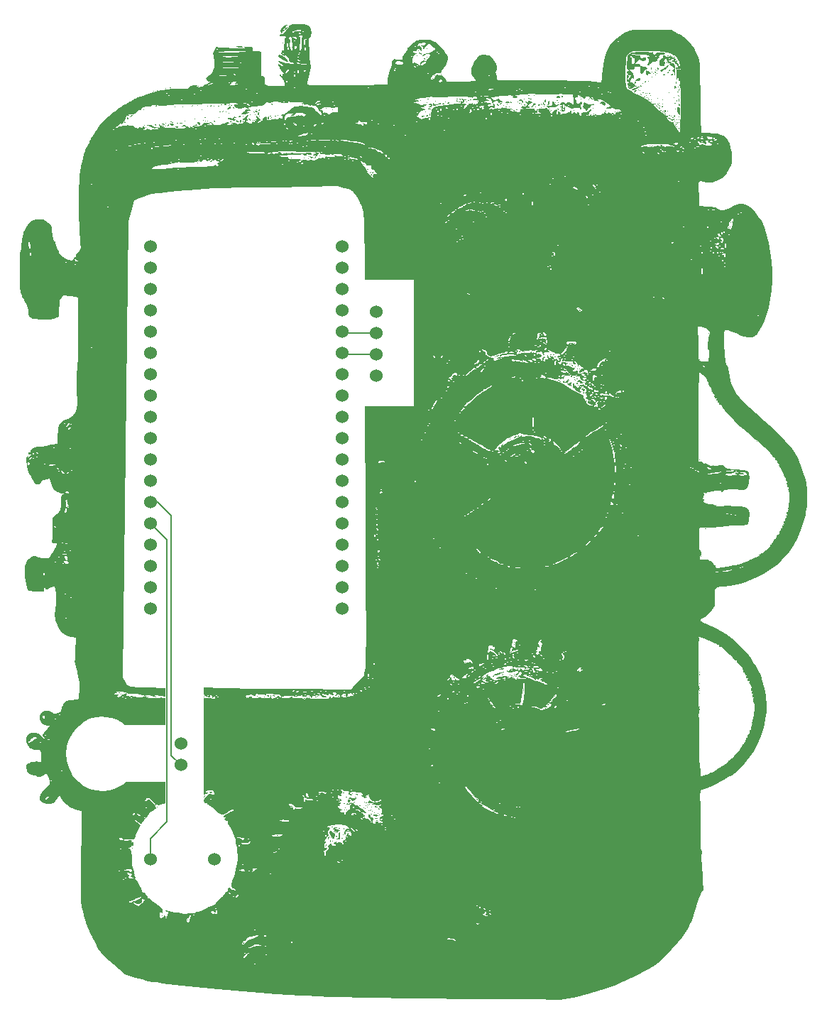
<source format=gbr>
%TF.GenerationSoftware,KiCad,Pcbnew,8.0.4*%
%TF.CreationDate,2024-09-17T14:39:11-07:00*%
%TF.ProjectId,DC33_Cnet_Badge_Main,44433333-5f43-46e6-9574-5f4261646765,rev?*%
%TF.SameCoordinates,Original*%
%TF.FileFunction,Copper,L1,Top*%
%TF.FilePolarity,Positive*%
%FSLAX46Y46*%
G04 Gerber Fmt 4.6, Leading zero omitted, Abs format (unit mm)*
G04 Created by KiCad (PCBNEW 8.0.4) date 2024-09-17 14:39:11*
%MOMM*%
%LPD*%
G01*
G04 APERTURE LIST*
%TA.AperFunction,EtchedComponent*%
%ADD10C,0.000000*%
%TD*%
%TA.AperFunction,ComponentPad*%
%ADD11C,1.524000*%
%TD*%
%TA.AperFunction,Conductor*%
%ADD12C,0.200000*%
%TD*%
G04 APERTURE END LIST*
D10*
%TA.AperFunction,EtchedComponent*%
%TO.C,G\u002A\u002A\u002A*%
G36*
X110206666Y-96317000D02*
G01*
X110164333Y-96359333D01*
X110122000Y-96317000D01*
X110164333Y-96274666D01*
X110206666Y-96317000D01*
G37*
%TD.AperFunction*%
%TA.AperFunction,EtchedComponent*%
G36*
X117911333Y-138650333D02*
G01*
X117869000Y-138692666D01*
X117826666Y-138650333D01*
X117869000Y-138608000D01*
X117911333Y-138650333D01*
G37*
%TD.AperFunction*%
%TA.AperFunction,EtchedComponent*%
G36*
X119266000Y-50597000D02*
G01*
X119223666Y-50639333D01*
X119181333Y-50597000D01*
X119223666Y-50554666D01*
X119266000Y-50597000D01*
G37*
%TD.AperFunction*%
%TA.AperFunction,EtchedComponent*%
G36*
X119350666Y-52459666D02*
G01*
X119308333Y-52502000D01*
X119266000Y-52459666D01*
X119308333Y-52417333D01*
X119350666Y-52459666D01*
G37*
%TD.AperFunction*%
%TA.AperFunction,EtchedComponent*%
G36*
X119520000Y-52713666D02*
G01*
X119477666Y-52756000D01*
X119435333Y-52713666D01*
X119477666Y-52671333D01*
X119520000Y-52713666D01*
G37*
%TD.AperFunction*%
%TA.AperFunction,EtchedComponent*%
G36*
X119604666Y-120531666D02*
G01*
X119562333Y-120574000D01*
X119520000Y-120531666D01*
X119562333Y-120489333D01*
X119604666Y-120531666D01*
G37*
%TD.AperFunction*%
%TA.AperFunction,EtchedComponent*%
G36*
X119774000Y-120616333D02*
G01*
X119731666Y-120658666D01*
X119689333Y-120616333D01*
X119731666Y-120574000D01*
X119774000Y-120616333D01*
G37*
%TD.AperFunction*%
%TA.AperFunction,EtchedComponent*%
G36*
X120451333Y-48395666D02*
G01*
X120409000Y-48438000D01*
X120366666Y-48395666D01*
X120409000Y-48353333D01*
X120451333Y-48395666D01*
G37*
%TD.AperFunction*%
%TA.AperFunction,EtchedComponent*%
G36*
X120874666Y-48311000D02*
G01*
X120832333Y-48353333D01*
X120790000Y-48311000D01*
X120832333Y-48268666D01*
X120874666Y-48311000D01*
G37*
%TD.AperFunction*%
%TA.AperFunction,EtchedComponent*%
G36*
X120874666Y-133739666D02*
G01*
X120832333Y-133782000D01*
X120790000Y-133739666D01*
X120832333Y-133697333D01*
X120874666Y-133739666D01*
G37*
%TD.AperFunction*%
%TA.AperFunction,EtchedComponent*%
G36*
X121467333Y-52459666D02*
G01*
X121425000Y-52502000D01*
X121382666Y-52459666D01*
X121425000Y-52417333D01*
X121467333Y-52459666D01*
G37*
%TD.AperFunction*%
%TA.AperFunction,EtchedComponent*%
G36*
X121890666Y-48057000D02*
G01*
X121848333Y-48099333D01*
X121806000Y-48057000D01*
X121848333Y-48014666D01*
X121890666Y-48057000D01*
G37*
%TD.AperFunction*%
%TA.AperFunction,EtchedComponent*%
G36*
X121890666Y-52205666D02*
G01*
X121848333Y-52248000D01*
X121806000Y-52205666D01*
X121848333Y-52163333D01*
X121890666Y-52205666D01*
G37*
%TD.AperFunction*%
%TA.AperFunction,EtchedComponent*%
G36*
X121890666Y-52544333D02*
G01*
X121848333Y-52586666D01*
X121806000Y-52544333D01*
X121848333Y-52502000D01*
X121890666Y-52544333D01*
G37*
%TD.AperFunction*%
%TA.AperFunction,EtchedComponent*%
G36*
X122991333Y-50258333D02*
G01*
X122949000Y-50300666D01*
X122906666Y-50258333D01*
X122949000Y-50216000D01*
X122991333Y-50258333D01*
G37*
%TD.AperFunction*%
%TA.AperFunction,EtchedComponent*%
G36*
X123922666Y-50258333D02*
G01*
X123880333Y-50300666D01*
X123838000Y-50258333D01*
X123880333Y-50216000D01*
X123922666Y-50258333D01*
G37*
%TD.AperFunction*%
%TA.AperFunction,EtchedComponent*%
G36*
X124176666Y-51951666D02*
G01*
X124134333Y-51994000D01*
X124092000Y-51951666D01*
X124134333Y-51909333D01*
X124176666Y-51951666D01*
G37*
%TD.AperFunction*%
%TA.AperFunction,EtchedComponent*%
G36*
X124515333Y-147201666D02*
G01*
X124473000Y-147244000D01*
X124430666Y-147201666D01*
X124473000Y-147159333D01*
X124515333Y-147201666D01*
G37*
%TD.AperFunction*%
%TA.AperFunction,EtchedComponent*%
G36*
X124854000Y-52629000D02*
G01*
X124811666Y-52671333D01*
X124769333Y-52629000D01*
X124811666Y-52586666D01*
X124854000Y-52629000D01*
G37*
%TD.AperFunction*%
%TA.AperFunction,EtchedComponent*%
G36*
X125700666Y-50089000D02*
G01*
X125658333Y-50131333D01*
X125616000Y-50089000D01*
X125658333Y-50046666D01*
X125700666Y-50089000D01*
G37*
%TD.AperFunction*%
%TA.AperFunction,EtchedComponent*%
G36*
X125700666Y-56947000D02*
G01*
X125658333Y-56989333D01*
X125616000Y-56947000D01*
X125658333Y-56904666D01*
X125700666Y-56947000D01*
G37*
%TD.AperFunction*%
%TA.AperFunction,EtchedComponent*%
G36*
X125785333Y-47803000D02*
G01*
X125743000Y-47845333D01*
X125700666Y-47803000D01*
X125743000Y-47760666D01*
X125785333Y-47803000D01*
G37*
%TD.AperFunction*%
%TA.AperFunction,EtchedComponent*%
G36*
X126208666Y-50597000D02*
G01*
X126166333Y-50639333D01*
X126124000Y-50597000D01*
X126166333Y-50554666D01*
X126208666Y-50597000D01*
G37*
%TD.AperFunction*%
%TA.AperFunction,EtchedComponent*%
G36*
X126378000Y-51867000D02*
G01*
X126335666Y-51909333D01*
X126293333Y-51867000D01*
X126335666Y-51824666D01*
X126378000Y-51867000D01*
G37*
%TD.AperFunction*%
%TA.AperFunction,EtchedComponent*%
G36*
X126462666Y-120616333D02*
G01*
X126420333Y-120658666D01*
X126378000Y-120616333D01*
X126420333Y-120574000D01*
X126462666Y-120616333D01*
G37*
%TD.AperFunction*%
%TA.AperFunction,EtchedComponent*%
G36*
X126886000Y-50173666D02*
G01*
X126843666Y-50216000D01*
X126801333Y-50173666D01*
X126843666Y-50131333D01*
X126886000Y-50173666D01*
G37*
%TD.AperFunction*%
%TA.AperFunction,EtchedComponent*%
G36*
X127648000Y-50173666D02*
G01*
X127605666Y-50216000D01*
X127563333Y-50173666D01*
X127605666Y-50131333D01*
X127648000Y-50173666D01*
G37*
%TD.AperFunction*%
%TA.AperFunction,EtchedComponent*%
G36*
X129426000Y-51020333D02*
G01*
X129383666Y-51062666D01*
X129341333Y-51020333D01*
X129383666Y-50978000D01*
X129426000Y-51020333D01*
G37*
%TD.AperFunction*%
%TA.AperFunction,EtchedComponent*%
G36*
X131119333Y-51359000D02*
G01*
X131077000Y-51401333D01*
X131034666Y-51359000D01*
X131077000Y-51316666D01*
X131119333Y-51359000D01*
G37*
%TD.AperFunction*%
%TA.AperFunction,EtchedComponent*%
G36*
X131627333Y-120701000D02*
G01*
X131585000Y-120743333D01*
X131542666Y-120701000D01*
X131585000Y-120658666D01*
X131627333Y-120701000D01*
G37*
%TD.AperFunction*%
%TA.AperFunction,EtchedComponent*%
G36*
X132304666Y-51867000D02*
G01*
X132262333Y-51909333D01*
X132220000Y-51867000D01*
X132262333Y-51824666D01*
X132304666Y-51867000D01*
G37*
%TD.AperFunction*%
%TA.AperFunction,EtchedComponent*%
G36*
X132304666Y-141444333D02*
G01*
X132262333Y-141486666D01*
X132220000Y-141444333D01*
X132262333Y-141402000D01*
X132304666Y-141444333D01*
G37*
%TD.AperFunction*%
%TA.AperFunction,EtchedComponent*%
G36*
X132558666Y-51189666D02*
G01*
X132516333Y-51232000D01*
X132474000Y-51189666D01*
X132516333Y-51147333D01*
X132558666Y-51189666D01*
G37*
%TD.AperFunction*%
%TA.AperFunction,EtchedComponent*%
G36*
X132728000Y-50597000D02*
G01*
X132685666Y-50639333D01*
X132643333Y-50597000D01*
X132685666Y-50554666D01*
X132728000Y-50597000D01*
G37*
%TD.AperFunction*%
%TA.AperFunction,EtchedComponent*%
G36*
X132812666Y-120531666D02*
G01*
X132770333Y-120574000D01*
X132728000Y-120531666D01*
X132770333Y-120489333D01*
X132812666Y-120531666D01*
G37*
%TD.AperFunction*%
%TA.AperFunction,EtchedComponent*%
G36*
X133066666Y-51359000D02*
G01*
X133024333Y-51401333D01*
X132982000Y-51359000D01*
X133024333Y-51316666D01*
X133066666Y-51359000D01*
G37*
%TD.AperFunction*%
%TA.AperFunction,EtchedComponent*%
G36*
X133659333Y-120616333D02*
G01*
X133617000Y-120658666D01*
X133574666Y-120616333D01*
X133617000Y-120574000D01*
X133659333Y-120616333D01*
G37*
%TD.AperFunction*%
%TA.AperFunction,EtchedComponent*%
G36*
X135268000Y-51274333D02*
G01*
X135225666Y-51316666D01*
X135183333Y-51274333D01*
X135225666Y-51232000D01*
X135268000Y-51274333D01*
G37*
%TD.AperFunction*%
%TA.AperFunction,EtchedComponent*%
G36*
X135860666Y-42638333D02*
G01*
X135818333Y-42680666D01*
X135776000Y-42638333D01*
X135818333Y-42596000D01*
X135860666Y-42638333D01*
G37*
%TD.AperFunction*%
%TA.AperFunction,EtchedComponent*%
G36*
X136876666Y-56354333D02*
G01*
X136834333Y-56396666D01*
X136792000Y-56354333D01*
X136834333Y-56312000D01*
X136876666Y-56354333D01*
G37*
%TD.AperFunction*%
%TA.AperFunction,EtchedComponent*%
G36*
X138231333Y-50004333D02*
G01*
X138189000Y-50046666D01*
X138146666Y-50004333D01*
X138189000Y-49962000D01*
X138231333Y-50004333D01*
G37*
%TD.AperFunction*%
%TA.AperFunction,EtchedComponent*%
G36*
X138400666Y-56354333D02*
G01*
X138358333Y-56396666D01*
X138316000Y-56354333D01*
X138358333Y-56312000D01*
X138400666Y-56354333D01*
G37*
%TD.AperFunction*%
%TA.AperFunction,EtchedComponent*%
G36*
X138824000Y-132554333D02*
G01*
X138781666Y-132596666D01*
X138739333Y-132554333D01*
X138781666Y-132512000D01*
X138824000Y-132554333D01*
G37*
%TD.AperFunction*%
%TA.AperFunction,EtchedComponent*%
G36*
X138993333Y-56185000D02*
G01*
X138951000Y-56227333D01*
X138908666Y-56185000D01*
X138951000Y-56142666D01*
X138993333Y-56185000D01*
G37*
%TD.AperFunction*%
%TA.AperFunction,EtchedComponent*%
G36*
X138993333Y-120616333D02*
G01*
X138951000Y-120658666D01*
X138908666Y-120616333D01*
X138951000Y-120574000D01*
X138993333Y-120616333D01*
G37*
%TD.AperFunction*%
%TA.AperFunction,EtchedComponent*%
G36*
X139586000Y-55761666D02*
G01*
X139543666Y-55804000D01*
X139501333Y-55761666D01*
X139543666Y-55719333D01*
X139586000Y-55761666D01*
G37*
%TD.AperFunction*%
%TA.AperFunction,EtchedComponent*%
G36*
X139586000Y-56354333D02*
G01*
X139543666Y-56396666D01*
X139501333Y-56354333D01*
X139543666Y-56312000D01*
X139586000Y-56354333D01*
G37*
%TD.AperFunction*%
%TA.AperFunction,EtchedComponent*%
G36*
X140178666Y-56354333D02*
G01*
X140136333Y-56396666D01*
X140094000Y-56354333D01*
X140136333Y-56312000D01*
X140178666Y-56354333D01*
G37*
%TD.AperFunction*%
%TA.AperFunction,EtchedComponent*%
G36*
X140263333Y-56100333D02*
G01*
X140221000Y-56142666D01*
X140178666Y-56100333D01*
X140221000Y-56058000D01*
X140263333Y-56100333D01*
G37*
%TD.AperFunction*%
%TA.AperFunction,EtchedComponent*%
G36*
X141025333Y-50427666D02*
G01*
X140983000Y-50470000D01*
X140940666Y-50427666D01*
X140983000Y-50385333D01*
X141025333Y-50427666D01*
G37*
%TD.AperFunction*%
%TA.AperFunction,EtchedComponent*%
G36*
X141618000Y-137380333D02*
G01*
X141575666Y-137422666D01*
X141533333Y-137380333D01*
X141575666Y-137338000D01*
X141618000Y-137380333D01*
G37*
%TD.AperFunction*%
%TA.AperFunction,EtchedComponent*%
G36*
X141787333Y-50597000D02*
G01*
X141745000Y-50639333D01*
X141702666Y-50597000D01*
X141745000Y-50554666D01*
X141787333Y-50597000D01*
G37*
%TD.AperFunction*%
%TA.AperFunction,EtchedComponent*%
G36*
X141787333Y-137803666D02*
G01*
X141745000Y-137846000D01*
X141702666Y-137803666D01*
X141745000Y-137761333D01*
X141787333Y-137803666D01*
G37*
%TD.AperFunction*%
%TA.AperFunction,EtchedComponent*%
G36*
X142126000Y-136787666D02*
G01*
X142083666Y-136830000D01*
X142041333Y-136787666D01*
X142083666Y-136745333D01*
X142126000Y-136787666D01*
G37*
%TD.AperFunction*%
%TA.AperFunction,EtchedComponent*%
G36*
X143226666Y-120447000D02*
G01*
X143184333Y-120489333D01*
X143142000Y-120447000D01*
X143184333Y-120404666D01*
X143226666Y-120447000D01*
G37*
%TD.AperFunction*%
%TA.AperFunction,EtchedComponent*%
G36*
X143226666Y-134078333D02*
G01*
X143184333Y-134120666D01*
X143142000Y-134078333D01*
X143184333Y-134036000D01*
X143226666Y-134078333D01*
G37*
%TD.AperFunction*%
%TA.AperFunction,EtchedComponent*%
G36*
X143311333Y-133824333D02*
G01*
X143269000Y-133866666D01*
X143226666Y-133824333D01*
X143269000Y-133782000D01*
X143311333Y-133824333D01*
G37*
%TD.AperFunction*%
%TA.AperFunction,EtchedComponent*%
G36*
X144158000Y-132131000D02*
G01*
X144115666Y-132173333D01*
X144073333Y-132131000D01*
X144115666Y-132088666D01*
X144158000Y-132131000D01*
G37*
%TD.AperFunction*%
%TA.AperFunction,EtchedComponent*%
G36*
X145512666Y-57116333D02*
G01*
X145470333Y-57158666D01*
X145428000Y-57116333D01*
X145470333Y-57074000D01*
X145512666Y-57116333D01*
G37*
%TD.AperFunction*%
%TA.AperFunction,EtchedComponent*%
G36*
X145512666Y-133824333D02*
G01*
X145470333Y-133866666D01*
X145428000Y-133824333D01*
X145470333Y-133782000D01*
X145512666Y-133824333D01*
G37*
%TD.AperFunction*%
%TA.AperFunction,EtchedComponent*%
G36*
X145597333Y-133147000D02*
G01*
X145555000Y-133189333D01*
X145512666Y-133147000D01*
X145555000Y-133104666D01*
X145597333Y-133147000D01*
G37*
%TD.AperFunction*%
%TA.AperFunction,EtchedComponent*%
G36*
X145682000Y-133909000D02*
G01*
X145639666Y-133951333D01*
X145597333Y-133909000D01*
X145639666Y-133866666D01*
X145682000Y-133909000D01*
G37*
%TD.AperFunction*%
%TA.AperFunction,EtchedComponent*%
G36*
X145766666Y-133570333D02*
G01*
X145724333Y-133612666D01*
X145682000Y-133570333D01*
X145724333Y-133528000D01*
X145766666Y-133570333D01*
G37*
%TD.AperFunction*%
%TA.AperFunction,EtchedComponent*%
G36*
X145936000Y-133485666D02*
G01*
X145893666Y-133528000D01*
X145851333Y-133485666D01*
X145893666Y-133443333D01*
X145936000Y-133485666D01*
G37*
%TD.AperFunction*%
%TA.AperFunction,EtchedComponent*%
G36*
X145936000Y-133739666D02*
G01*
X145893666Y-133782000D01*
X145851333Y-133739666D01*
X145893666Y-133697333D01*
X145936000Y-133739666D01*
G37*
%TD.AperFunction*%
%TA.AperFunction,EtchedComponent*%
G36*
X146444000Y-133739666D02*
G01*
X146401666Y-133782000D01*
X146359333Y-133739666D01*
X146401666Y-133697333D01*
X146444000Y-133739666D01*
G37*
%TD.AperFunction*%
%TA.AperFunction,EtchedComponent*%
G36*
X146528666Y-134247666D02*
G01*
X146486333Y-134290000D01*
X146444000Y-134247666D01*
X146486333Y-134205333D01*
X146528666Y-134247666D01*
G37*
%TD.AperFunction*%
%TA.AperFunction,EtchedComponent*%
G36*
X146782666Y-134417000D02*
G01*
X146740333Y-134459333D01*
X146698000Y-134417000D01*
X146740333Y-134374666D01*
X146782666Y-134417000D01*
G37*
%TD.AperFunction*%
%TA.AperFunction,EtchedComponent*%
G36*
X147036666Y-98857000D02*
G01*
X146994333Y-98899333D01*
X146952000Y-98857000D01*
X146994333Y-98814666D01*
X147036666Y-98857000D01*
G37*
%TD.AperFunction*%
%TA.AperFunction,EtchedComponent*%
G36*
X147206000Y-134501666D02*
G01*
X147163666Y-134544000D01*
X147121333Y-134501666D01*
X147163666Y-134459333D01*
X147206000Y-134501666D01*
G37*
%TD.AperFunction*%
%TA.AperFunction,EtchedComponent*%
G36*
X147798666Y-92591666D02*
G01*
X147756333Y-92634000D01*
X147714000Y-92591666D01*
X147756333Y-92549333D01*
X147798666Y-92591666D01*
G37*
%TD.AperFunction*%
%TA.AperFunction,EtchedComponent*%
G36*
X151862666Y-44162333D02*
G01*
X151820333Y-44204666D01*
X151778000Y-44162333D01*
X151820333Y-44120000D01*
X151862666Y-44162333D01*
G37*
%TD.AperFunction*%
%TA.AperFunction,EtchedComponent*%
G36*
X152286000Y-49496333D02*
G01*
X152243666Y-49538666D01*
X152201333Y-49496333D01*
X152243666Y-49454000D01*
X152286000Y-49496333D01*
G37*
%TD.AperFunction*%
%TA.AperFunction,EtchedComponent*%
G36*
X152878666Y-50851000D02*
G01*
X152836333Y-50893333D01*
X152794000Y-50851000D01*
X152836333Y-50808666D01*
X152878666Y-50851000D01*
G37*
%TD.AperFunction*%
%TA.AperFunction,EtchedComponent*%
G36*
X153048000Y-43315666D02*
G01*
X153005666Y-43358000D01*
X152963333Y-43315666D01*
X153005666Y-43273333D01*
X153048000Y-43315666D01*
G37*
%TD.AperFunction*%
%TA.AperFunction,EtchedComponent*%
G36*
X153048000Y-49750333D02*
G01*
X153005666Y-49792666D01*
X152963333Y-49750333D01*
X153005666Y-49708000D01*
X153048000Y-49750333D01*
G37*
%TD.AperFunction*%
%TA.AperFunction,EtchedComponent*%
G36*
X153725333Y-46871666D02*
G01*
X153683000Y-46914000D01*
X153640666Y-46871666D01*
X153683000Y-46829333D01*
X153725333Y-46871666D01*
G37*
%TD.AperFunction*%
%TA.AperFunction,EtchedComponent*%
G36*
X153979333Y-46533000D02*
G01*
X153937000Y-46575333D01*
X153894666Y-46533000D01*
X153937000Y-46490666D01*
X153979333Y-46533000D01*
G37*
%TD.AperFunction*%
%TA.AperFunction,EtchedComponent*%
G36*
X154064000Y-49581000D02*
G01*
X154021666Y-49623333D01*
X153979333Y-49581000D01*
X154021666Y-49538666D01*
X154064000Y-49581000D01*
G37*
%TD.AperFunction*%
%TA.AperFunction,EtchedComponent*%
G36*
X154741333Y-46363666D02*
G01*
X154699000Y-46406000D01*
X154656666Y-46363666D01*
X154699000Y-46321333D01*
X154741333Y-46363666D01*
G37*
%TD.AperFunction*%
%TA.AperFunction,EtchedComponent*%
G36*
X155249333Y-49665666D02*
G01*
X155207000Y-49708000D01*
X155164666Y-49665666D01*
X155207000Y-49623333D01*
X155249333Y-49665666D01*
G37*
%TD.AperFunction*%
%TA.AperFunction,EtchedComponent*%
G36*
X157620000Y-116467666D02*
G01*
X157577666Y-116510000D01*
X157535333Y-116467666D01*
X157577666Y-116425333D01*
X157620000Y-116467666D01*
G37*
%TD.AperFunction*%
%TA.AperFunction,EtchedComponent*%
G36*
X157789333Y-49665666D02*
G01*
X157747000Y-49708000D01*
X157704666Y-49665666D01*
X157747000Y-49623333D01*
X157789333Y-49665666D01*
G37*
%TD.AperFunction*%
%TA.AperFunction,EtchedComponent*%
G36*
X158551333Y-132385000D02*
G01*
X158509000Y-132427333D01*
X158466666Y-132385000D01*
X158509000Y-132342666D01*
X158551333Y-132385000D01*
G37*
%TD.AperFunction*%
%TA.AperFunction,EtchedComponent*%
G36*
X158720666Y-132469666D02*
G01*
X158678333Y-132512000D01*
X158636000Y-132469666D01*
X158678333Y-132427333D01*
X158720666Y-132469666D01*
G37*
%TD.AperFunction*%
%TA.AperFunction,EtchedComponent*%
G36*
X159144000Y-119346333D02*
G01*
X159101666Y-119388666D01*
X159059333Y-119346333D01*
X159101666Y-119304000D01*
X159144000Y-119346333D01*
G37*
%TD.AperFunction*%
%TA.AperFunction,EtchedComponent*%
G36*
X159144000Y-147625000D02*
G01*
X159101666Y-147667333D01*
X159059333Y-147625000D01*
X159101666Y-147582666D01*
X159144000Y-147625000D01*
G37*
%TD.AperFunction*%
%TA.AperFunction,EtchedComponent*%
G36*
X159652000Y-133570333D02*
G01*
X159609666Y-133612666D01*
X159567333Y-133570333D01*
X159609666Y-133528000D01*
X159652000Y-133570333D01*
G37*
%TD.AperFunction*%
%TA.AperFunction,EtchedComponent*%
G36*
X161176000Y-80061000D02*
G01*
X161133666Y-80103333D01*
X161091333Y-80061000D01*
X161133666Y-80018666D01*
X161176000Y-80061000D01*
G37*
%TD.AperFunction*%
%TA.AperFunction,EtchedComponent*%
G36*
X162192000Y-50089000D02*
G01*
X162149666Y-50131333D01*
X162107333Y-50089000D01*
X162149666Y-50046666D01*
X162192000Y-50089000D01*
G37*
%TD.AperFunction*%
%TA.AperFunction,EtchedComponent*%
G36*
X162615333Y-49919666D02*
G01*
X162573000Y-49962000D01*
X162530666Y-49919666D01*
X162573000Y-49877333D01*
X162615333Y-49919666D01*
G37*
%TD.AperFunction*%
%TA.AperFunction,EtchedComponent*%
G36*
X162869333Y-50258333D02*
G01*
X162827000Y-50300666D01*
X162784666Y-50258333D01*
X162827000Y-50216000D01*
X162869333Y-50258333D01*
G37*
%TD.AperFunction*%
%TA.AperFunction,EtchedComponent*%
G36*
X162954000Y-89713000D02*
G01*
X162911666Y-89755333D01*
X162869333Y-89713000D01*
X162911666Y-89670666D01*
X162954000Y-89713000D01*
G37*
%TD.AperFunction*%
%TA.AperFunction,EtchedComponent*%
G36*
X162954000Y-89882333D02*
G01*
X162911666Y-89924666D01*
X162869333Y-89882333D01*
X162911666Y-89840000D01*
X162954000Y-89882333D01*
G37*
%TD.AperFunction*%
%TA.AperFunction,EtchedComponent*%
G36*
X162954000Y-117991666D02*
G01*
X162911666Y-118034000D01*
X162869333Y-117991666D01*
X162911666Y-117949333D01*
X162954000Y-117991666D01*
G37*
%TD.AperFunction*%
%TA.AperFunction,EtchedComponent*%
G36*
X163377333Y-118245666D02*
G01*
X163335000Y-118288000D01*
X163292666Y-118245666D01*
X163335000Y-118203333D01*
X163377333Y-118245666D01*
G37*
%TD.AperFunction*%
%TA.AperFunction,EtchedComponent*%
G36*
X163462000Y-114097000D02*
G01*
X163419666Y-114139333D01*
X163377333Y-114097000D01*
X163419666Y-114054666D01*
X163462000Y-114097000D01*
G37*
%TD.AperFunction*%
%TA.AperFunction,EtchedComponent*%
G36*
X163462000Y-114351000D02*
G01*
X163419666Y-114393333D01*
X163377333Y-114351000D01*
X163419666Y-114308666D01*
X163462000Y-114351000D01*
G37*
%TD.AperFunction*%
%TA.AperFunction,EtchedComponent*%
G36*
X163462000Y-117907000D02*
G01*
X163419666Y-117949333D01*
X163377333Y-117907000D01*
X163419666Y-117864666D01*
X163462000Y-117907000D01*
G37*
%TD.AperFunction*%
%TA.AperFunction,EtchedComponent*%
G36*
X163462000Y-118076333D02*
G01*
X163419666Y-118118666D01*
X163377333Y-118076333D01*
X163419666Y-118034000D01*
X163462000Y-118076333D01*
G37*
%TD.AperFunction*%
%TA.AperFunction,EtchedComponent*%
G36*
X163885333Y-49665666D02*
G01*
X163843000Y-49708000D01*
X163800666Y-49665666D01*
X163843000Y-49623333D01*
X163885333Y-49665666D01*
G37*
%TD.AperFunction*%
%TA.AperFunction,EtchedComponent*%
G36*
X164308666Y-49919666D02*
G01*
X164266333Y-49962000D01*
X164224000Y-49919666D01*
X164266333Y-49877333D01*
X164308666Y-49919666D01*
G37*
%TD.AperFunction*%
%TA.AperFunction,EtchedComponent*%
G36*
X164393333Y-50512333D02*
G01*
X164351000Y-50554666D01*
X164308666Y-50512333D01*
X164351000Y-50470000D01*
X164393333Y-50512333D01*
G37*
%TD.AperFunction*%
%TA.AperFunction,EtchedComponent*%
G36*
X164562666Y-119685000D02*
G01*
X164520333Y-119727333D01*
X164478000Y-119685000D01*
X164520333Y-119642666D01*
X164562666Y-119685000D01*
G37*
%TD.AperFunction*%
%TA.AperFunction,EtchedComponent*%
G36*
X164647333Y-49327000D02*
G01*
X164605000Y-49369333D01*
X164562666Y-49327000D01*
X164605000Y-49284666D01*
X164647333Y-49327000D01*
G37*
%TD.AperFunction*%
%TA.AperFunction,EtchedComponent*%
G36*
X164647333Y-79468333D02*
G01*
X164605000Y-79510666D01*
X164562666Y-79468333D01*
X164605000Y-79426000D01*
X164647333Y-79468333D01*
G37*
%TD.AperFunction*%
%TA.AperFunction,EtchedComponent*%
G36*
X165832666Y-48903666D02*
G01*
X165790333Y-48946000D01*
X165748000Y-48903666D01*
X165790333Y-48861333D01*
X165832666Y-48903666D01*
G37*
%TD.AperFunction*%
%TA.AperFunction,EtchedComponent*%
G36*
X166002000Y-50258333D02*
G01*
X165959666Y-50300666D01*
X165917333Y-50258333D01*
X165959666Y-50216000D01*
X166002000Y-50258333D01*
G37*
%TD.AperFunction*%
%TA.AperFunction,EtchedComponent*%
G36*
X166340666Y-50766333D02*
G01*
X166298333Y-50808666D01*
X166256000Y-50766333D01*
X166298333Y-50724000D01*
X166340666Y-50766333D01*
G37*
%TD.AperFunction*%
%TA.AperFunction,EtchedComponent*%
G36*
X166679333Y-50343000D02*
G01*
X166637000Y-50385333D01*
X166594666Y-50343000D01*
X166637000Y-50300666D01*
X166679333Y-50343000D01*
G37*
%TD.AperFunction*%
%TA.AperFunction,EtchedComponent*%
G36*
X167018000Y-50173666D02*
G01*
X166975666Y-50216000D01*
X166933333Y-50173666D01*
X166975666Y-50131333D01*
X167018000Y-50173666D01*
G37*
%TD.AperFunction*%
%TA.AperFunction,EtchedComponent*%
G36*
X167695333Y-50512333D02*
G01*
X167653000Y-50554666D01*
X167610666Y-50512333D01*
X167653000Y-50470000D01*
X167695333Y-50512333D01*
G37*
%TD.AperFunction*%
%TA.AperFunction,EtchedComponent*%
G36*
X167864666Y-121039666D02*
G01*
X167822333Y-121082000D01*
X167780000Y-121039666D01*
X167822333Y-120997333D01*
X167864666Y-121039666D01*
G37*
%TD.AperFunction*%
%TA.AperFunction,EtchedComponent*%
G36*
X168288000Y-120531666D02*
G01*
X168245666Y-120574000D01*
X168203333Y-120531666D01*
X168245666Y-120489333D01*
X168288000Y-120531666D01*
G37*
%TD.AperFunction*%
%TA.AperFunction,EtchedComponent*%
G36*
X168372666Y-49750333D02*
G01*
X168330333Y-49792666D01*
X168288000Y-49750333D01*
X168330333Y-49708000D01*
X168372666Y-49750333D01*
G37*
%TD.AperFunction*%
%TA.AperFunction,EtchedComponent*%
G36*
X170066000Y-80907666D02*
G01*
X170023666Y-80950000D01*
X169981333Y-80907666D01*
X170023666Y-80865333D01*
X170066000Y-80907666D01*
G37*
%TD.AperFunction*%
%TA.AperFunction,EtchedComponent*%
G36*
X170235333Y-80907666D02*
G01*
X170193000Y-80950000D01*
X170150666Y-80907666D01*
X170193000Y-80865333D01*
X170235333Y-80907666D01*
G37*
%TD.AperFunction*%
%TA.AperFunction,EtchedComponent*%
G36*
X170574000Y-50681666D02*
G01*
X170531666Y-50724000D01*
X170489333Y-50681666D01*
X170531666Y-50639333D01*
X170574000Y-50681666D01*
G37*
%TD.AperFunction*%
%TA.AperFunction,EtchedComponent*%
G36*
X170658666Y-78452333D02*
G01*
X170616333Y-78494666D01*
X170574000Y-78452333D01*
X170616333Y-78410000D01*
X170658666Y-78452333D01*
G37*
%TD.AperFunction*%
%TA.AperFunction,EtchedComponent*%
G36*
X170743333Y-81246333D02*
G01*
X170701000Y-81288666D01*
X170658666Y-81246333D01*
X170701000Y-81204000D01*
X170743333Y-81246333D01*
G37*
%TD.AperFunction*%
%TA.AperFunction,EtchedComponent*%
G36*
X171166666Y-74303666D02*
G01*
X171124333Y-74346000D01*
X171082000Y-74303666D01*
X171124333Y-74261333D01*
X171166666Y-74303666D01*
G37*
%TD.AperFunction*%
%TA.AperFunction,EtchedComponent*%
G36*
X171251333Y-81500333D02*
G01*
X171209000Y-81542666D01*
X171166666Y-81500333D01*
X171209000Y-81458000D01*
X171251333Y-81500333D01*
G37*
%TD.AperFunction*%
%TA.AperFunction,EtchedComponent*%
G36*
X171420666Y-49327000D02*
G01*
X171378333Y-49369333D01*
X171336000Y-49327000D01*
X171378333Y-49284666D01*
X171420666Y-49327000D01*
G37*
%TD.AperFunction*%
%TA.AperFunction,EtchedComponent*%
G36*
X171759333Y-83109000D02*
G01*
X171717000Y-83151333D01*
X171674666Y-83109000D01*
X171717000Y-83066666D01*
X171759333Y-83109000D01*
G37*
%TD.AperFunction*%
%TA.AperFunction,EtchedComponent*%
G36*
X172098000Y-85310333D02*
G01*
X172055666Y-85352666D01*
X172013333Y-85310333D01*
X172055666Y-85268000D01*
X172098000Y-85310333D01*
G37*
%TD.AperFunction*%
%TA.AperFunction,EtchedComponent*%
G36*
X172352000Y-49411666D02*
G01*
X172309666Y-49454000D01*
X172267333Y-49411666D01*
X172309666Y-49369333D01*
X172352000Y-49411666D01*
G37*
%TD.AperFunction*%
%TA.AperFunction,EtchedComponent*%
G36*
X172436666Y-49242333D02*
G01*
X172394333Y-49284666D01*
X172352000Y-49242333D01*
X172394333Y-49200000D01*
X172436666Y-49242333D01*
G37*
%TD.AperFunction*%
%TA.AperFunction,EtchedComponent*%
G36*
X172860000Y-50427666D02*
G01*
X172817666Y-50470000D01*
X172775333Y-50427666D01*
X172817666Y-50385333D01*
X172860000Y-50427666D01*
G37*
%TD.AperFunction*%
%TA.AperFunction,EtchedComponent*%
G36*
X172944666Y-51105000D02*
G01*
X172902333Y-51147333D01*
X172860000Y-51105000D01*
X172902333Y-51062666D01*
X172944666Y-51105000D01*
G37*
%TD.AperFunction*%
%TA.AperFunction,EtchedComponent*%
G36*
X173791333Y-85056333D02*
G01*
X173749000Y-85098666D01*
X173706666Y-85056333D01*
X173749000Y-85014000D01*
X173791333Y-85056333D01*
G37*
%TD.AperFunction*%
%TA.AperFunction,EtchedComponent*%
G36*
X175484666Y-50851000D02*
G01*
X175442333Y-50893333D01*
X175400000Y-50851000D01*
X175442333Y-50808666D01*
X175484666Y-50851000D01*
G37*
%TD.AperFunction*%
%TA.AperFunction,EtchedComponent*%
G36*
X175823333Y-50766333D02*
G01*
X175781000Y-50808666D01*
X175738666Y-50766333D01*
X175781000Y-50724000D01*
X175823333Y-50766333D01*
G37*
%TD.AperFunction*%
%TA.AperFunction,EtchedComponent*%
G36*
X178278666Y-48226333D02*
G01*
X178236333Y-48268666D01*
X178194000Y-48226333D01*
X178236333Y-48184000D01*
X178278666Y-48226333D01*
G37*
%TD.AperFunction*%
%TA.AperFunction,EtchedComponent*%
G36*
X178448000Y-48311000D02*
G01*
X178405666Y-48353333D01*
X178363333Y-48311000D01*
X178405666Y-48268666D01*
X178448000Y-48311000D01*
G37*
%TD.AperFunction*%
%TA.AperFunction,EtchedComponent*%
G36*
X179125333Y-48649666D02*
G01*
X179083000Y-48692000D01*
X179040666Y-48649666D01*
X179083000Y-48607333D01*
X179125333Y-48649666D01*
G37*
%TD.AperFunction*%
%TA.AperFunction,EtchedComponent*%
G36*
X179294666Y-48649666D02*
G01*
X179252333Y-48692000D01*
X179210000Y-48649666D01*
X179252333Y-48607333D01*
X179294666Y-48649666D01*
G37*
%TD.AperFunction*%
%TA.AperFunction,EtchedComponent*%
G36*
X179464000Y-47210333D02*
G01*
X179421666Y-47252666D01*
X179379333Y-47210333D01*
X179421666Y-47168000D01*
X179464000Y-47210333D01*
G37*
%TD.AperFunction*%
%TA.AperFunction,EtchedComponent*%
G36*
X179464000Y-49242333D02*
G01*
X179421666Y-49284666D01*
X179379333Y-49242333D01*
X179421666Y-49200000D01*
X179464000Y-49242333D01*
G37*
%TD.AperFunction*%
%TA.AperFunction,EtchedComponent*%
G36*
X179633333Y-54915000D02*
G01*
X179591000Y-54957333D01*
X179548666Y-54915000D01*
X179591000Y-54872666D01*
X179633333Y-54915000D01*
G37*
%TD.AperFunction*%
%TA.AperFunction,EtchedComponent*%
G36*
X179718000Y-48903666D02*
G01*
X179675666Y-48946000D01*
X179633333Y-48903666D01*
X179675666Y-48861333D01*
X179718000Y-48903666D01*
G37*
%TD.AperFunction*%
%TA.AperFunction,EtchedComponent*%
G36*
X179802666Y-49665666D02*
G01*
X179760333Y-49708000D01*
X179718000Y-49665666D01*
X179760333Y-49623333D01*
X179802666Y-49665666D01*
G37*
%TD.AperFunction*%
%TA.AperFunction,EtchedComponent*%
G36*
X179802666Y-54999666D02*
G01*
X179760333Y-55042000D01*
X179718000Y-54999666D01*
X179760333Y-54957333D01*
X179802666Y-54999666D01*
G37*
%TD.AperFunction*%
%TA.AperFunction,EtchedComponent*%
G36*
X179887333Y-46702333D02*
G01*
X179845000Y-46744666D01*
X179802666Y-46702333D01*
X179845000Y-46660000D01*
X179887333Y-46702333D01*
G37*
%TD.AperFunction*%
%TA.AperFunction,EtchedComponent*%
G36*
X179972000Y-54915000D02*
G01*
X179929666Y-54957333D01*
X179887333Y-54915000D01*
X179929666Y-54872666D01*
X179972000Y-54915000D01*
G37*
%TD.AperFunction*%
%TA.AperFunction,EtchedComponent*%
G36*
X180310666Y-45855666D02*
G01*
X180268333Y-45898000D01*
X180226000Y-45855666D01*
X180268333Y-45813333D01*
X180310666Y-45855666D01*
G37*
%TD.AperFunction*%
%TA.AperFunction,EtchedComponent*%
G36*
X180310666Y-46448333D02*
G01*
X180268333Y-46490666D01*
X180226000Y-46448333D01*
X180268333Y-46406000D01*
X180310666Y-46448333D01*
G37*
%TD.AperFunction*%
%TA.AperFunction,EtchedComponent*%
G36*
X180564666Y-49242333D02*
G01*
X180522333Y-49284666D01*
X180480000Y-49242333D01*
X180522333Y-49200000D01*
X180564666Y-49242333D01*
G37*
%TD.AperFunction*%
%TA.AperFunction,EtchedComponent*%
G36*
X180564666Y-50258333D02*
G01*
X180522333Y-50300666D01*
X180480000Y-50258333D01*
X180522333Y-50216000D01*
X180564666Y-50258333D01*
G37*
%TD.AperFunction*%
%TA.AperFunction,EtchedComponent*%
G36*
X180734000Y-49835000D02*
G01*
X180691666Y-49877333D01*
X180649333Y-49835000D01*
X180691666Y-49792666D01*
X180734000Y-49835000D01*
G37*
%TD.AperFunction*%
%TA.AperFunction,EtchedComponent*%
G36*
X181157333Y-49411666D02*
G01*
X181115000Y-49454000D01*
X181072666Y-49411666D01*
X181115000Y-49369333D01*
X181157333Y-49411666D01*
G37*
%TD.AperFunction*%
%TA.AperFunction,EtchedComponent*%
G36*
X181157333Y-49919666D02*
G01*
X181115000Y-49962000D01*
X181072666Y-49919666D01*
X181115000Y-49877333D01*
X181157333Y-49919666D01*
G37*
%TD.AperFunction*%
%TA.AperFunction,EtchedComponent*%
G36*
X181919333Y-48565000D02*
G01*
X181877000Y-48607333D01*
X181834666Y-48565000D01*
X181877000Y-48522666D01*
X181919333Y-48565000D01*
G37*
%TD.AperFunction*%
%TA.AperFunction,EtchedComponent*%
G36*
X182173333Y-51359000D02*
G01*
X182131000Y-51401333D01*
X182088666Y-51359000D01*
X182131000Y-51316666D01*
X182173333Y-51359000D01*
G37*
%TD.AperFunction*%
%TA.AperFunction,EtchedComponent*%
G36*
X182512000Y-49157666D02*
G01*
X182469666Y-49200000D01*
X182427333Y-49157666D01*
X182469666Y-49115333D01*
X182512000Y-49157666D01*
G37*
%TD.AperFunction*%
%TA.AperFunction,EtchedComponent*%
G36*
X182596666Y-51951666D02*
G01*
X182554333Y-51994000D01*
X182512000Y-51951666D01*
X182554333Y-51909333D01*
X182596666Y-51951666D01*
G37*
%TD.AperFunction*%
%TA.AperFunction,EtchedComponent*%
G36*
X182681333Y-50512333D02*
G01*
X182639000Y-50554666D01*
X182596666Y-50512333D01*
X182639000Y-50470000D01*
X182681333Y-50512333D01*
G37*
%TD.AperFunction*%
%TA.AperFunction,EtchedComponent*%
G36*
X182766000Y-52121000D02*
G01*
X182723666Y-52163333D01*
X182681333Y-52121000D01*
X182723666Y-52078666D01*
X182766000Y-52121000D01*
G37*
%TD.AperFunction*%
%TA.AperFunction,EtchedComponent*%
G36*
X182850666Y-52629000D02*
G01*
X182808333Y-52671333D01*
X182766000Y-52629000D01*
X182808333Y-52586666D01*
X182850666Y-52629000D01*
G37*
%TD.AperFunction*%
%TA.AperFunction,EtchedComponent*%
G36*
X183020000Y-47887666D02*
G01*
X182977666Y-47930000D01*
X182935333Y-47887666D01*
X182977666Y-47845333D01*
X183020000Y-47887666D01*
G37*
%TD.AperFunction*%
%TA.AperFunction,EtchedComponent*%
G36*
X183104666Y-51443666D02*
G01*
X183062333Y-51486000D01*
X183020000Y-51443666D01*
X183062333Y-51401333D01*
X183104666Y-51443666D01*
G37*
%TD.AperFunction*%
%TA.AperFunction,EtchedComponent*%
G36*
X183104666Y-52121000D02*
G01*
X183062333Y-52163333D01*
X183020000Y-52121000D01*
X183062333Y-52078666D01*
X183104666Y-52121000D01*
G37*
%TD.AperFunction*%
%TA.AperFunction,EtchedComponent*%
G36*
X185560000Y-117653000D02*
G01*
X185517666Y-117695333D01*
X185475333Y-117653000D01*
X185517666Y-117610666D01*
X185560000Y-117653000D01*
G37*
%TD.AperFunction*%
%TA.AperFunction,EtchedComponent*%
G36*
X185560000Y-119007666D02*
G01*
X185517666Y-119050000D01*
X185475333Y-119007666D01*
X185517666Y-118965333D01*
X185560000Y-119007666D01*
G37*
%TD.AperFunction*%
%TA.AperFunction,EtchedComponent*%
G36*
X185560000Y-120193000D02*
G01*
X185517666Y-120235333D01*
X185475333Y-120193000D01*
X185517666Y-120150666D01*
X185560000Y-120193000D01*
G37*
%TD.AperFunction*%
%TA.AperFunction,EtchedComponent*%
G36*
X185560000Y-121801666D02*
G01*
X185517666Y-121844000D01*
X185475333Y-121801666D01*
X185517666Y-121759333D01*
X185560000Y-121801666D01*
G37*
%TD.AperFunction*%
%TA.AperFunction,EtchedComponent*%
G36*
X185729333Y-103852333D02*
G01*
X185687000Y-103894666D01*
X185644666Y-103852333D01*
X185687000Y-103810000D01*
X185729333Y-103852333D01*
G37*
%TD.AperFunction*%
%TA.AperFunction,EtchedComponent*%
G36*
X186576000Y-53814333D02*
G01*
X186533666Y-53856666D01*
X186491333Y-53814333D01*
X186533666Y-53772000D01*
X186576000Y-53814333D01*
G37*
%TD.AperFunction*%
%TA.AperFunction,EtchedComponent*%
G36*
X186660666Y-77267000D02*
G01*
X186618333Y-77309333D01*
X186576000Y-77267000D01*
X186618333Y-77224666D01*
X186660666Y-77267000D01*
G37*
%TD.AperFunction*%
%TA.AperFunction,EtchedComponent*%
G36*
X187168666Y-93015000D02*
G01*
X187126333Y-93057333D01*
X187084000Y-93015000D01*
X187126333Y-92972666D01*
X187168666Y-93015000D01*
G37*
%TD.AperFunction*%
%TA.AperFunction,EtchedComponent*%
G36*
X187507333Y-97756333D02*
G01*
X187465000Y-97798666D01*
X187422666Y-97756333D01*
X187465000Y-97714000D01*
X187507333Y-97756333D01*
G37*
%TD.AperFunction*%
%TA.AperFunction,EtchedComponent*%
G36*
X189031333Y-64651666D02*
G01*
X188989000Y-64694000D01*
X188946666Y-64651666D01*
X188989000Y-64609333D01*
X189031333Y-64651666D01*
G37*
%TD.AperFunction*%
%TA.AperFunction,EtchedComponent*%
G36*
X189031333Y-128236333D02*
G01*
X188989000Y-128278666D01*
X188946666Y-128236333D01*
X188989000Y-128194000D01*
X189031333Y-128236333D01*
G37*
%TD.AperFunction*%
%TA.AperFunction,EtchedComponent*%
G36*
X189200666Y-64567000D02*
G01*
X189158333Y-64609333D01*
X189116000Y-64567000D01*
X189158333Y-64524666D01*
X189200666Y-64567000D01*
G37*
%TD.AperFunction*%
%TA.AperFunction,EtchedComponent*%
G36*
X189285333Y-64059000D02*
G01*
X189243000Y-64101333D01*
X189200666Y-64059000D01*
X189243000Y-64016666D01*
X189285333Y-64059000D01*
G37*
%TD.AperFunction*%
%TA.AperFunction,EtchedComponent*%
G36*
X190724666Y-126289000D02*
G01*
X190682333Y-126331333D01*
X190640000Y-126289000D01*
X190682333Y-126246666D01*
X190724666Y-126289000D01*
G37*
%TD.AperFunction*%
%TA.AperFunction,EtchedComponent*%
G36*
X192418000Y-90136333D02*
G01*
X192375666Y-90178666D01*
X192333333Y-90136333D01*
X192375666Y-90094000D01*
X192418000Y-90136333D01*
G37*
%TD.AperFunction*%
%TA.AperFunction,EtchedComponent*%
G36*
X194026666Y-102497666D02*
G01*
X193984333Y-102540000D01*
X193942000Y-102497666D01*
X193984333Y-102455333D01*
X194026666Y-102497666D01*
G37*
%TD.AperFunction*%
%TA.AperFunction,EtchedComponent*%
G36*
X116449069Y-120099513D02*
G01*
X116423818Y-120137995D01*
X116337944Y-120143982D01*
X116247602Y-120123305D01*
X116286791Y-120092829D01*
X116419115Y-120082736D01*
X116449069Y-120099513D01*
G37*
%TD.AperFunction*%
%TA.AperFunction,EtchedComponent*%
G36*
X121354444Y-120686888D02*
G01*
X121342822Y-120737223D01*
X121298000Y-120743333D01*
X121228309Y-120712355D01*
X121241555Y-120686888D01*
X121342035Y-120676755D01*
X121354444Y-120686888D01*
G37*
%TD.AperFunction*%
%TA.AperFunction,EtchedComponent*%
G36*
X121439111Y-146679555D02*
G01*
X121449244Y-146780035D01*
X121439111Y-146792444D01*
X121388776Y-146780822D01*
X121382666Y-146736000D01*
X121413644Y-146666309D01*
X121439111Y-146679555D01*
G37*
%TD.AperFunction*%
%TA.AperFunction,EtchedComponent*%
G36*
X121608444Y-52530222D02*
G01*
X121618577Y-52630701D01*
X121608444Y-52643111D01*
X121558110Y-52631488D01*
X121552000Y-52586666D01*
X121582978Y-52516976D01*
X121608444Y-52530222D01*
G37*
%TD.AperFunction*%
%TA.AperFunction,EtchedComponent*%
G36*
X122545069Y-47963513D02*
G01*
X122519818Y-48001995D01*
X122433944Y-48007982D01*
X122343602Y-47987305D01*
X122382791Y-47956829D01*
X122515115Y-47946736D01*
X122545069Y-47963513D01*
G37*
%TD.AperFunction*%
%TA.AperFunction,EtchedComponent*%
G36*
X123301777Y-52191555D02*
G01*
X123290155Y-52241889D01*
X123245333Y-52248000D01*
X123175643Y-52217021D01*
X123188888Y-52191555D01*
X123289368Y-52181422D01*
X123301777Y-52191555D01*
G37*
%TD.AperFunction*%
%TA.AperFunction,EtchedComponent*%
G36*
X124705833Y-50159926D02*
G01*
X124716469Y-50190829D01*
X124600000Y-50202631D01*
X124479804Y-50189326D01*
X124494166Y-50159926D01*
X124667508Y-50148744D01*
X124705833Y-50159926D01*
G37*
%TD.AperFunction*%
%TA.AperFunction,EtchedComponent*%
G36*
X125333777Y-51683555D02*
G01*
X125343910Y-51784035D01*
X125333777Y-51796444D01*
X125283443Y-51784822D01*
X125277333Y-51740000D01*
X125308311Y-51670309D01*
X125333777Y-51683555D01*
G37*
%TD.AperFunction*%
%TA.AperFunction,EtchedComponent*%
G36*
X126603777Y-51514222D02*
G01*
X126592155Y-51564556D01*
X126547333Y-51570666D01*
X126477643Y-51539688D01*
X126490888Y-51514222D01*
X126591368Y-51504089D01*
X126603777Y-51514222D01*
G37*
%TD.AperFunction*%
%TA.AperFunction,EtchedComponent*%
G36*
X126603777Y-51937555D02*
G01*
X126613910Y-52038035D01*
X126603777Y-52050444D01*
X126553443Y-52038822D01*
X126547333Y-51994000D01*
X126578311Y-51924309D01*
X126603777Y-51937555D01*
G37*
%TD.AperFunction*%
%TA.AperFunction,EtchedComponent*%
G36*
X126857777Y-51937555D02*
G01*
X126867910Y-52038035D01*
X126857777Y-52050444D01*
X126807443Y-52038822D01*
X126801333Y-51994000D01*
X126832311Y-51924309D01*
X126857777Y-51937555D01*
G37*
%TD.AperFunction*%
%TA.AperFunction,EtchedComponent*%
G36*
X128212444Y-50159555D02*
G01*
X128200822Y-50209889D01*
X128156000Y-50216000D01*
X128086309Y-50185021D01*
X128099555Y-50159555D01*
X128200035Y-50149422D01*
X128212444Y-50159555D01*
G37*
%TD.AperFunction*%
%TA.AperFunction,EtchedComponent*%
G36*
X128212444Y-51514222D02*
G01*
X128222577Y-51614701D01*
X128212444Y-51627111D01*
X128162110Y-51615488D01*
X128156000Y-51570666D01*
X128186978Y-51500976D01*
X128212444Y-51514222D01*
G37*
%TD.AperFunction*%
%TA.AperFunction,EtchedComponent*%
G36*
X128381777Y-50836888D02*
G01*
X128370155Y-50887223D01*
X128325333Y-50893333D01*
X128255643Y-50862355D01*
X128268888Y-50836888D01*
X128369368Y-50826755D01*
X128381777Y-50836888D01*
G37*
%TD.AperFunction*%
%TA.AperFunction,EtchedComponent*%
G36*
X128641069Y-49995513D02*
G01*
X128615818Y-50033995D01*
X128529944Y-50039982D01*
X128439602Y-50019305D01*
X128478791Y-49988829D01*
X128611115Y-49978736D01*
X128641069Y-49995513D01*
G37*
%TD.AperFunction*%
%TA.AperFunction,EtchedComponent*%
G36*
X129059111Y-50836888D02*
G01*
X129069244Y-50937368D01*
X129059111Y-50949777D01*
X129008776Y-50938155D01*
X129002666Y-50893333D01*
X129033644Y-50823643D01*
X129059111Y-50836888D01*
G37*
%TD.AperFunction*%
%TA.AperFunction,EtchedComponent*%
G36*
X129736444Y-50074888D02*
G01*
X129724822Y-50125223D01*
X129680000Y-50131333D01*
X129610309Y-50100355D01*
X129623555Y-50074888D01*
X129724035Y-50064755D01*
X129736444Y-50074888D01*
G37*
%TD.AperFunction*%
%TA.AperFunction,EtchedComponent*%
G36*
X129955166Y-43132593D02*
G01*
X129965802Y-43163496D01*
X129849333Y-43175298D01*
X129729137Y-43161992D01*
X129743500Y-43132593D01*
X129916842Y-43121410D01*
X129955166Y-43132593D01*
G37*
%TD.AperFunction*%
%TA.AperFunction,EtchedComponent*%
G36*
X131092503Y-51978125D02*
G01*
X131102597Y-52110448D01*
X131085819Y-52140402D01*
X131047337Y-52115151D01*
X131041350Y-52029277D01*
X131062028Y-51938935D01*
X131092503Y-51978125D01*
G37*
%TD.AperFunction*%
%TA.AperFunction,EtchedComponent*%
G36*
X134393111Y-51344888D02*
G01*
X134381488Y-51395223D01*
X134336666Y-51401333D01*
X134266976Y-51370355D01*
X134280222Y-51344888D01*
X134380701Y-51334755D01*
X134393111Y-51344888D01*
G37*
%TD.AperFunction*%
%TA.AperFunction,EtchedComponent*%
G36*
X134985777Y-51344888D02*
G01*
X134974155Y-51395223D01*
X134929333Y-51401333D01*
X134859643Y-51370355D01*
X134872888Y-51344888D01*
X134973368Y-51334755D01*
X134985777Y-51344888D01*
G37*
%TD.AperFunction*%
%TA.AperFunction,EtchedComponent*%
G36*
X136933111Y-43132222D02*
G01*
X136943244Y-43232701D01*
X136933111Y-43245111D01*
X136882776Y-43233488D01*
X136876666Y-43188666D01*
X136907644Y-43118976D01*
X136933111Y-43132222D01*
G37*
%TD.AperFunction*%
%TA.AperFunction,EtchedComponent*%
G36*
X138457111Y-120771555D02*
G01*
X138445488Y-120821889D01*
X138400666Y-120828000D01*
X138330976Y-120797021D01*
X138344222Y-120771555D01*
X138444701Y-120761422D01*
X138457111Y-120771555D01*
G37*
%TD.AperFunction*%
%TA.AperFunction,EtchedComponent*%
G36*
X138880444Y-56424888D02*
G01*
X138890577Y-56525368D01*
X138880444Y-56537777D01*
X138830110Y-56526155D01*
X138824000Y-56481333D01*
X138854978Y-56411643D01*
X138880444Y-56424888D01*
G37*
%TD.AperFunction*%
%TA.AperFunction,EtchedComponent*%
G36*
X141759111Y-136096222D02*
G01*
X141747488Y-136146556D01*
X141702666Y-136152666D01*
X141632976Y-136121688D01*
X141646222Y-136096222D01*
X141746701Y-136086089D01*
X141759111Y-136096222D01*
G37*
%TD.AperFunction*%
%TA.AperFunction,EtchedComponent*%
G36*
X142521111Y-120517555D02*
G01*
X142509488Y-120567889D01*
X142464666Y-120574000D01*
X142394976Y-120543021D01*
X142408222Y-120517555D01*
X142508701Y-120507422D01*
X142521111Y-120517555D01*
G37*
%TD.AperFunction*%
%TA.AperFunction,EtchedComponent*%
G36*
X142605777Y-133556222D02*
G01*
X142594155Y-133606556D01*
X142549333Y-133612666D01*
X142479643Y-133581688D01*
X142492888Y-133556222D01*
X142593368Y-133546089D01*
X142605777Y-133556222D01*
G37*
%TD.AperFunction*%
%TA.AperFunction,EtchedComponent*%
G36*
X142605777Y-136265555D02*
G01*
X142594155Y-136315889D01*
X142549333Y-136322000D01*
X142479643Y-136291021D01*
X142492888Y-136265555D01*
X142593368Y-136255422D01*
X142605777Y-136265555D01*
G37*
%TD.AperFunction*%
%TA.AperFunction,EtchedComponent*%
G36*
X142944444Y-137450888D02*
G01*
X142932822Y-137501223D01*
X142888000Y-137507333D01*
X142818309Y-137476355D01*
X142831555Y-137450888D01*
X142932035Y-137440755D01*
X142944444Y-137450888D01*
G37*
%TD.AperFunction*%
%TA.AperFunction,EtchedComponent*%
G36*
X143029111Y-137027555D02*
G01*
X143039244Y-137128035D01*
X143029111Y-137140444D01*
X142978776Y-137128822D01*
X142972666Y-137084000D01*
X143003644Y-137014309D01*
X143029111Y-137027555D01*
G37*
%TD.AperFunction*%
%TA.AperFunction,EtchedComponent*%
G36*
X143113777Y-132032222D02*
G01*
X143102155Y-132082556D01*
X143057333Y-132088666D01*
X142987643Y-132057688D01*
X143000888Y-132032222D01*
X143101368Y-132022089D01*
X143113777Y-132032222D01*
G37*
%TD.AperFunction*%
%TA.AperFunction,EtchedComponent*%
G36*
X143198444Y-133302222D02*
G01*
X143186822Y-133352556D01*
X143142000Y-133358666D01*
X143072309Y-133327688D01*
X143085555Y-133302222D01*
X143186035Y-133292089D01*
X143198444Y-133302222D01*
G37*
%TD.AperFunction*%
%TA.AperFunction,EtchedComponent*%
G36*
X143452444Y-132540222D02*
G01*
X143440822Y-132590556D01*
X143396000Y-132596666D01*
X143326309Y-132565688D01*
X143339555Y-132540222D01*
X143440035Y-132530089D01*
X143452444Y-132540222D01*
G37*
%TD.AperFunction*%
%TA.AperFunction,EtchedComponent*%
G36*
X143452444Y-134064222D02*
G01*
X143462577Y-134164701D01*
X143452444Y-134177111D01*
X143402110Y-134165488D01*
X143396000Y-134120666D01*
X143426978Y-134050976D01*
X143452444Y-134064222D01*
G37*
%TD.AperFunction*%
%TA.AperFunction,EtchedComponent*%
G36*
X145061111Y-133556222D02*
G01*
X145049488Y-133606556D01*
X145004666Y-133612666D01*
X144934976Y-133581688D01*
X144948222Y-133556222D01*
X145048701Y-133546089D01*
X145061111Y-133556222D01*
G37*
%TD.AperFunction*%
%TA.AperFunction,EtchedComponent*%
G36*
X145823111Y-133217555D02*
G01*
X145811488Y-133267889D01*
X145766666Y-133274000D01*
X145696976Y-133243021D01*
X145710222Y-133217555D01*
X145810701Y-133207422D01*
X145823111Y-133217555D01*
G37*
%TD.AperFunction*%
%TA.AperFunction,EtchedComponent*%
G36*
X145992444Y-57694888D02*
G01*
X145980822Y-57745223D01*
X145936000Y-57751333D01*
X145866309Y-57720355D01*
X145879555Y-57694888D01*
X145980035Y-57684755D01*
X145992444Y-57694888D01*
G37*
%TD.AperFunction*%
%TA.AperFunction,EtchedComponent*%
G36*
X146077111Y-134148888D02*
G01*
X146087244Y-134249368D01*
X146077111Y-134261777D01*
X146026776Y-134250155D01*
X146020666Y-134205333D01*
X146051644Y-134135643D01*
X146077111Y-134148888D01*
G37*
%TD.AperFunction*%
%TA.AperFunction,EtchedComponent*%
G36*
X146415777Y-134572222D02*
G01*
X146404155Y-134622556D01*
X146359333Y-134628666D01*
X146289643Y-134597688D01*
X146302888Y-134572222D01*
X146403368Y-134562089D01*
X146415777Y-134572222D01*
G37*
%TD.AperFunction*%
%TA.AperFunction,EtchedComponent*%
G36*
X147093111Y-135334222D02*
G01*
X147081488Y-135384556D01*
X147036666Y-135390666D01*
X146966976Y-135359688D01*
X146980222Y-135334222D01*
X147080701Y-135324089D01*
X147093111Y-135334222D01*
G37*
%TD.AperFunction*%
%TA.AperFunction,EtchedComponent*%
G36*
X147347111Y-134656888D02*
G01*
X147357244Y-134757368D01*
X147347111Y-134769777D01*
X147296776Y-134758155D01*
X147290666Y-134713333D01*
X147321644Y-134643643D01*
X147347111Y-134656888D01*
G37*
%TD.AperFunction*%
%TA.AperFunction,EtchedComponent*%
G36*
X153019777Y-44317555D02*
G01*
X153029910Y-44418035D01*
X153019777Y-44430444D01*
X152969443Y-44418822D01*
X152963333Y-44374000D01*
X152994311Y-44304309D01*
X153019777Y-44317555D01*
G37*
%TD.AperFunction*%
%TA.AperFunction,EtchedComponent*%
G36*
X153189111Y-49312888D02*
G01*
X153177488Y-49363223D01*
X153132666Y-49369333D01*
X153062976Y-49338355D01*
X153076222Y-49312888D01*
X153176701Y-49302755D01*
X153189111Y-49312888D01*
G37*
%TD.AperFunction*%
%TA.AperFunction,EtchedComponent*%
G36*
X156067777Y-118062222D02*
G01*
X156077910Y-118162701D01*
X156067777Y-118175111D01*
X156017443Y-118163488D01*
X156011333Y-118118666D01*
X156042311Y-118048976D01*
X156067777Y-118062222D01*
G37*
%TD.AperFunction*%
%TA.AperFunction,EtchedComponent*%
G36*
X156750402Y-49318180D02*
G01*
X156725151Y-49356662D01*
X156639277Y-49362649D01*
X156548935Y-49341971D01*
X156588125Y-49311496D01*
X156720448Y-49301402D01*
X156750402Y-49318180D01*
G37*
%TD.AperFunction*%
%TA.AperFunction,EtchedComponent*%
G36*
X156914444Y-49651555D02*
G01*
X156902822Y-49701889D01*
X156858000Y-49708000D01*
X156788309Y-49677021D01*
X156801555Y-49651555D01*
X156902035Y-49641422D01*
X156914444Y-49651555D01*
G37*
%TD.AperFunction*%
%TA.AperFunction,EtchedComponent*%
G36*
X158269111Y-49397555D02*
G01*
X158257488Y-49447889D01*
X158212666Y-49454000D01*
X158142976Y-49423021D01*
X158156222Y-49397555D01*
X158256701Y-49387422D01*
X158269111Y-49397555D01*
G37*
%TD.AperFunction*%
%TA.AperFunction,EtchedComponent*%
G36*
X159031111Y-49566888D02*
G01*
X159041244Y-49667368D01*
X159031111Y-49679777D01*
X158980776Y-49668155D01*
X158974666Y-49623333D01*
X159005644Y-49553643D01*
X159031111Y-49566888D01*
G37*
%TD.AperFunction*%
%TA.AperFunction,EtchedComponent*%
G36*
X162502444Y-50244222D02*
G01*
X162490822Y-50294556D01*
X162446000Y-50300666D01*
X162376309Y-50269688D01*
X162389555Y-50244222D01*
X162490035Y-50234089D01*
X162502444Y-50244222D01*
G37*
%TD.AperFunction*%
%TA.AperFunction,EtchedComponent*%
G36*
X163179777Y-118062222D02*
G01*
X163168155Y-118112556D01*
X163123333Y-118118666D01*
X163053643Y-118087688D01*
X163066888Y-118062222D01*
X163167368Y-118052089D01*
X163179777Y-118062222D01*
G37*
%TD.AperFunction*%
%TA.AperFunction,EtchedComponent*%
G36*
X163687777Y-118146888D02*
G01*
X163676155Y-118197223D01*
X163631333Y-118203333D01*
X163561643Y-118172355D01*
X163574888Y-118146888D01*
X163675368Y-118136755D01*
X163687777Y-118146888D01*
G37*
%TD.AperFunction*%
%TA.AperFunction,EtchedComponent*%
G36*
X163772444Y-50582888D02*
G01*
X163760822Y-50633223D01*
X163716000Y-50639333D01*
X163646309Y-50608355D01*
X163659555Y-50582888D01*
X163760035Y-50572755D01*
X163772444Y-50582888D01*
G37*
%TD.AperFunction*%
%TA.AperFunction,EtchedComponent*%
G36*
X164111111Y-49820888D02*
G01*
X164099488Y-49871223D01*
X164054666Y-49877333D01*
X163984976Y-49846355D01*
X163998222Y-49820888D01*
X164098701Y-49810755D01*
X164111111Y-49820888D01*
G37*
%TD.AperFunction*%
%TA.AperFunction,EtchedComponent*%
G36*
X164534444Y-119840222D02*
G01*
X164544577Y-119940701D01*
X164534444Y-119953111D01*
X164484110Y-119941488D01*
X164478000Y-119896666D01*
X164508978Y-119826976D01*
X164534444Y-119840222D01*
G37*
%TD.AperFunction*%
%TA.AperFunction,EtchedComponent*%
G36*
X165211777Y-48889555D02*
G01*
X165200155Y-48939889D01*
X165155333Y-48946000D01*
X165085643Y-48915021D01*
X165098888Y-48889555D01*
X165199368Y-48879422D01*
X165211777Y-48889555D01*
G37*
%TD.AperFunction*%
%TA.AperFunction,EtchedComponent*%
G36*
X167836444Y-79792888D02*
G01*
X167824822Y-79843223D01*
X167780000Y-79849333D01*
X167710309Y-79818355D01*
X167723555Y-79792888D01*
X167824035Y-79782755D01*
X167836444Y-79792888D01*
G37*
%TD.AperFunction*%
%TA.AperFunction,EtchedComponent*%
G36*
X168175111Y-79792888D02*
G01*
X168163488Y-79843223D01*
X168118666Y-79849333D01*
X168048976Y-79818355D01*
X168062222Y-79792888D01*
X168162701Y-79782755D01*
X168175111Y-79792888D01*
G37*
%TD.AperFunction*%
%TA.AperFunction,EtchedComponent*%
G36*
X168344444Y-80046888D02*
G01*
X168332822Y-80097223D01*
X168288000Y-80103333D01*
X168218309Y-80072355D01*
X168231555Y-80046888D01*
X168332035Y-80036755D01*
X168344444Y-80046888D01*
G37*
%TD.AperFunction*%
%TA.AperFunction,EtchedComponent*%
G36*
X168598444Y-49482222D02*
G01*
X168586822Y-49532556D01*
X168542000Y-49538666D01*
X168472309Y-49507688D01*
X168485555Y-49482222D01*
X168586035Y-49472089D01*
X168598444Y-49482222D01*
G37*
%TD.AperFunction*%
%TA.AperFunction,EtchedComponent*%
G36*
X168937111Y-50667555D02*
G01*
X168947244Y-50768035D01*
X168937111Y-50780444D01*
X168886776Y-50768822D01*
X168880666Y-50724000D01*
X168911644Y-50654309D01*
X168937111Y-50667555D01*
G37*
%TD.AperFunction*%
%TA.AperFunction,EtchedComponent*%
G36*
X170720402Y-82507513D02*
G01*
X170695151Y-82545995D01*
X170609277Y-82551982D01*
X170518935Y-82531305D01*
X170558125Y-82500829D01*
X170690448Y-82490736D01*
X170720402Y-82507513D01*
G37*
%TD.AperFunction*%
%TA.AperFunction,EtchedComponent*%
G36*
X170969111Y-81486222D02*
G01*
X170979244Y-81586701D01*
X170969111Y-81599111D01*
X170918776Y-81587488D01*
X170912666Y-81542666D01*
X170943644Y-81472976D01*
X170969111Y-81486222D01*
G37*
%TD.AperFunction*%
%TA.AperFunction,EtchedComponent*%
G36*
X170969111Y-82671555D02*
G01*
X170957488Y-82721889D01*
X170912666Y-82728000D01*
X170842976Y-82697021D01*
X170856222Y-82671555D01*
X170956701Y-82661422D01*
X170969111Y-82671555D01*
G37*
%TD.AperFunction*%
%TA.AperFunction,EtchedComponent*%
G36*
X171053777Y-83433555D02*
G01*
X171063910Y-83534035D01*
X171053777Y-83546444D01*
X171003443Y-83534822D01*
X170997333Y-83490000D01*
X171028311Y-83420309D01*
X171053777Y-83433555D01*
G37*
%TD.AperFunction*%
%TA.AperFunction,EtchedComponent*%
G36*
X171307777Y-49058888D02*
G01*
X171317910Y-49159368D01*
X171307777Y-49171777D01*
X171257443Y-49160155D01*
X171251333Y-49115333D01*
X171282311Y-49045643D01*
X171307777Y-49058888D01*
G37*
%TD.AperFunction*%
%TA.AperFunction,EtchedComponent*%
G36*
X174355777Y-50752222D02*
G01*
X174344155Y-50802556D01*
X174299333Y-50808666D01*
X174229643Y-50777688D01*
X174242888Y-50752222D01*
X174343368Y-50742089D01*
X174355777Y-50752222D01*
G37*
%TD.AperFunction*%
%TA.AperFunction,EtchedComponent*%
G36*
X178758444Y-47450222D02*
G01*
X178768577Y-47550701D01*
X178758444Y-47563111D01*
X178708110Y-47551488D01*
X178702000Y-47506666D01*
X178732978Y-47436976D01*
X178758444Y-47450222D01*
G37*
%TD.AperFunction*%
%TA.AperFunction,EtchedComponent*%
G36*
X178933069Y-48556180D02*
G01*
X178907818Y-48594662D01*
X178821944Y-48600649D01*
X178731602Y-48579971D01*
X178770791Y-48549496D01*
X178903115Y-48539402D01*
X178933069Y-48556180D01*
G37*
%TD.AperFunction*%
%TA.AperFunction,EtchedComponent*%
G36*
X179181777Y-48889555D02*
G01*
X179191910Y-48990035D01*
X179181777Y-49002444D01*
X179131443Y-48990822D01*
X179125333Y-48946000D01*
X179156311Y-48876309D01*
X179181777Y-48889555D01*
G37*
%TD.AperFunction*%
%TA.AperFunction,EtchedComponent*%
G36*
X179266444Y-49143555D02*
G01*
X179276577Y-49244035D01*
X179266444Y-49256444D01*
X179216110Y-49244822D01*
X179210000Y-49200000D01*
X179240978Y-49130309D01*
X179266444Y-49143555D01*
G37*
%TD.AperFunction*%
%TA.AperFunction,EtchedComponent*%
G36*
X179520444Y-49397555D02*
G01*
X179508822Y-49447889D01*
X179464000Y-49454000D01*
X179394309Y-49423021D01*
X179407555Y-49397555D01*
X179508035Y-49387422D01*
X179520444Y-49397555D01*
G37*
%TD.AperFunction*%
%TA.AperFunction,EtchedComponent*%
G36*
X179605111Y-48635555D02*
G01*
X179593488Y-48685889D01*
X179548666Y-48692000D01*
X179478976Y-48661021D01*
X179492222Y-48635555D01*
X179592701Y-48625422D01*
X179605111Y-48635555D01*
G37*
%TD.AperFunction*%
%TA.AperFunction,EtchedComponent*%
G36*
X179774444Y-49397555D02*
G01*
X179784577Y-49498035D01*
X179774444Y-49510444D01*
X179724110Y-49498822D01*
X179718000Y-49454000D01*
X179748978Y-49384309D01*
X179774444Y-49397555D01*
G37*
%TD.AperFunction*%
%TA.AperFunction,EtchedComponent*%
G36*
X179859111Y-46095555D02*
G01*
X179869244Y-46196035D01*
X179859111Y-46208444D01*
X179808776Y-46196822D01*
X179802666Y-46152000D01*
X179833644Y-46082309D01*
X179859111Y-46095555D01*
G37*
%TD.AperFunction*%
%TA.AperFunction,EtchedComponent*%
G36*
X180028444Y-46264888D02*
G01*
X180038577Y-46365368D01*
X180028444Y-46377777D01*
X179978110Y-46366155D01*
X179972000Y-46321333D01*
X180002978Y-46251643D01*
X180028444Y-46264888D01*
G37*
%TD.AperFunction*%
%TA.AperFunction,EtchedComponent*%
G36*
X180451777Y-45926222D02*
G01*
X180461910Y-46026701D01*
X180451777Y-46039111D01*
X180401443Y-46027488D01*
X180395333Y-45982666D01*
X180426311Y-45912976D01*
X180451777Y-45926222D01*
G37*
%TD.AperFunction*%
%TA.AperFunction,EtchedComponent*%
G36*
X180451777Y-46264888D02*
G01*
X180461910Y-46365368D01*
X180451777Y-46377777D01*
X180401443Y-46366155D01*
X180395333Y-46321333D01*
X180426311Y-46251643D01*
X180451777Y-46264888D01*
G37*
%TD.AperFunction*%
%TA.AperFunction,EtchedComponent*%
G36*
X180959777Y-50667555D02*
G01*
X180948155Y-50717889D01*
X180903333Y-50724000D01*
X180833643Y-50693021D01*
X180846888Y-50667555D01*
X180947368Y-50657422D01*
X180959777Y-50667555D01*
G37*
%TD.AperFunction*%
%TA.AperFunction,EtchedComponent*%
G36*
X181557736Y-51096180D02*
G01*
X181532485Y-51134662D01*
X181446611Y-51140649D01*
X181356268Y-51119971D01*
X181395458Y-51089496D01*
X181527782Y-51079402D01*
X181557736Y-51096180D01*
G37*
%TD.AperFunction*%
%TA.AperFunction,EtchedComponent*%
G36*
X181638503Y-44950791D02*
G01*
X181648597Y-45083115D01*
X181631819Y-45113069D01*
X181593337Y-45087818D01*
X181587350Y-45001944D01*
X181608028Y-44911602D01*
X181638503Y-44950791D01*
G37*
%TD.AperFunction*%
%TA.AperFunction,EtchedComponent*%
G36*
X181721777Y-50752222D02*
G01*
X181731910Y-50852701D01*
X181721777Y-50865111D01*
X181671443Y-50853488D01*
X181665333Y-50808666D01*
X181696311Y-50738976D01*
X181721777Y-50752222D01*
G37*
%TD.AperFunction*%
%TA.AperFunction,EtchedComponent*%
G36*
X181806444Y-44148222D02*
G01*
X181794822Y-44198556D01*
X181750000Y-44204666D01*
X181680309Y-44173688D01*
X181693555Y-44148222D01*
X181794035Y-44138089D01*
X181806444Y-44148222D01*
G37*
%TD.AperFunction*%
%TA.AperFunction,EtchedComponent*%
G36*
X181975777Y-51260222D02*
G01*
X181964155Y-51310556D01*
X181919333Y-51316666D01*
X181849643Y-51285688D01*
X181862888Y-51260222D01*
X181963368Y-51250089D01*
X181975777Y-51260222D01*
G37*
%TD.AperFunction*%
%TA.AperFunction,EtchedComponent*%
G36*
X182399111Y-51514222D02*
G01*
X182387488Y-51564556D01*
X182342666Y-51570666D01*
X182272976Y-51539688D01*
X182286222Y-51514222D01*
X182386701Y-51504089D01*
X182399111Y-51514222D01*
G37*
%TD.AperFunction*%
%TA.AperFunction,EtchedComponent*%
G36*
X182568444Y-44317555D02*
G01*
X182556822Y-44367889D01*
X182512000Y-44374000D01*
X182442309Y-44343021D01*
X182455555Y-44317555D01*
X182556035Y-44307422D01*
X182568444Y-44317555D01*
G37*
%TD.AperFunction*%
%TA.AperFunction,EtchedComponent*%
G36*
X182653111Y-49820888D02*
G01*
X182641488Y-49871223D01*
X182596666Y-49877333D01*
X182526976Y-49846355D01*
X182540222Y-49820888D01*
X182640701Y-49810755D01*
X182653111Y-49820888D01*
G37*
%TD.AperFunction*%
%TA.AperFunction,EtchedComponent*%
G36*
X182737406Y-47316166D02*
G01*
X182748589Y-47489508D01*
X182737406Y-47527833D01*
X182706503Y-47538469D01*
X182694701Y-47422000D01*
X182708007Y-47301804D01*
X182737406Y-47316166D01*
G37*
%TD.AperFunction*%
%TA.AperFunction,EtchedComponent*%
G36*
X182822444Y-51768222D02*
G01*
X182832577Y-51868701D01*
X182822444Y-51881111D01*
X182772110Y-51869488D01*
X182766000Y-51824666D01*
X182796978Y-51754976D01*
X182822444Y-51768222D01*
G37*
%TD.AperFunction*%
%TA.AperFunction,EtchedComponent*%
G36*
X182823836Y-49522791D02*
G01*
X182833930Y-49655115D01*
X182817152Y-49685069D01*
X182778670Y-49659818D01*
X182772684Y-49573944D01*
X182793361Y-49483602D01*
X182823836Y-49522791D01*
G37*
%TD.AperFunction*%
%TA.AperFunction,EtchedComponent*%
G36*
X182908503Y-52147458D02*
G01*
X182918597Y-52279782D01*
X182901819Y-52309736D01*
X182863337Y-52284485D01*
X182857350Y-52198611D01*
X182878028Y-52108268D01*
X182908503Y-52147458D01*
G37*
%TD.AperFunction*%
%TA.AperFunction,EtchedComponent*%
G36*
X183076444Y-51768222D02*
G01*
X183086577Y-51868701D01*
X183076444Y-51881111D01*
X183026110Y-51869488D01*
X183020000Y-51824666D01*
X183050978Y-51754976D01*
X183076444Y-51768222D01*
G37*
%TD.AperFunction*%
%TA.AperFunction,EtchedComponent*%
G36*
X183077836Y-52824791D02*
G01*
X183087930Y-52957115D01*
X183071152Y-52987069D01*
X183032670Y-52961818D01*
X183026684Y-52875944D01*
X183047361Y-52785602D01*
X183077836Y-52824791D01*
G37*
%TD.AperFunction*%
%TA.AperFunction,EtchedComponent*%
G36*
X185531777Y-80385555D02*
G01*
X185541910Y-80486035D01*
X185531777Y-80498444D01*
X185481443Y-80486822D01*
X185475333Y-80442000D01*
X185506311Y-80372309D01*
X185531777Y-80385555D01*
G37*
%TD.AperFunction*%
%TA.AperFunction,EtchedComponent*%
G36*
X185531777Y-92323555D02*
G01*
X185541910Y-92424035D01*
X185531777Y-92436444D01*
X185481443Y-92424822D01*
X185475333Y-92380000D01*
X185506311Y-92310309D01*
X185531777Y-92323555D01*
G37*
%TD.AperFunction*%
%TA.AperFunction,EtchedComponent*%
G36*
X185531777Y-119840222D02*
G01*
X185541910Y-119940701D01*
X185531777Y-119953111D01*
X185481443Y-119941488D01*
X185475333Y-119896666D01*
X185506311Y-119826976D01*
X185531777Y-119840222D01*
G37*
%TD.AperFunction*%
%TA.AperFunction,EtchedComponent*%
G36*
X185533170Y-117933458D02*
G01*
X185543263Y-118065782D01*
X185526486Y-118095736D01*
X185488004Y-118070485D01*
X185482017Y-117984611D01*
X185502694Y-117894268D01*
X185533170Y-117933458D01*
G37*
%TD.AperFunction*%
%TA.AperFunction,EtchedComponent*%
G36*
X186383736Y-100541513D02*
G01*
X186358485Y-100579995D01*
X186272611Y-100585982D01*
X186182268Y-100565305D01*
X186221458Y-100534829D01*
X186353782Y-100524736D01*
X186383736Y-100541513D01*
G37*
%TD.AperFunction*%
%TA.AperFunction,EtchedComponent*%
G36*
X130795421Y-51382221D02*
G01*
X130830883Y-51479412D01*
X130753425Y-51527022D01*
X130619418Y-51490996D01*
X130554935Y-51414289D01*
X130609671Y-51360027D01*
X130751550Y-51352939D01*
X130795421Y-51382221D01*
G37*
%TD.AperFunction*%
%TA.AperFunction,EtchedComponent*%
G36*
X132376251Y-50842915D02*
G01*
X132467145Y-50928165D01*
X132448499Y-50977175D01*
X132436663Y-50978000D01*
X132365050Y-50917863D01*
X132338915Y-50880251D01*
X132328935Y-50822314D01*
X132376251Y-50842915D01*
G37*
%TD.AperFunction*%
%TA.AperFunction,EtchedComponent*%
G36*
X134547733Y-51571636D02*
G01*
X134457177Y-51641822D01*
X134360132Y-51653600D01*
X134336666Y-51622058D01*
X134403079Y-51567681D01*
X134468064Y-51538361D01*
X134555463Y-51532444D01*
X134547733Y-51571636D01*
G37*
%TD.AperFunction*%
%TA.AperFunction,EtchedComponent*%
G36*
X135292210Y-137145607D02*
G01*
X135310333Y-137168666D01*
X135340133Y-137244816D01*
X135260030Y-137216136D01*
X135183333Y-137168666D01*
X135118243Y-137100698D01*
X135157169Y-137085296D01*
X135292210Y-137145607D01*
G37*
%TD.AperFunction*%
%TA.AperFunction,EtchedComponent*%
G36*
X141534714Y-137719853D02*
G01*
X141583556Y-137821321D01*
X141572050Y-137851850D01*
X141490317Y-137926924D01*
X141450322Y-137841417D01*
X141448666Y-137798669D01*
X141490323Y-137711467D01*
X141534714Y-137719853D01*
G37*
%TD.AperFunction*%
%TA.AperFunction,EtchedComponent*%
G36*
X143103492Y-136208183D02*
G01*
X143186090Y-136287987D01*
X143178850Y-136330871D01*
X143105513Y-136401263D01*
X143041708Y-136317140D01*
X143028370Y-136283978D01*
X143032170Y-136198026D01*
X143103492Y-136208183D01*
G37*
%TD.AperFunction*%
%TA.AperFunction,EtchedComponent*%
G36*
X146231733Y-133444303D02*
G01*
X146141177Y-133514488D01*
X146044132Y-133526267D01*
X146020666Y-133494725D01*
X146087079Y-133440348D01*
X146152064Y-133411028D01*
X146239463Y-133405110D01*
X146231733Y-133444303D01*
G37*
%TD.AperFunction*%
%TA.AperFunction,EtchedComponent*%
G36*
X147277584Y-133900915D02*
G01*
X147367765Y-133979619D01*
X147375333Y-133998663D01*
X147335152Y-134033462D01*
X147251496Y-133955486D01*
X147240248Y-133938251D01*
X147230269Y-133880314D01*
X147277584Y-133900915D01*
G37*
%TD.AperFunction*%
%TA.AperFunction,EtchedComponent*%
G36*
X152079142Y-43499227D02*
G01*
X152064305Y-43565269D01*
X151995982Y-43684443D01*
X151951803Y-43664479D01*
X151947333Y-43616996D01*
X152008825Y-43502187D01*
X152031030Y-43485599D01*
X152079142Y-43499227D01*
G37*
%TD.AperFunction*%
%TA.AperFunction,EtchedComponent*%
G36*
X161405630Y-49946285D02*
G01*
X161492492Y-50012396D01*
X161586788Y-50139022D01*
X161549350Y-50171103D01*
X161410016Y-50094872D01*
X161313965Y-49990248D01*
X161314395Y-49936493D01*
X161405630Y-49946285D01*
G37*
%TD.AperFunction*%
%TA.AperFunction,EtchedComponent*%
G36*
X162659907Y-117119018D02*
G01*
X162634498Y-117181999D01*
X162555484Y-117224223D01*
X162456570Y-117250000D01*
X162497149Y-117187978D01*
X162508088Y-117176827D01*
X162619096Y-117109950D01*
X162659907Y-117119018D01*
G37*
%TD.AperFunction*%
%TA.AperFunction,EtchedComponent*%
G36*
X167904093Y-50652021D02*
G01*
X167875310Y-50724529D01*
X167813793Y-50790838D01*
X167718251Y-50844806D01*
X167695333Y-50817001D01*
X167746619Y-50715261D01*
X167846633Y-50645704D01*
X167904093Y-50652021D01*
G37*
%TD.AperFunction*%
%TA.AperFunction,EtchedComponent*%
G36*
X168715865Y-49756884D02*
G01*
X168668148Y-49841567D01*
X168622433Y-49864633D01*
X168550203Y-49838001D01*
X168554700Y-49796900D01*
X168625934Y-49706050D01*
X168649950Y-49701650D01*
X168715865Y-49756884D01*
G37*
%TD.AperFunction*%
%TA.AperFunction,EtchedComponent*%
G36*
X170645584Y-82762248D02*
G01*
X170736478Y-82847498D01*
X170717832Y-82896509D01*
X170705996Y-82897333D01*
X170634384Y-82837196D01*
X170608248Y-82799584D01*
X170598269Y-82741647D01*
X170645584Y-82762248D01*
G37*
%TD.AperFunction*%
%TA.AperFunction,EtchedComponent*%
G36*
X171204602Y-74483028D02*
G01*
X171323776Y-74551350D01*
X171303812Y-74595529D01*
X171256330Y-74600000D01*
X171141520Y-74538508D01*
X171124932Y-74516303D01*
X171138560Y-74468190D01*
X171204602Y-74483028D01*
G37*
%TD.AperFunction*%
%TA.AperFunction,EtchedComponent*%
G36*
X178519584Y-48726248D02*
G01*
X178610478Y-48811498D01*
X178591832Y-48860509D01*
X178579996Y-48861333D01*
X178508384Y-48801196D01*
X178482248Y-48763584D01*
X178472269Y-48705647D01*
X178519584Y-48726248D01*
G37*
%TD.AperFunction*%
%TA.AperFunction,EtchedComponent*%
G36*
X179064876Y-49092274D02*
G01*
X179083000Y-49115333D01*
X179112800Y-49191483D01*
X179032696Y-49162802D01*
X178956000Y-49115333D01*
X178890909Y-49047364D01*
X178929836Y-49031963D01*
X179064876Y-49092274D01*
G37*
%TD.AperFunction*%
%TA.AperFunction,EtchedComponent*%
G36*
X179789798Y-45628412D02*
G01*
X179826320Y-45725308D01*
X179844679Y-45873630D01*
X179804499Y-45878182D01*
X179747216Y-45767348D01*
X179725078Y-45631437D01*
X179739120Y-45594657D01*
X179789798Y-45628412D01*
G37*
%TD.AperFunction*%
%TA.AperFunction,EtchedComponent*%
G36*
X182584248Y-51293581D02*
G01*
X182596666Y-51354003D01*
X182568764Y-51476332D01*
X182495452Y-51439661D01*
X182473282Y-51407183D01*
X182483899Y-51298443D01*
X182510618Y-51275186D01*
X182584248Y-51293581D01*
G37*
%TD.AperFunction*%
%TA.AperFunction,EtchedComponent*%
G36*
X116607267Y-120257712D02*
G01*
X116566952Y-120315971D01*
X116468149Y-120387422D01*
X116342022Y-120439138D01*
X116302666Y-120414442D01*
X116366334Y-120331935D01*
X116496342Y-120262449D01*
X116601201Y-120253059D01*
X116607267Y-120257712D01*
G37*
%TD.AperFunction*%
%TA.AperFunction,EtchedComponent*%
G36*
X116980000Y-52036333D02*
G01*
X117060770Y-52112415D01*
X117064666Y-52125996D01*
X116999160Y-52162362D01*
X116980000Y-52163333D01*
X116898586Y-52098245D01*
X116895333Y-52073669D01*
X116947203Y-52023103D01*
X116980000Y-52036333D01*
G37*
%TD.AperFunction*%
%TA.AperFunction,EtchedComponent*%
G36*
X117318666Y-51528333D02*
G01*
X117400103Y-51636576D01*
X117403333Y-51660330D01*
X117338754Y-51737719D01*
X117318666Y-51740000D01*
X117244362Y-51671084D01*
X117234000Y-51608003D01*
X117275045Y-51520368D01*
X117318666Y-51528333D01*
G37*
%TD.AperFunction*%
%TA.AperFunction,EtchedComponent*%
G36*
X120730364Y-52394452D02*
G01*
X120747666Y-52417333D01*
X120743796Y-52495476D01*
X120715326Y-52502000D01*
X120595635Y-52440214D01*
X120578333Y-52417333D01*
X120582203Y-52339189D01*
X120610673Y-52332666D01*
X120730364Y-52394452D01*
G37*
%TD.AperFunction*%
%TA.AperFunction,EtchedComponent*%
G36*
X121679484Y-52280155D02*
G01*
X121721333Y-52332666D01*
X121668034Y-52411449D01*
X121513827Y-52361020D01*
X121467333Y-52332666D01*
X121400841Y-52270907D01*
X121484932Y-52250237D01*
X121530833Y-52249296D01*
X121679484Y-52280155D01*
G37*
%TD.AperFunction*%
%TA.AperFunction,EtchedComponent*%
G36*
X122217149Y-52394193D02*
G01*
X122229333Y-52454669D01*
X122185128Y-52570512D01*
X122144666Y-52586666D01*
X122062423Y-52525899D01*
X122060000Y-52506996D01*
X122121544Y-52392329D01*
X122144666Y-52375000D01*
X122217149Y-52394193D01*
G37*
%TD.AperFunction*%
%TA.AperFunction,EtchedComponent*%
G36*
X122580139Y-52038749D02*
G01*
X122652666Y-52078666D01*
X122720435Y-52145754D01*
X122695000Y-52160740D01*
X122555860Y-52118584D01*
X122483333Y-52078666D01*
X122415564Y-52011579D01*
X122441000Y-51996592D01*
X122580139Y-52038749D01*
G37*
%TD.AperFunction*%
%TA.AperFunction,EtchedComponent*%
G36*
X123889753Y-52185203D02*
G01*
X123892719Y-52221502D01*
X123784188Y-52274040D01*
X123646713Y-52290610D01*
X123553488Y-52268632D01*
X123550590Y-52233561D01*
X123660984Y-52176406D01*
X123772441Y-52163333D01*
X123889753Y-52185203D01*
G37*
%TD.AperFunction*%
%TA.AperFunction,EtchedComponent*%
G36*
X125081436Y-50101356D02*
G01*
X125065666Y-50131333D01*
X124985892Y-50212190D01*
X124971006Y-50216000D01*
X124965229Y-50161309D01*
X124981000Y-50131333D01*
X125060774Y-50050476D01*
X125075660Y-50046666D01*
X125081436Y-50101356D01*
G37*
%TD.AperFunction*%
%TA.AperFunction,EtchedComponent*%
G36*
X126592528Y-132405089D02*
G01*
X126577951Y-132469666D01*
X126496306Y-132581669D01*
X126456265Y-132596666D01*
X126417471Y-132534243D01*
X126432048Y-132469666D01*
X126513693Y-132357664D01*
X126553734Y-132342666D01*
X126592528Y-132405089D01*
G37*
%TD.AperFunction*%
%TA.AperFunction,EtchedComponent*%
G36*
X127306873Y-50111095D02*
G01*
X127309333Y-50131333D01*
X127244904Y-50213539D01*
X127224666Y-50216000D01*
X127142460Y-50151570D01*
X127140000Y-50131333D01*
X127204429Y-50049126D01*
X127224666Y-50046666D01*
X127306873Y-50111095D01*
G37*
%TD.AperFunction*%
%TA.AperFunction,EtchedComponent*%
G36*
X127393784Y-56712941D02*
G01*
X127394000Y-56719219D01*
X127326160Y-56817052D01*
X127259925Y-56853332D01*
X127160670Y-56855628D01*
X127159383Y-56804182D01*
X127236940Y-56702640D01*
X127339007Y-56663559D01*
X127393784Y-56712941D01*
G37*
%TD.AperFunction*%
%TA.AperFunction,EtchedComponent*%
G36*
X127729221Y-51970793D02*
G01*
X127732666Y-51994000D01*
X127703779Y-52076465D01*
X127695330Y-52078666D01*
X127623044Y-52019337D01*
X127605666Y-51994000D01*
X127612379Y-51915981D01*
X127643003Y-51909333D01*
X127729221Y-51970793D01*
G37*
%TD.AperFunction*%
%TA.AperFunction,EtchedComponent*%
G36*
X128263444Y-49991130D02*
G01*
X128266259Y-50018925D01*
X128133717Y-50030277D01*
X128113666Y-50030161D01*
X127982352Y-50017952D01*
X127994887Y-49992183D01*
X128009444Y-49987993D01*
X128193874Y-49975598D01*
X128263444Y-49991130D01*
G37*
%TD.AperFunction*%
%TA.AperFunction,EtchedComponent*%
G36*
X128719562Y-50775869D02*
G01*
X128706333Y-50808666D01*
X128630251Y-50889437D01*
X128616669Y-50893333D01*
X128580304Y-50827827D01*
X128579333Y-50808666D01*
X128644421Y-50727253D01*
X128668996Y-50724000D01*
X128719562Y-50775869D01*
G37*
%TD.AperFunction*%
%TA.AperFunction,EtchedComponent*%
G36*
X129481562Y-50013869D02*
G01*
X129468333Y-50046666D01*
X129392251Y-50127437D01*
X129378669Y-50131333D01*
X129342304Y-50065827D01*
X129341333Y-50046666D01*
X129406421Y-49965253D01*
X129430996Y-49962000D01*
X129481562Y-50013869D01*
G37*
%TD.AperFunction*%
%TA.AperFunction,EtchedComponent*%
G36*
X129646687Y-50346613D02*
G01*
X129628277Y-50421603D01*
X129520214Y-50515267D01*
X129330310Y-50574344D01*
X129076670Y-50611570D01*
X129294684Y-50409416D01*
X129472872Y-50284733D01*
X129601883Y-50264225D01*
X129646687Y-50346613D01*
G37*
%TD.AperFunction*%
%TA.AperFunction,EtchedComponent*%
G36*
X129679029Y-51974839D02*
G01*
X129680000Y-51994000D01*
X129614912Y-52075413D01*
X129590336Y-52078666D01*
X129539770Y-52026796D01*
X129553000Y-51994000D01*
X129629082Y-51913229D01*
X129642663Y-51909333D01*
X129679029Y-51974839D01*
G37*
%TD.AperFunction*%
%TA.AperFunction,EtchedComponent*%
G36*
X130015221Y-50362127D02*
G01*
X130018666Y-50385333D01*
X129989779Y-50467798D01*
X129981330Y-50470000D01*
X129909044Y-50410671D01*
X129891666Y-50385333D01*
X129898379Y-50307314D01*
X129929003Y-50300666D01*
X130015221Y-50362127D01*
G37*
%TD.AperFunction*%
%TA.AperFunction,EtchedComponent*%
G36*
X130834414Y-51894956D02*
G01*
X130842053Y-51994000D01*
X130803604Y-52131860D01*
X130762649Y-52163333D01*
X130708455Y-52092271D01*
X130696000Y-51994000D01*
X130729274Y-51856385D01*
X130775404Y-51824666D01*
X130834414Y-51894956D01*
G37*
%TD.AperFunction*%
%TA.AperFunction,EtchedComponent*%
G36*
X131197476Y-149914870D02*
G01*
X131204000Y-149943339D01*
X131142214Y-150063031D01*
X131119333Y-150080333D01*
X131041189Y-150076463D01*
X131034666Y-150047993D01*
X131096452Y-149928302D01*
X131119333Y-149911000D01*
X131197476Y-149914870D01*
G37*
%TD.AperFunction*%
%TA.AperFunction,EtchedComponent*%
G36*
X131850836Y-51708447D02*
G01*
X131935761Y-51782333D01*
X132004576Y-51881236D01*
X131982414Y-51909333D01*
X131866682Y-51851148D01*
X131796666Y-51782333D01*
X131735760Y-51679812D01*
X131750013Y-51655333D01*
X131850836Y-51708447D01*
G37*
%TD.AperFunction*%
%TA.AperFunction,EtchedComponent*%
G36*
X132776110Y-50755648D02*
G01*
X132812666Y-50803669D01*
X132757541Y-50917834D01*
X132635838Y-50914112D01*
X132557892Y-50850067D01*
X132504335Y-50753450D01*
X132593130Y-50724660D01*
X132632966Y-50724000D01*
X132776110Y-50755648D01*
G37*
%TD.AperFunction*%
%TA.AperFunction,EtchedComponent*%
G36*
X133064206Y-50619095D02*
G01*
X133066666Y-50639333D01*
X133002237Y-50721539D01*
X132982000Y-50724000D01*
X132899793Y-50659570D01*
X132897333Y-50639333D01*
X132961762Y-50557126D01*
X132982000Y-50554666D01*
X133064206Y-50619095D01*
G37*
%TD.AperFunction*%
%TA.AperFunction,EtchedComponent*%
G36*
X134151374Y-120470961D02*
G01*
X134167333Y-120531666D01*
X134156040Y-120639913D01*
X134098383Y-120617363D01*
X134015828Y-120528446D01*
X133951934Y-120430748D01*
X134023024Y-120404804D01*
X134036995Y-120404666D01*
X134151374Y-120470961D01*
G37*
%TD.AperFunction*%
%TA.AperFunction,EtchedComponent*%
G36*
X134154901Y-51472396D02*
G01*
X134167333Y-51570666D01*
X134139415Y-51708355D01*
X134100809Y-51740000D01*
X134046717Y-51668937D01*
X134034285Y-51570666D01*
X134062203Y-51432978D01*
X134100809Y-51401333D01*
X134154901Y-51472396D01*
G37*
%TD.AperFunction*%
%TA.AperFunction,EtchedComponent*%
G36*
X134587221Y-49938793D02*
G01*
X134590666Y-49962000D01*
X134561779Y-50044465D01*
X134553330Y-50046666D01*
X134481044Y-49987337D01*
X134463666Y-49962000D01*
X134470379Y-49883981D01*
X134501003Y-49877333D01*
X134587221Y-49938793D01*
G37*
%TD.AperFunction*%
%TA.AperFunction,EtchedComponent*%
G36*
X134822100Y-120444755D02*
G01*
X134844666Y-120489333D01*
X134831662Y-120563262D01*
X134758370Y-120541275D01*
X134675333Y-120489333D01*
X134597498Y-120423719D01*
X134677519Y-120406236D01*
X134696500Y-120405963D01*
X134822100Y-120444755D01*
G37*
%TD.AperFunction*%
%TA.AperFunction,EtchedComponent*%
G36*
X139758535Y-56208872D02*
G01*
X139785951Y-56269666D01*
X139787710Y-56378688D01*
X139752676Y-56396666D01*
X139679905Y-56328049D01*
X139670666Y-56269666D01*
X139688781Y-56156703D01*
X139703941Y-56142666D01*
X139758535Y-56208872D01*
G37*
%TD.AperFunction*%
%TA.AperFunction,EtchedComponent*%
G36*
X141021655Y-138253803D02*
G01*
X141025333Y-138311666D01*
X140981024Y-138424359D01*
X140943323Y-138438666D01*
X140896739Y-138376605D01*
X140910048Y-138311666D01*
X140970144Y-138200265D01*
X140992058Y-138184666D01*
X141021655Y-138253803D01*
G37*
%TD.AperFunction*%
%TA.AperFunction,EtchedComponent*%
G36*
X142291887Y-137230127D02*
G01*
X142295333Y-137253333D01*
X142266446Y-137335798D01*
X142257996Y-137338000D01*
X142185710Y-137278671D01*
X142168333Y-137253333D01*
X142175046Y-137175314D01*
X142205669Y-137168666D01*
X142291887Y-137230127D01*
G37*
%TD.AperFunction*%
%TA.AperFunction,EtchedComponent*%
G36*
X144385436Y-133159356D02*
G01*
X144369666Y-133189333D01*
X144289892Y-133270190D01*
X144275006Y-133274000D01*
X144269229Y-133219309D01*
X144285000Y-133189333D01*
X144364774Y-133108476D01*
X144379660Y-133104666D01*
X144385436Y-133159356D01*
G37*
%TD.AperFunction*%
%TA.AperFunction,EtchedComponent*%
G36*
X144728100Y-132213422D02*
G01*
X144750666Y-132258000D01*
X144737662Y-132331929D01*
X144664370Y-132309942D01*
X144581333Y-132258000D01*
X144503498Y-132192386D01*
X144583519Y-132174903D01*
X144602500Y-132174629D01*
X144728100Y-132213422D01*
G37*
%TD.AperFunction*%
%TA.AperFunction,EtchedComponent*%
G36*
X146330229Y-134087869D02*
G01*
X146317000Y-134120666D01*
X146240917Y-134201437D01*
X146227336Y-134205333D01*
X146190970Y-134139827D01*
X146190000Y-134120666D01*
X146255087Y-134039253D01*
X146279663Y-134036000D01*
X146330229Y-134087869D01*
G37*
%TD.AperFunction*%
%TA.AperFunction,EtchedComponent*%
G36*
X146332770Y-58060023D02*
G01*
X146317000Y-58090000D01*
X146237225Y-58170856D01*
X146222339Y-58174666D01*
X146216563Y-58119976D01*
X146232333Y-58090000D01*
X146312107Y-58009143D01*
X146326993Y-58005333D01*
X146332770Y-58060023D01*
G37*
%TD.AperFunction*%
%TA.AperFunction,EtchedComponent*%
G36*
X146441539Y-58323762D02*
G01*
X146444000Y-58344000D01*
X146379570Y-58426206D01*
X146359333Y-58428666D01*
X146277126Y-58364237D01*
X146274666Y-58344000D01*
X146339095Y-58261793D01*
X146359333Y-58259333D01*
X146441539Y-58323762D01*
G37*
%TD.AperFunction*%
%TA.AperFunction,EtchedComponent*%
G36*
X146610873Y-58069762D02*
G01*
X146613333Y-58090000D01*
X146548904Y-58172206D01*
X146528666Y-58174666D01*
X146446460Y-58110237D01*
X146444000Y-58090000D01*
X146508429Y-58007793D01*
X146528666Y-58005333D01*
X146610873Y-58069762D01*
G37*
%TD.AperFunction*%
%TA.AperFunction,EtchedComponent*%
G36*
X147141987Y-135080143D02*
G01*
X147206000Y-135136666D01*
X147171918Y-135207030D01*
X147047167Y-135190488D01*
X146909666Y-135136666D01*
X146809302Y-135084682D01*
X146856075Y-135063316D01*
X146973166Y-135057950D01*
X147141987Y-135080143D01*
G37*
%TD.AperFunction*%
%TA.AperFunction,EtchedComponent*%
G36*
X152700410Y-51377319D02*
G01*
X152709333Y-51401864D01*
X152636465Y-51463629D01*
X152483555Y-51486000D01*
X152339158Y-51468000D01*
X152316404Y-51427373D01*
X152443390Y-51362249D01*
X152597868Y-51343846D01*
X152700410Y-51377319D01*
G37*
%TD.AperFunction*%
%TA.AperFunction,EtchedComponent*%
G36*
X152790554Y-44520127D02*
G01*
X152794000Y-44543333D01*
X152765113Y-44625798D01*
X152756663Y-44628000D01*
X152684377Y-44568671D01*
X152667000Y-44543333D01*
X152673712Y-44465314D01*
X152704336Y-44458666D01*
X152790554Y-44520127D01*
G37*
%TD.AperFunction*%
%TA.AperFunction,EtchedComponent*%
G36*
X153118338Y-51277717D02*
G01*
X153132666Y-51316666D01*
X153064090Y-51391781D01*
X153005666Y-51401333D01*
X152892994Y-51355615D01*
X152878666Y-51316666D01*
X152947243Y-51241552D01*
X153005666Y-51232000D01*
X153118338Y-51277717D01*
G37*
%TD.AperFunction*%
%TA.AperFunction,EtchedComponent*%
G36*
X153357340Y-50458651D02*
G01*
X153445382Y-50521922D01*
X153394566Y-50547328D01*
X153263900Y-50552092D01*
X153101150Y-50537340D01*
X153089221Y-50482039D01*
X153107573Y-50461226D01*
X153240977Y-50412237D01*
X153357340Y-50458651D01*
G37*
%TD.AperFunction*%
%TA.AperFunction,EtchedComponent*%
G36*
X153384443Y-51120961D02*
G01*
X153385370Y-51168500D01*
X153371489Y-51358063D01*
X153329637Y-51387877D01*
X153276558Y-51287822D01*
X153278989Y-51121719D01*
X153308536Y-51054988D01*
X153363264Y-51011109D01*
X153384443Y-51120961D01*
G37*
%TD.AperFunction*%
%TA.AperFunction,EtchedComponent*%
G36*
X154953000Y-49846715D02*
G01*
X155064401Y-49906810D01*
X155080000Y-49928725D01*
X155010862Y-49958322D01*
X154953000Y-49962000D01*
X154840307Y-49917691D01*
X154826000Y-49879990D01*
X154888061Y-49833405D01*
X154953000Y-49846715D01*
G37*
%TD.AperFunction*%
%TA.AperFunction,EtchedComponent*%
G36*
X155658338Y-49753717D02*
G01*
X155672666Y-49792666D01*
X155604090Y-49867781D01*
X155545666Y-49877333D01*
X155432994Y-49831615D01*
X155418666Y-49792666D01*
X155487243Y-49717552D01*
X155545666Y-49708000D01*
X155658338Y-49753717D01*
G37*
%TD.AperFunction*%
%TA.AperFunction,EtchedComponent*%
G36*
X156265333Y-118245666D02*
G01*
X156346103Y-118321748D01*
X156350000Y-118335330D01*
X156284494Y-118371695D01*
X156265333Y-118372666D01*
X156183920Y-118307578D01*
X156180666Y-118283003D01*
X156232536Y-118232437D01*
X156265333Y-118245666D01*
G37*
%TD.AperFunction*%
%TA.AperFunction,EtchedComponent*%
G36*
X156604000Y-49496333D02*
G01*
X156684770Y-49572415D01*
X156688666Y-49585996D01*
X156623160Y-49622362D01*
X156604000Y-49623333D01*
X156522586Y-49558245D01*
X156519333Y-49533669D01*
X156571203Y-49483103D01*
X156604000Y-49496333D01*
G37*
%TD.AperFunction*%
%TA.AperFunction,EtchedComponent*%
G36*
X157023887Y-49346127D02*
G01*
X157027333Y-49369333D01*
X156998446Y-49451798D01*
X156989996Y-49454000D01*
X156917710Y-49394671D01*
X156900333Y-49369333D01*
X156907046Y-49291314D01*
X156937669Y-49284666D01*
X157023887Y-49346127D01*
G37*
%TD.AperFunction*%
%TA.AperFunction,EtchedComponent*%
G36*
X159055887Y-132827460D02*
G01*
X159059333Y-132850666D01*
X159030446Y-132933132D01*
X159021996Y-132935333D01*
X158949710Y-132876004D01*
X158932333Y-132850666D01*
X158939046Y-132772647D01*
X158969669Y-132766000D01*
X159055887Y-132827460D01*
G37*
%TD.AperFunction*%
%TA.AperFunction,EtchedComponent*%
G36*
X161574498Y-79871638D02*
G01*
X161557000Y-79934000D01*
X161436171Y-80007668D01*
X161361503Y-80017370D01*
X161266750Y-80003668D01*
X161328295Y-79945137D01*
X161345333Y-79934000D01*
X161500457Y-79859207D01*
X161574498Y-79871638D01*
G37*
%TD.AperFunction*%
%TA.AperFunction,EtchedComponent*%
G36*
X161909230Y-49844832D02*
G01*
X161895666Y-49877333D01*
X161783507Y-49958839D01*
X161758673Y-49962000D01*
X161712769Y-49909834D01*
X161726333Y-49877333D01*
X161838492Y-49795827D01*
X161863326Y-49792666D01*
X161909230Y-49844832D01*
G37*
%TD.AperFunction*%
%TA.AperFunction,EtchedComponent*%
G36*
X162123382Y-117971379D02*
G01*
X162101805Y-117998327D01*
X161972351Y-118102799D01*
X161874616Y-118102354D01*
X161853333Y-118043874D01*
X161923950Y-117965369D01*
X162027505Y-117923535D01*
X162144875Y-117907100D01*
X162123382Y-117971379D01*
G37*
%TD.AperFunction*%
%TA.AperFunction,EtchedComponent*%
G36*
X163038666Y-49665666D02*
G01*
X163119437Y-49741748D01*
X163123333Y-49755330D01*
X163057827Y-49791695D01*
X163038666Y-49792666D01*
X162957253Y-49727578D01*
X162954000Y-49703003D01*
X163005869Y-49652437D01*
X163038666Y-49665666D01*
G37*
%TD.AperFunction*%
%TA.AperFunction,EtchedComponent*%
G36*
X163690046Y-89622214D02*
G01*
X163577650Y-89703710D01*
X163444876Y-89752409D01*
X163424651Y-89754036D01*
X163420203Y-89714874D01*
X163509184Y-89635255D01*
X163649304Y-89557650D01*
X163713414Y-89555192D01*
X163690046Y-89622214D01*
G37*
%TD.AperFunction*%
%TA.AperFunction,EtchedComponent*%
G36*
X164020298Y-89457712D02*
G01*
X164012333Y-89501333D01*
X163904090Y-89582770D01*
X163880336Y-89586000D01*
X163802947Y-89521421D01*
X163800666Y-89501333D01*
X163869582Y-89427028D01*
X163932663Y-89416666D01*
X164020298Y-89457712D01*
G37*
%TD.AperFunction*%
%TA.AperFunction,EtchedComponent*%
G36*
X164138362Y-79406839D02*
G01*
X164139333Y-79426000D01*
X164074245Y-79507413D01*
X164049669Y-79510666D01*
X163999103Y-79458796D01*
X164012333Y-79426000D01*
X164088415Y-79345229D01*
X164101996Y-79341333D01*
X164138362Y-79406839D01*
G37*
%TD.AperFunction*%
%TA.AperFunction,EtchedComponent*%
G36*
X164757031Y-50023785D02*
G01*
X164774333Y-50046666D01*
X164770463Y-50124810D01*
X164741993Y-50131333D01*
X164622302Y-50069547D01*
X164605000Y-50046666D01*
X164608870Y-49968523D01*
X164637339Y-49962000D01*
X164757031Y-50023785D01*
G37*
%TD.AperFunction*%
%TA.AperFunction,EtchedComponent*%
G36*
X165229498Y-49230844D02*
G01*
X165367000Y-49284666D01*
X165467363Y-49336650D01*
X165420591Y-49358017D01*
X165303500Y-49363382D01*
X165134679Y-49341189D01*
X165070666Y-49284666D01*
X165104748Y-49214302D01*
X165229498Y-49230844D01*
G37*
%TD.AperFunction*%
%TA.AperFunction,EtchedComponent*%
G36*
X166497423Y-50009338D02*
G01*
X166510000Y-50046666D01*
X166438874Y-50114791D01*
X166335669Y-50131333D01*
X166218599Y-50098740D01*
X166213666Y-50046666D01*
X166336168Y-49968762D01*
X166387996Y-49962000D01*
X166497423Y-50009338D01*
G37*
%TD.AperFunction*%
%TA.AperFunction,EtchedComponent*%
G36*
X166694855Y-49943655D02*
G01*
X166759544Y-50051425D01*
X166751300Y-50087588D01*
X166662840Y-50084968D01*
X166651111Y-50074888D01*
X166595289Y-49944546D01*
X166594666Y-49930955D01*
X166637622Y-49899475D01*
X166694855Y-49943655D01*
G37*
%TD.AperFunction*%
%TA.AperFunction,EtchedComponent*%
G36*
X168736364Y-50531785D02*
G01*
X168753666Y-50554666D01*
X168749796Y-50632810D01*
X168721326Y-50639333D01*
X168601635Y-50577547D01*
X168584333Y-50554666D01*
X168588203Y-50476523D01*
X168616673Y-50470000D01*
X168736364Y-50531785D01*
G37*
%TD.AperFunction*%
%TA.AperFunction,EtchedComponent*%
G36*
X168774833Y-82869085D02*
G01*
X168923073Y-82934387D01*
X168965333Y-82991874D01*
X168948881Y-83057978D01*
X168872784Y-83031975D01*
X168748682Y-82943877D01*
X168638355Y-82855487D01*
X168672612Y-82844883D01*
X168774833Y-82869085D01*
G37*
%TD.AperFunction*%
%TA.AperFunction,EtchedComponent*%
G36*
X169254849Y-48977821D02*
G01*
X169261666Y-49030666D01*
X169157317Y-49112032D01*
X169134666Y-49115333D01*
X169025020Y-49054035D01*
X169007666Y-49030666D01*
X169034258Y-48964638D01*
X169134666Y-48946000D01*
X169254849Y-48977821D01*
G37*
%TD.AperFunction*%
%TA.AperFunction,EtchedComponent*%
G36*
X170401221Y-81096127D02*
G01*
X170404666Y-81119333D01*
X170375779Y-81201798D01*
X170367330Y-81204000D01*
X170295044Y-81144671D01*
X170277666Y-81119333D01*
X170284379Y-81041314D01*
X170315003Y-81034666D01*
X170401221Y-81096127D01*
G37*
%TD.AperFunction*%
%TA.AperFunction,EtchedComponent*%
G36*
X171758362Y-84317505D02*
G01*
X171759333Y-84336666D01*
X171694245Y-84418079D01*
X171669669Y-84421333D01*
X171619103Y-84369463D01*
X171632333Y-84336666D01*
X171708415Y-84255896D01*
X171721996Y-84252000D01*
X171758362Y-84317505D01*
G37*
%TD.AperFunction*%
%TA.AperFunction,EtchedComponent*%
G36*
X172603539Y-51211762D02*
G01*
X172606000Y-51232000D01*
X172541570Y-51314206D01*
X172521333Y-51316666D01*
X172439126Y-51252237D01*
X172436666Y-51232000D01*
X172501095Y-51149793D01*
X172521333Y-51147333D01*
X172603539Y-51211762D01*
G37*
%TD.AperFunction*%
%TA.AperFunction,EtchedComponent*%
G36*
X178532666Y-47718333D02*
G01*
X178613437Y-47794415D01*
X178617333Y-47807996D01*
X178551827Y-47844362D01*
X178532666Y-47845333D01*
X178451253Y-47780245D01*
X178448000Y-47755669D01*
X178499869Y-47705103D01*
X178532666Y-47718333D01*
G37*
%TD.AperFunction*%
%TA.AperFunction,EtchedComponent*%
G36*
X179122873Y-47232429D02*
G01*
X179125333Y-47252666D01*
X179060904Y-47334873D01*
X179040666Y-47337333D01*
X178958460Y-47272904D01*
X178956000Y-47252666D01*
X179020429Y-47170460D01*
X179040666Y-47168000D01*
X179122873Y-47232429D01*
G37*
%TD.AperFunction*%
%TA.AperFunction,EtchedComponent*%
G36*
X180307221Y-46128793D02*
G01*
X180310666Y-46152000D01*
X180281779Y-46234465D01*
X180273330Y-46236666D01*
X180201044Y-46177337D01*
X180183666Y-46152000D01*
X180190379Y-46073981D01*
X180221003Y-46067333D01*
X180307221Y-46128793D01*
G37*
%TD.AperFunction*%
%TA.AperFunction,EtchedComponent*%
G36*
X180453436Y-50101356D02*
G01*
X180437666Y-50131333D01*
X180357892Y-50212190D01*
X180343006Y-50216000D01*
X180337229Y-50161309D01*
X180353000Y-50131333D01*
X180432774Y-50050476D01*
X180447660Y-50046666D01*
X180453436Y-50101356D01*
G37*
%TD.AperFunction*%
%TA.AperFunction,EtchedComponent*%
G36*
X180564666Y-45601666D02*
G01*
X180646103Y-45709909D01*
X180649333Y-45733663D01*
X180584754Y-45811052D01*
X180564666Y-45813333D01*
X180490362Y-45744417D01*
X180480000Y-45681336D01*
X180521045Y-45593701D01*
X180564666Y-45601666D01*
G37*
%TD.AperFunction*%
%TA.AperFunction,EtchedComponent*%
G36*
X180628166Y-49970372D02*
G01*
X180770407Y-50079395D01*
X180818666Y-50151699D01*
X180795841Y-50210630D01*
X180711984Y-50154873D01*
X180598955Y-50034673D01*
X180491690Y-49910126D01*
X180504004Y-49896768D01*
X180628166Y-49970372D01*
G37*
%TD.AperFunction*%
%TA.AperFunction,EtchedComponent*%
G36*
X180734000Y-50343000D02*
G01*
X180814770Y-50419082D01*
X180818666Y-50432663D01*
X180753160Y-50469029D01*
X180734000Y-50470000D01*
X180652586Y-50404912D01*
X180649333Y-50380336D01*
X180701203Y-50329770D01*
X180734000Y-50343000D01*
G37*
%TD.AperFunction*%
%TA.AperFunction,EtchedComponent*%
G36*
X181156362Y-50196839D02*
G01*
X181157333Y-50216000D01*
X181092245Y-50297413D01*
X181067669Y-50300666D01*
X181017103Y-50248796D01*
X181030333Y-50216000D01*
X181106415Y-50135229D01*
X181119996Y-50131333D01*
X181156362Y-50196839D01*
G37*
%TD.AperFunction*%
%TA.AperFunction,EtchedComponent*%
G36*
X181215436Y-50778690D02*
G01*
X181199666Y-50808666D01*
X181119892Y-50889523D01*
X181105006Y-50893333D01*
X181099229Y-50838643D01*
X181115000Y-50808666D01*
X181194774Y-50727809D01*
X181209660Y-50724000D01*
X181215436Y-50778690D01*
G37*
%TD.AperFunction*%
%TA.AperFunction,EtchedComponent*%
G36*
X181284333Y-46375382D02*
G01*
X181395734Y-46435477D01*
X181411333Y-46457391D01*
X181342196Y-46486988D01*
X181284333Y-46490666D01*
X181171640Y-46446357D01*
X181157333Y-46408657D01*
X181219394Y-46362072D01*
X181284333Y-46375382D01*
G37*
%TD.AperFunction*%
%TA.AperFunction,EtchedComponent*%
G36*
X181832206Y-46131762D02*
G01*
X181834666Y-46152000D01*
X181770237Y-46234206D01*
X181750000Y-46236666D01*
X181667793Y-46172237D01*
X181665333Y-46152000D01*
X181729762Y-46069793D01*
X181750000Y-46067333D01*
X181832206Y-46131762D01*
G37*
%TD.AperFunction*%
%TA.AperFunction,EtchedComponent*%
G36*
X182001539Y-45877762D02*
G01*
X182004000Y-45898000D01*
X181939570Y-45980206D01*
X181919333Y-45982666D01*
X181837126Y-45918237D01*
X181834666Y-45898000D01*
X181899095Y-45815793D01*
X181919333Y-45813333D01*
X182001539Y-45877762D01*
G37*
%TD.AperFunction*%
%TA.AperFunction,EtchedComponent*%
G36*
X182086206Y-44184429D02*
G01*
X182088666Y-44204666D01*
X182024237Y-44286873D01*
X182004000Y-44289333D01*
X181921793Y-44224904D01*
X181919333Y-44204666D01*
X181983762Y-44122460D01*
X182004000Y-44120000D01*
X182086206Y-44184429D01*
G37*
%TD.AperFunction*%
%TA.AperFunction,EtchedComponent*%
G36*
X182328338Y-46367050D02*
G01*
X182342666Y-46406000D01*
X182274090Y-46481114D01*
X182215666Y-46490666D01*
X182102994Y-46444949D01*
X182088666Y-46406000D01*
X182157243Y-46330885D01*
X182215666Y-46321333D01*
X182328338Y-46367050D01*
G37*
%TD.AperFunction*%
%TA.AperFunction,EtchedComponent*%
G36*
X182762322Y-52317137D02*
G01*
X182766000Y-52375000D01*
X182721691Y-52487692D01*
X182683990Y-52502000D01*
X182637405Y-52439938D01*
X182650715Y-52375000D01*
X182710810Y-52263598D01*
X182732725Y-52248000D01*
X182762322Y-52317137D01*
G37*
%TD.AperFunction*%
%TA.AperFunction,EtchedComponent*%
G36*
X183012046Y-48858025D02*
G01*
X183030335Y-48888850D01*
X183084510Y-49030375D01*
X183063494Y-49097195D01*
X182991777Y-49058888D01*
X182942489Y-48932657D01*
X182937907Y-48868388D01*
X182953831Y-48789643D01*
X183012046Y-48858025D01*
G37*
%TD.AperFunction*%
%TA.AperFunction,EtchedComponent*%
G36*
X183078362Y-49305833D02*
G01*
X183091530Y-49520567D01*
X183078362Y-49602166D01*
X183053822Y-49628517D01*
X183040461Y-49511444D01*
X183039642Y-49454000D01*
X183048470Y-49299964D01*
X183070447Y-49281810D01*
X183078362Y-49305833D01*
G37*
%TD.AperFunction*%
%TA.AperFunction,EtchedComponent*%
G36*
X183104666Y-49919666D02*
G01*
X183186103Y-50027909D01*
X183189333Y-50051663D01*
X183124754Y-50129052D01*
X183104666Y-50131333D01*
X183030362Y-50062417D01*
X183020000Y-49999336D01*
X183061045Y-49911701D01*
X183104666Y-49919666D01*
G37*
%TD.AperFunction*%
%TA.AperFunction,EtchedComponent*%
G36*
X117887681Y-51264792D02*
G01*
X117880078Y-51356608D01*
X117789184Y-51450589D01*
X117612216Y-51554914D01*
X117529593Y-51557211D01*
X117563431Y-51466980D01*
X117636166Y-51384870D01*
X117783339Y-51274580D01*
X117884900Y-51262308D01*
X117887681Y-51264792D01*
G37*
%TD.AperFunction*%
%TA.AperFunction,EtchedComponent*%
G36*
X123202241Y-52611805D02*
G01*
X123377324Y-52632338D01*
X123407351Y-52675146D01*
X123392556Y-52686790D01*
X123207163Y-52748793D01*
X123027844Y-52733230D01*
X122954182Y-52679718D01*
X122995358Y-52631991D01*
X123157126Y-52611428D01*
X123202241Y-52611805D01*
G37*
%TD.AperFunction*%
%TA.AperFunction,EtchedComponent*%
G36*
X125916765Y-52140936D02*
G01*
X125979650Y-52249728D01*
X125972493Y-52386101D01*
X125874986Y-52408852D01*
X125724111Y-52315983D01*
X125674795Y-52266190D01*
X125588618Y-52152374D01*
X125640918Y-52109450D01*
X125736916Y-52098584D01*
X125916765Y-52140936D01*
G37*
%TD.AperFunction*%
%TA.AperFunction,EtchedComponent*%
G36*
X132971571Y-50959813D02*
G01*
X133025914Y-51064710D01*
X133011568Y-51173108D01*
X133004388Y-51181389D01*
X132883411Y-51229256D01*
X132814532Y-51138121D01*
X132812666Y-51109996D01*
X132858539Y-50969609D01*
X132888461Y-50941149D01*
X132971571Y-50959813D01*
G37*
%TD.AperFunction*%
%TA.AperFunction,EtchedComponent*%
G36*
X146899058Y-133633454D02*
G01*
X147038520Y-133689712D01*
X147100590Y-133760833D01*
X147106569Y-133837902D01*
X147024600Y-133848684D01*
X146846166Y-133808303D01*
X146720561Y-133735734D01*
X146698000Y-133685236D01*
X146760693Y-133627294D01*
X146899058Y-133633454D01*
G37*
%TD.AperFunction*%
%TA.AperFunction,EtchedComponent*%
G36*
X152339091Y-43860788D02*
G01*
X152370666Y-43926350D01*
X152357695Y-44020766D01*
X152349500Y-44025511D01*
X152261062Y-43998752D01*
X152180166Y-43976970D01*
X152047549Y-43903438D01*
X152061225Y-43828101D01*
X152201333Y-43804612D01*
X152339091Y-43860788D01*
G37*
%TD.AperFunction*%
%TA.AperFunction,EtchedComponent*%
G36*
X167187333Y-49443737D02*
G01*
X167215393Y-49589048D01*
X167238725Y-49658741D01*
X167239994Y-49771425D01*
X167153374Y-49780288D01*
X167036857Y-49686833D01*
X167005633Y-49555652D01*
X167068824Y-49471828D01*
X167164458Y-49417068D01*
X167187333Y-49443737D01*
G37*
%TD.AperFunction*%
%TA.AperFunction,EtchedComponent*%
G36*
X177996439Y-48316395D02*
G01*
X177970617Y-48395666D01*
X177881126Y-48493419D01*
X177761585Y-48522059D01*
X177688370Y-48467794D01*
X177686000Y-48447058D01*
X177753665Y-48355452D01*
X177819924Y-48320058D01*
X177967266Y-48274215D01*
X177996439Y-48316395D01*
G37*
%TD.AperFunction*%
%TA.AperFunction,EtchedComponent*%
G36*
X122672971Y-52290082D02*
G01*
X122723323Y-52303235D01*
X122850205Y-52357059D01*
X122820985Y-52419126D01*
X122807990Y-52427783D01*
X122611192Y-52492548D01*
X122440211Y-52397380D01*
X122416495Y-52371779D01*
X122362930Y-52273717D01*
X122445431Y-52247153D01*
X122672971Y-52290082D01*
G37*
%TD.AperFunction*%
%TA.AperFunction,EtchedComponent*%
G36*
X127428705Y-131948952D02*
G01*
X127478666Y-132004000D01*
X127404981Y-132063002D01*
X127226962Y-132088633D01*
X127219669Y-132088666D01*
X127050413Y-132065736D01*
X127011330Y-132006904D01*
X127013000Y-132004000D01*
X127129707Y-131938461D01*
X127271996Y-131919333D01*
X127428705Y-131948952D01*
G37*
%TD.AperFunction*%
%TA.AperFunction,EtchedComponent*%
G36*
X166925601Y-49751937D02*
G01*
X166933333Y-49813833D01*
X166991128Y-49956511D01*
X167039166Y-49990593D01*
X167099340Y-50028866D01*
X167036509Y-50039982D01*
X166915632Y-49978226D01*
X166877883Y-49916015D01*
X166861383Y-49774102D01*
X166880540Y-49732570D01*
X166925601Y-49751937D01*
G37*
%TD.AperFunction*%
%TA.AperFunction,EtchedComponent*%
G36*
X167574369Y-121522388D02*
G01*
X167595278Y-121586058D01*
X167568530Y-121569567D01*
X167454744Y-121561329D01*
X167385623Y-121601101D01*
X167290166Y-121660881D01*
X167272000Y-121653067D01*
X167328324Y-121570427D01*
X167391462Y-121511589D01*
X167507325Y-121457670D01*
X167574369Y-121522388D01*
G37*
%TD.AperFunction*%
%TA.AperFunction,EtchedComponent*%
G36*
X168842476Y-49006306D02*
G01*
X168901508Y-49101222D01*
X168896946Y-49213817D01*
X168776069Y-49254164D01*
X168699716Y-49256444D01*
X168515951Y-49224419D01*
X168457605Y-49113779D01*
X168457333Y-49101222D01*
X168518302Y-48975092D01*
X168659125Y-48946000D01*
X168842476Y-49006306D01*
G37*
%TD.AperFunction*%
%TA.AperFunction,EtchedComponent*%
G36*
X130844658Y-43046650D02*
G01*
X131002601Y-43080009D01*
X131034666Y-43107130D01*
X130994070Y-43190054D01*
X130850475Y-43219040D01*
X130611333Y-43205828D01*
X130349377Y-43161215D01*
X130246863Y-43106106D01*
X130304989Y-43057595D01*
X130524953Y-43032771D01*
X130599153Y-43032214D01*
X130844658Y-43046650D01*
G37*
%TD.AperFunction*%
%TA.AperFunction,EtchedComponent*%
G36*
X162772043Y-49642752D02*
G01*
X162865618Y-49708809D01*
X162869084Y-49729166D01*
X162792565Y-49805824D01*
X162593370Y-49840671D01*
X162581228Y-49840998D01*
X162383159Y-49824385D01*
X162330415Y-49757599D01*
X162336536Y-49735165D01*
X162435105Y-49656746D01*
X162604406Y-49625670D01*
X162772043Y-49642752D01*
G37*
%TD.AperFunction*%
%TA.AperFunction,EtchedComponent*%
G36*
X181478936Y-50694891D02*
G01*
X181467877Y-50815090D01*
X181386755Y-50930221D01*
X181326666Y-50963585D01*
X181245221Y-50974772D01*
X181291384Y-50894557D01*
X181304765Y-50878145D01*
X181367080Y-50749308D01*
X181354154Y-50695043D01*
X181364663Y-50644469D01*
X181403430Y-50639333D01*
X181478936Y-50694891D01*
G37*
%TD.AperFunction*%
%TA.AperFunction,EtchedComponent*%
G36*
X183170331Y-48143328D02*
G01*
X183146554Y-48279230D01*
X183052632Y-48503039D01*
X182957447Y-48572670D01*
X182889474Y-48516962D01*
X182872292Y-48451502D01*
X182922251Y-48472248D01*
X183002072Y-48460804D01*
X183020000Y-48363326D01*
X183062064Y-48196239D01*
X183113737Y-48136060D01*
X183170331Y-48143328D01*
G37*
%TD.AperFunction*%
%TA.AperFunction,EtchedComponent*%
G36*
X139159021Y-56178553D02*
G01*
X139162666Y-56210564D01*
X139224156Y-56269221D01*
X139289666Y-56257951D01*
X139398402Y-56261676D01*
X139416666Y-56302941D01*
X139355457Y-56383449D01*
X139227704Y-56385107D01*
X139117220Y-56306960D01*
X139116851Y-56306367D01*
X139097681Y-56188604D01*
X139111855Y-56165255D01*
X139159021Y-56178553D01*
G37*
%TD.AperFunction*%
%TA.AperFunction,EtchedComponent*%
G36*
X143899254Y-132975541D02*
G01*
X143914799Y-132993919D01*
X143976673Y-133087965D01*
X143925166Y-133073589D01*
X143832585Y-133064322D01*
X143819333Y-133099669D01*
X143750836Y-133179188D01*
X143692333Y-133189333D01*
X143588905Y-133118747D01*
X143565333Y-133020000D01*
X143617498Y-132880603D01*
X143743867Y-132864659D01*
X143899254Y-132975541D01*
G37*
%TD.AperFunction*%
%TA.AperFunction,EtchedComponent*%
G36*
X146734052Y-134623453D02*
G01*
X146912663Y-134697164D01*
X147000435Y-134697320D01*
X147142574Y-134725734D01*
X147183105Y-134776833D01*
X147142963Y-134849500D01*
X146996455Y-134877207D01*
X146802067Y-134853682D01*
X146719166Y-134826593D01*
X146624167Y-134715213D01*
X146613333Y-134653577D01*
X146638319Y-134569934D01*
X146734052Y-134623453D01*
G37*
%TD.AperFunction*%
%TA.AperFunction,EtchedComponent*%
G36*
X127360990Y-52139700D02*
G01*
X127490330Y-52241015D01*
X127599943Y-52366993D01*
X127589410Y-52411723D01*
X127472906Y-52417333D01*
X127340689Y-52381048D01*
X127339951Y-52290333D01*
X127328305Y-52192004D01*
X127176138Y-52152824D01*
X127158509Y-52151803D01*
X127008790Y-52140949D01*
X127021264Y-52124339D01*
X127127199Y-52102484D01*
X127360990Y-52139700D01*
G37*
%TD.AperFunction*%
%TA.AperFunction,EtchedComponent*%
G36*
X141363746Y-137392984D02*
G01*
X141318336Y-137540225D01*
X141228243Y-137684537D01*
X141194666Y-137719000D01*
X141072017Y-137800738D01*
X141025333Y-137774455D01*
X141082507Y-137681990D01*
X141110000Y-137676666D01*
X141179472Y-137605977D01*
X141194666Y-137512330D01*
X141233544Y-137350248D01*
X141279333Y-137295666D01*
X141354178Y-137294302D01*
X141363746Y-137392984D01*
G37*
%TD.AperFunction*%
%TA.AperFunction,EtchedComponent*%
G36*
X167608899Y-49586501D02*
G01*
X167621250Y-49618336D01*
X167641748Y-49786041D01*
X167645249Y-49813833D01*
X167591773Y-49958728D01*
X167438481Y-50040874D01*
X167399000Y-50044073D01*
X167379193Y-50010661D01*
X167423034Y-49975101D01*
X167491606Y-49848751D01*
X167480762Y-49773295D01*
X167481907Y-49630377D01*
X167520227Y-49584567D01*
X167608899Y-49586501D01*
G37*
%TD.AperFunction*%
%TA.AperFunction,EtchedComponent*%
G36*
X171634320Y-83879060D02*
G01*
X171785422Y-83929790D01*
X171831311Y-83960551D01*
X171826552Y-84042403D01*
X171742547Y-84136362D01*
X171664673Y-84167333D01*
X171618769Y-84115167D01*
X171632333Y-84082666D01*
X171613139Y-84010183D01*
X171552663Y-83998000D01*
X171436868Y-83950875D01*
X171420666Y-83907627D01*
X171486964Y-83868351D01*
X171634320Y-83879060D01*
G37*
%TD.AperFunction*%
%TA.AperFunction,EtchedComponent*%
G36*
X178439327Y-46900521D02*
G01*
X178448000Y-46998666D01*
X178414851Y-47115374D01*
X178285444Y-47162464D01*
X178151666Y-47168000D01*
X177955676Y-47157898D01*
X177857848Y-47133065D01*
X177855333Y-47127840D01*
X177921364Y-47068711D01*
X178075333Y-46975616D01*
X178251057Y-46884732D01*
X178382349Y-46832233D01*
X178401462Y-46829333D01*
X178439327Y-46900521D01*
G37*
%TD.AperFunction*%
%TA.AperFunction,EtchedComponent*%
G36*
X179421666Y-46042051D02*
G01*
X179638604Y-46167896D01*
X179710458Y-46262951D01*
X179631935Y-46315094D01*
X179543669Y-46321333D01*
X179426599Y-46353926D01*
X179421666Y-46406000D01*
X179395743Y-46472640D01*
X179299663Y-46490666D01*
X179179722Y-46459162D01*
X179131323Y-46334034D01*
X179125333Y-46195703D01*
X179125333Y-45900739D01*
X179421666Y-46042051D01*
G37*
%TD.AperFunction*%
%TA.AperFunction,EtchedComponent*%
G36*
X182666222Y-47749735D02*
G01*
X182731005Y-47870515D01*
X182755149Y-48009311D01*
X182731397Y-48077491D01*
X182687485Y-48051051D01*
X182672893Y-47965277D01*
X182657116Y-47879867D01*
X182618710Y-47949075D01*
X182596666Y-48014666D01*
X182528879Y-48226333D01*
X182520439Y-47998496D01*
X182540368Y-47812800D01*
X182590570Y-47722100D01*
X182666222Y-47749735D01*
G37*
%TD.AperFunction*%
%TA.AperFunction,EtchedComponent*%
G36*
X130337463Y-51875471D02*
G01*
X130470544Y-51985796D01*
X130522385Y-52008099D01*
X130592709Y-52050235D01*
X130504899Y-52101386D01*
X130501219Y-52102804D01*
X130382041Y-52115836D01*
X130357333Y-52083935D01*
X130289008Y-52031870D01*
X130209166Y-52032108D01*
X130133119Y-52035126D01*
X130166833Y-52017973D01*
X130266227Y-51920639D01*
X130273963Y-51881958D01*
X130298181Y-51829900D01*
X130337463Y-51875471D01*
G37*
%TD.AperFunction*%
%TA.AperFunction,EtchedComponent*%
G36*
X135489427Y-44081582D02*
G01*
X135715065Y-44178362D01*
X135988347Y-44349859D01*
X136189183Y-44505451D01*
X136390880Y-44708135D01*
X136445582Y-44837234D01*
X136363242Y-44877380D01*
X136153813Y-44813202D01*
X136030000Y-44751250D01*
X135795429Y-44635768D01*
X135543166Y-44526656D01*
X135348315Y-44401067D01*
X135265041Y-44247371D01*
X135312009Y-44108846D01*
X135350180Y-44079203D01*
X135489427Y-44081582D01*
G37*
%TD.AperFunction*%
%TA.AperFunction,EtchedComponent*%
G36*
X162221653Y-117231932D02*
G01*
X162212639Y-117236508D01*
X162136132Y-117313929D01*
X162140510Y-117342731D01*
X162087914Y-117381818D01*
X161915055Y-117412486D01*
X161831555Y-117419204D01*
X161633520Y-117419355D01*
X161543029Y-117395766D01*
X161546301Y-117381475D01*
X161613023Y-117333997D01*
X161732765Y-117295022D01*
X161954236Y-117250400D01*
X162065000Y-117230795D01*
X162208181Y-117214109D01*
X162221653Y-117231932D01*
G37*
%TD.AperFunction*%
%TA.AperFunction,EtchedComponent*%
G36*
X181900993Y-51606186D02*
G01*
X181985578Y-51625983D01*
X182111836Y-51690728D01*
X182125050Y-51749625D01*
X182118742Y-51819018D01*
X182239288Y-51790333D01*
X182348232Y-51737021D01*
X182485230Y-51688929D01*
X182496844Y-51744662D01*
X182399005Y-51865089D01*
X182298198Y-51925301D01*
X182164932Y-51893071D01*
X182014456Y-51806146D01*
X181823866Y-51670766D01*
X181785961Y-51603588D01*
X181900993Y-51606186D01*
G37*
%TD.AperFunction*%
%TA.AperFunction,EtchedComponent*%
G36*
X164468089Y-49555959D02*
G01*
X164509147Y-49648630D01*
X164530936Y-49807190D01*
X164516975Y-49866580D01*
X164481177Y-49839528D01*
X164478000Y-49801781D01*
X164427240Y-49738791D01*
X164391235Y-49751629D01*
X164327051Y-49739503D01*
X164327735Y-49693126D01*
X164280429Y-49609219D01*
X164160500Y-49601168D01*
X164009326Y-49580508D01*
X163972691Y-49508299D01*
X164074836Y-49432839D01*
X164075833Y-49432502D01*
X164300236Y-49429468D01*
X164468089Y-49555959D01*
G37*
%TD.AperFunction*%
%TA.AperFunction,EtchedComponent*%
G36*
X174035568Y-49695607D02*
G01*
X174215192Y-49772506D01*
X174325695Y-49895600D01*
X174327575Y-50010523D01*
X174229788Y-50123429D01*
X174113208Y-50080980D01*
X174086813Y-50045285D01*
X173984033Y-49997281D01*
X173952718Y-50009245D01*
X173893607Y-49993565D01*
X173895068Y-49947126D01*
X173851393Y-49865243D01*
X173753553Y-49863693D01*
X173642000Y-49866418D01*
X173674351Y-49789850D01*
X173693166Y-49766600D01*
X173842874Y-49686455D01*
X174035568Y-49695607D01*
G37*
%TD.AperFunction*%
%TA.AperFunction,EtchedComponent*%
G36*
X178323346Y-47869014D02*
G01*
X178380827Y-47914410D01*
X178442071Y-47991530D01*
X178363400Y-47976289D01*
X178346545Y-47969971D01*
X178169446Y-47985963D01*
X178013080Y-48091955D01*
X177837610Y-48205282D01*
X177644858Y-48263365D01*
X177490993Y-48257307D01*
X177432000Y-48184000D01*
X177502602Y-48114269D01*
X177594471Y-48099333D01*
X177778266Y-48058241D01*
X178001901Y-47958645D01*
X178014132Y-47951727D01*
X178204972Y-47861116D01*
X178323346Y-47869014D01*
G37*
%TD.AperFunction*%
%TA.AperFunction,EtchedComponent*%
G36*
X154648946Y-49828598D02*
G01*
X154656666Y-49867458D01*
X154588109Y-49954978D01*
X154508500Y-49995244D01*
X154190217Y-50103653D01*
X153989109Y-50156044D01*
X153866045Y-50161535D01*
X153831166Y-50153074D01*
X153747439Y-50050296D01*
X153728026Y-49933777D01*
X153740420Y-49807373D01*
X153795770Y-49838120D01*
X153841537Y-49896236D01*
X154009478Y-49994835D01*
X154231796Y-49989692D01*
X154430784Y-49883026D01*
X154434551Y-49879315D01*
X154565204Y-49798545D01*
X154648946Y-49828598D01*
G37*
%TD.AperFunction*%
%TA.AperFunction,EtchedComponent*%
G36*
X142640725Y-136814362D02*
G01*
X142679036Y-136963486D01*
X142649722Y-137105757D01*
X142640303Y-137118737D01*
X142606661Y-137270468D01*
X142631009Y-137333161D01*
X142681552Y-137515970D01*
X142606257Y-137633568D01*
X142445088Y-137655140D01*
X142295333Y-137592000D01*
X142217498Y-137526386D01*
X142297519Y-137508903D01*
X142316500Y-137508629D01*
X142413507Y-137470479D01*
X142469266Y-137338447D01*
X142492310Y-137082998D01*
X142494205Y-136893500D01*
X142522588Y-136767721D01*
X142554718Y-136745333D01*
X142640725Y-136814362D01*
G37*
%TD.AperFunction*%
%TA.AperFunction,EtchedComponent*%
G36*
X166000703Y-49906426D02*
G01*
X165930662Y-50051962D01*
X165832666Y-50106801D01*
X165685942Y-50183340D01*
X165686806Y-50275958D01*
X165769166Y-50327315D01*
X165782590Y-50354245D01*
X165678061Y-50358201D01*
X165507679Y-50325099D01*
X165440231Y-50282164D01*
X165457868Y-50218062D01*
X165475412Y-50216000D01*
X165561333Y-50147517D01*
X165660843Y-49983166D01*
X165750975Y-49840633D01*
X165809587Y-49860270D01*
X165811683Y-49865746D01*
X165860355Y-49938770D01*
X165926285Y-49865746D01*
X165984367Y-49807587D01*
X166000703Y-49906426D01*
G37*
%TD.AperFunction*%
%TA.AperFunction,EtchedComponent*%
G36*
X170244372Y-83114586D02*
G01*
X170288079Y-83188828D01*
X170235631Y-83235815D01*
X170175911Y-83326650D01*
X170229570Y-83479232D01*
X170281544Y-83612683D01*
X170229096Y-83639808D01*
X170059886Y-83561717D01*
X169960317Y-83503425D01*
X169787020Y-83373296D01*
X169733323Y-83278645D01*
X169805931Y-83245100D01*
X169896783Y-83260562D01*
X170013935Y-83265480D01*
X170010701Y-83215022D01*
X170008690Y-83165607D01*
X170052918Y-83185581D01*
X170139859Y-83187788D01*
X170150666Y-83151333D01*
X170203406Y-83098852D01*
X170244372Y-83114586D01*
G37*
%TD.AperFunction*%
%TA.AperFunction,EtchedComponent*%
G36*
X183117857Y-50320878D02*
G01*
X183168835Y-50408268D01*
X183187527Y-50602964D01*
X183189333Y-50766333D01*
X183182690Y-51021417D01*
X183165557Y-51190559D01*
X183148951Y-51232000D01*
X183078800Y-51169265D01*
X182986307Y-51041500D01*
X182862955Y-50777776D01*
X182828895Y-50539222D01*
X182837209Y-50512333D01*
X183020000Y-50512333D01*
X183062333Y-50554666D01*
X183104666Y-50512333D01*
X183062333Y-50470000D01*
X183020000Y-50512333D01*
X182837209Y-50512333D01*
X182882272Y-50366599D01*
X183020000Y-50300666D01*
X183117857Y-50320878D01*
G37*
%TD.AperFunction*%
%TA.AperFunction,EtchedComponent*%
G36*
X181830345Y-45298267D02*
G01*
X181834666Y-45372817D01*
X181785601Y-45524041D01*
X181707666Y-45559333D01*
X181595418Y-45627106D01*
X181580666Y-45686333D01*
X181509815Y-45789704D01*
X181408676Y-45813333D01*
X181245870Y-45868504D01*
X181187951Y-45940333D01*
X181072489Y-46047416D01*
X180978941Y-46067333D01*
X180846722Y-46011894D01*
X180818666Y-45940333D01*
X180890755Y-45837376D01*
X181005596Y-45813333D01*
X181170865Y-45756468D01*
X181387274Y-45611198D01*
X181513596Y-45499817D01*
X181698574Y-45325642D01*
X181794655Y-45262218D01*
X181830345Y-45298267D01*
G37*
%TD.AperFunction*%
%TA.AperFunction,EtchedComponent*%
G36*
X119916703Y-52431075D02*
G01*
X120132600Y-52477711D01*
X120314509Y-52549414D01*
X120361444Y-52579773D01*
X120540997Y-52679730D01*
X120678944Y-52695832D01*
X120777576Y-52708763D01*
X120790000Y-52746941D01*
X120716469Y-52812733D01*
X120539287Y-52840658D01*
X120536000Y-52840666D01*
X120357658Y-52816142D01*
X120282019Y-52757053D01*
X120282000Y-52756000D01*
X120211087Y-52687209D01*
X120112666Y-52671333D01*
X119975155Y-52631795D01*
X119943333Y-52576791D01*
X119876329Y-52518577D01*
X119774084Y-52526510D01*
X119616628Y-52530319D01*
X119557420Y-52494051D01*
X119579879Y-52433995D01*
X119716051Y-52414753D01*
X119916703Y-52431075D01*
G37*
%TD.AperFunction*%
%TA.AperFunction,EtchedComponent*%
G36*
X144628496Y-132604591D02*
G01*
X144630846Y-132608284D01*
X144611223Y-132714727D01*
X144495066Y-132851345D01*
X144335400Y-132968895D01*
X144189533Y-133018117D01*
X144060419Y-132960991D01*
X143988666Y-132893000D01*
X143844518Y-132785409D01*
X143766633Y-132766000D01*
X143660868Y-132711195D01*
X143650000Y-132671458D01*
X143717355Y-132615118D01*
X143840500Y-132632420D01*
X144189012Y-132718503D01*
X144440623Y-132748966D01*
X144569721Y-132721645D01*
X144581333Y-132695068D01*
X144519720Y-132638999D01*
X144454333Y-132650715D01*
X144345597Y-132646990D01*
X144327333Y-132605725D01*
X144387953Y-132524701D01*
X144515497Y-132524552D01*
X144628496Y-132604591D01*
G37*
%TD.AperFunction*%
%TA.AperFunction,EtchedComponent*%
G36*
X169981055Y-82802349D02*
G01*
X169981333Y-82812666D01*
X169914361Y-82892207D01*
X169875500Y-82898629D01*
X169820645Y-82920724D01*
X169884539Y-82972713D01*
X169948759Y-83045198D01*
X169877080Y-83108611D01*
X169654668Y-83173726D01*
X169587226Y-83188666D01*
X169373207Y-83204618D01*
X169264730Y-83156290D01*
X169245023Y-83026037D01*
X169314280Y-82939426D01*
X169403556Y-82948868D01*
X169430629Y-83027550D01*
X169376539Y-83075953D01*
X169321653Y-83137776D01*
X169352231Y-83150036D01*
X169465438Y-83092434D01*
X169616933Y-82950909D01*
X169626838Y-82939666D01*
X169799054Y-82779333D01*
X169926883Y-82730065D01*
X169981055Y-82802349D01*
G37*
%TD.AperFunction*%
%TA.AperFunction,EtchedComponent*%
G36*
X182562831Y-45164770D02*
G01*
X182604740Y-45385240D01*
X182604076Y-45402660D01*
X182598121Y-45603333D01*
X182593611Y-45889529D01*
X182592335Y-46046166D01*
X182584343Y-46294587D01*
X182566281Y-46455919D01*
X182551019Y-46490666D01*
X182521184Y-46418273D01*
X182512000Y-46288058D01*
X182464709Y-46112473D01*
X182385000Y-46036715D01*
X182272811Y-45947142D01*
X182258000Y-45900657D01*
X182326534Y-45823200D01*
X182385000Y-45813333D01*
X182500622Y-45771579D01*
X182484925Y-45662499D01*
X182349013Y-45510363D01*
X182193451Y-45394609D01*
X181877000Y-45187552D01*
X182155807Y-45106150D01*
X182415724Y-45073419D01*
X182562831Y-45164770D01*
G37*
%TD.AperFunction*%
%TA.AperFunction,EtchedComponent*%
G36*
X153590483Y-49912658D02*
G01*
X153639935Y-50049960D01*
X153640666Y-50084003D01*
X153607689Y-50281620D01*
X153493399Y-50336730D01*
X153344333Y-50296022D01*
X153268474Y-50258333D01*
X153471333Y-50258333D01*
X153513666Y-50300666D01*
X153556000Y-50258333D01*
X153513666Y-50216000D01*
X153471333Y-50258333D01*
X153268474Y-50258333D01*
X153238586Y-50243484D01*
X153288460Y-50223605D01*
X153318169Y-50221950D01*
X153472465Y-50170983D01*
X153514963Y-50129235D01*
X153522009Y-50056921D01*
X153498793Y-50054595D01*
X153308959Y-50051519D01*
X153218900Y-49977137D01*
X153217333Y-49962000D01*
X153289789Y-49898354D01*
X153429000Y-49877333D01*
X153590483Y-49912658D01*
G37*
%TD.AperFunction*%
%TA.AperFunction,EtchedComponent*%
G36*
X130213351Y-51477749D02*
G01*
X130219091Y-51483224D01*
X130247133Y-51556131D01*
X130171658Y-51570666D01*
X130026127Y-51637386D01*
X129989703Y-51693354D01*
X129993460Y-51779263D01*
X130065311Y-51768963D01*
X130171627Y-51770297D01*
X130188000Y-51805733D01*
X130118924Y-51899960D01*
X129949996Y-51926221D01*
X129738667Y-51879239D01*
X129680000Y-51852386D01*
X129468757Y-51768941D01*
X129320166Y-51741248D01*
X129184311Y-51717036D01*
X129186394Y-51665975D01*
X129303808Y-51615056D01*
X129443599Y-51593874D01*
X129651265Y-51610042D01*
X129778751Y-51675505D01*
X129780801Y-51678540D01*
X129835196Y-51722837D01*
X129848036Y-51643225D01*
X129916489Y-51500879D01*
X130065076Y-51434158D01*
X130213351Y-51477749D01*
G37*
%TD.AperFunction*%
%TA.AperFunction,EtchedComponent*%
G36*
X162183709Y-117640301D02*
G01*
X162192000Y-117691496D01*
X162117985Y-117758680D01*
X161935853Y-117819634D01*
X161895666Y-117827919D01*
X161700310Y-117883352D01*
X161602083Y-117948006D01*
X161599333Y-117958755D01*
X161524875Y-118008498D01*
X161341798Y-118033353D01*
X161303000Y-118034000D01*
X161107100Y-118052997D01*
X161009214Y-118099708D01*
X161006666Y-118109608D01*
X160939287Y-118202164D01*
X160879666Y-118233951D01*
X160769923Y-118250655D01*
X160752666Y-118231693D01*
X160824479Y-118109549D01*
X161002100Y-117973934D01*
X161228800Y-117858877D01*
X161447853Y-117798405D01*
X161478922Y-117796049D01*
X161730413Y-117763156D01*
X161930877Y-117699130D01*
X161933239Y-117697881D01*
X162110228Y-117619461D01*
X162183709Y-117640301D01*
G37*
%TD.AperFunction*%
%TA.AperFunction,EtchedComponent*%
G36*
X157366187Y-49358925D02*
G01*
X157599194Y-49396919D01*
X157827495Y-49444084D01*
X157994605Y-49490434D01*
X158043333Y-49515033D01*
X157998065Y-49530802D01*
X157833625Y-49514471D01*
X157759276Y-49502060D01*
X157547217Y-49476069D01*
X157467049Y-49505900D01*
X157470374Y-49554328D01*
X157440205Y-49691728D01*
X157301503Y-49814762D01*
X157111432Y-49874158D01*
X157098759Y-49874640D01*
X156997537Y-49827777D01*
X157002801Y-49708000D01*
X157071988Y-49575811D01*
X157154092Y-49539334D01*
X157196528Y-49620181D01*
X157196666Y-49628330D01*
X157250109Y-49675227D01*
X157294159Y-49657739D01*
X157332195Y-49577623D01*
X157251826Y-49495242D01*
X157137640Y-49393657D01*
X157112000Y-49350391D01*
X157184961Y-49340087D01*
X157366187Y-49358925D01*
G37*
%TD.AperFunction*%
%TA.AperFunction,EtchedComponent*%
G36*
X131825648Y-50607673D02*
G01*
X131953053Y-50637312D01*
X131966000Y-50654960D01*
X131896704Y-50715241D01*
X131831187Y-50724000D01*
X131675923Y-50774588D01*
X131482970Y-50897284D01*
X131471354Y-50906568D01*
X131362022Y-51010269D01*
X131370271Y-51040832D01*
X131394500Y-51033568D01*
X131649360Y-50938551D01*
X131772476Y-50899657D01*
X131791190Y-50915001D01*
X131732844Y-50982699D01*
X131705129Y-51012159D01*
X131569821Y-51090270D01*
X131361245Y-51149388D01*
X131136449Y-51181728D01*
X130952479Y-51179504D01*
X130866381Y-51134932D01*
X130865333Y-51126761D01*
X130933594Y-51046008D01*
X131077534Y-50962350D01*
X131225988Y-50852681D01*
X131268034Y-50744578D01*
X131308687Y-50659719D01*
X131484345Y-50614356D01*
X131606166Y-50604706D01*
X131825648Y-50607673D01*
G37*
%TD.AperFunction*%
%TA.AperFunction,EtchedComponent*%
G36*
X141753808Y-136684350D02*
G01*
X141756240Y-136770420D01*
X141759275Y-136886050D01*
X141825527Y-136885637D01*
X141977050Y-136895914D01*
X142065535Y-137012888D01*
X142048365Y-137160470D01*
X141998038Y-137349598D01*
X141999840Y-137425690D01*
X141951354Y-137535028D01*
X141861845Y-137555714D01*
X141730152Y-137503881D01*
X141702666Y-137437912D01*
X141651467Y-137300845D01*
X141563532Y-137168666D01*
X141787333Y-137168666D01*
X141818311Y-137238356D01*
X141843777Y-137225111D01*
X141853910Y-137124631D01*
X141843777Y-137112222D01*
X141793443Y-137123844D01*
X141787333Y-137168666D01*
X141563532Y-137168666D01*
X141524752Y-137110373D01*
X141488494Y-137065582D01*
X141353750Y-136873718D01*
X141339455Y-136745212D01*
X141367141Y-136699214D01*
X141510358Y-136605640D01*
X141660052Y-136604493D01*
X141753808Y-136684350D01*
G37*
%TD.AperFunction*%
%TA.AperFunction,EtchedComponent*%
G36*
X142359971Y-136205525D02*
G01*
X142326666Y-136218662D01*
X142215651Y-136225803D01*
X142072019Y-136242047D01*
X142085326Y-136291840D01*
X142173317Y-136361640D01*
X142391390Y-136465327D01*
X142549333Y-136495324D01*
X142761000Y-136504701D01*
X142527639Y-136589915D01*
X142377372Y-136672418D01*
X142341763Y-136751947D01*
X142342135Y-136752564D01*
X142328224Y-136825256D01*
X142300330Y-136830000D01*
X142220811Y-136761503D01*
X142210666Y-136703000D01*
X142166648Y-136587788D01*
X142046077Y-136615045D01*
X141963236Y-136681833D01*
X141894286Y-136734940D01*
X141914841Y-136666134D01*
X141949281Y-136597166D01*
X142004467Y-136455821D01*
X141954583Y-136409017D01*
X141911264Y-136406666D01*
X141820834Y-136393371D01*
X141857810Y-136325591D01*
X141908145Y-136273759D01*
X142093571Y-136181646D01*
X142231692Y-136177562D01*
X142359971Y-136205525D01*
G37*
%TD.AperFunction*%
%TA.AperFunction,EtchedComponent*%
G36*
X136354188Y-40521299D02*
G01*
X136331970Y-40560877D01*
X136298111Y-40564000D01*
X136210436Y-40632288D01*
X136199333Y-40690282D01*
X136133954Y-40830620D01*
X136030000Y-40922315D01*
X135897891Y-41031842D01*
X135860666Y-41099892D01*
X135916704Y-41096810D01*
X136057464Y-41003718D01*
X136125298Y-40949046D01*
X136297884Y-40818628D01*
X136410630Y-40760810D01*
X136426762Y-40763207D01*
X136403277Y-40842479D01*
X136289726Y-40975835D01*
X136133882Y-41119001D01*
X135983517Y-41227704D01*
X135891467Y-41259297D01*
X135782256Y-41306898D01*
X135745957Y-41366834D01*
X135663432Y-41488170D01*
X135591077Y-41461452D01*
X135559114Y-41306768D01*
X135561444Y-41244183D01*
X135610894Y-41016638D01*
X135687509Y-40864940D01*
X135825443Y-40745840D01*
X136018650Y-40627467D01*
X136208663Y-40539957D01*
X136337018Y-40513448D01*
X136354188Y-40521299D01*
G37*
%TD.AperFunction*%
%TA.AperFunction,EtchedComponent*%
G36*
X168130910Y-49650712D02*
G01*
X168255364Y-49843478D01*
X168369019Y-50034175D01*
X168460349Y-50070267D01*
X168486258Y-50051608D01*
X168636633Y-49968940D01*
X168685933Y-49962000D01*
X168791950Y-49992841D01*
X168756553Y-50072921D01*
X168593447Y-50183569D01*
X168483541Y-50237677D01*
X168242256Y-50322783D01*
X168092017Y-50308604D01*
X168060208Y-50287284D01*
X167967791Y-50241514D01*
X167949333Y-50300666D01*
X167920818Y-50362811D01*
X167829871Y-50306922D01*
X167703914Y-50255742D01*
X167655540Y-50296555D01*
X167553580Y-50377514D01*
X167460088Y-50360696D01*
X167441333Y-50306874D01*
X167371590Y-50222162D01*
X167293166Y-50189696D01*
X167262639Y-50161662D01*
X167354689Y-50137356D01*
X167522566Y-50122276D01*
X167719525Y-50121917D01*
X167811822Y-50128710D01*
X167919638Y-50111747D01*
X167944973Y-49998722D01*
X167932796Y-49887708D01*
X167936291Y-49667745D01*
X168012035Y-49587415D01*
X168130910Y-49650712D01*
G37*
%TD.AperFunction*%
%TA.AperFunction,EtchedComponent*%
G36*
X171844000Y-49777371D02*
G01*
X171918745Y-49847777D01*
X172104091Y-49915522D01*
X172341701Y-49966351D01*
X172573240Y-49986013D01*
X172670755Y-49979362D01*
X172803952Y-49922129D01*
X172802669Y-49850113D01*
X172808081Y-49816242D01*
X172891430Y-49870973D01*
X172990469Y-49971131D01*
X172953384Y-50038068D01*
X172907012Y-50066056D01*
X172748453Y-50102835D01*
X172684297Y-50085063D01*
X172596560Y-50108272D01*
X172548826Y-50204677D01*
X172441747Y-50370730D01*
X172342858Y-50430568D01*
X172210583Y-50521672D01*
X172182666Y-50593647D01*
X172114479Y-50719206D01*
X172055666Y-50754617D01*
X171946574Y-50741249D01*
X171928666Y-50676352D01*
X171860213Y-50537476D01*
X171801666Y-50500617D01*
X171689095Y-50391223D01*
X171674666Y-50328944D01*
X171631201Y-50248511D01*
X171590000Y-50258333D01*
X171511981Y-50251620D01*
X171505333Y-50220996D01*
X171573235Y-50140089D01*
X171624406Y-50131333D01*
X171708064Y-50068784D01*
X171701697Y-49971555D01*
X171707875Y-49813696D01*
X171751957Y-49754891D01*
X171835437Y-49749332D01*
X171844000Y-49777371D01*
G37*
%TD.AperFunction*%
%TA.AperFunction,EtchedComponent*%
G36*
X179971193Y-43810909D02*
G01*
X179972000Y-43855633D01*
X180026588Y-44003932D01*
X180141333Y-44035333D01*
X180279237Y-43982393D01*
X180310666Y-43908333D01*
X180385964Y-43830837D01*
X180579448Y-43786460D01*
X180842508Y-43779134D01*
X181126530Y-43812791D01*
X181220833Y-43834697D01*
X181383820Y-43907755D01*
X181390152Y-43979953D01*
X181250991Y-44027834D01*
X181125366Y-44035333D01*
X180915330Y-44066206D01*
X180756101Y-44140561D01*
X180683934Y-44231002D01*
X180735086Y-44310135D01*
X180751632Y-44317735D01*
X180779542Y-44369458D01*
X180670500Y-44420509D01*
X180511283Y-44539311D01*
X180480000Y-44680208D01*
X180459815Y-44810497D01*
X180367806Y-44868383D01*
X180156792Y-44881978D01*
X180141333Y-44882000D01*
X179905848Y-44902971D01*
X179808813Y-44972488D01*
X179802666Y-45009000D01*
X179734893Y-45121248D01*
X179675666Y-45136000D01*
X179563418Y-45203772D01*
X179548666Y-45263000D01*
X179499465Y-45376577D01*
X179392958Y-45362362D01*
X179327006Y-45289163D01*
X179326149Y-45180982D01*
X179364343Y-45155107D01*
X179424981Y-45063460D01*
X179457244Y-44882105D01*
X179459709Y-44677069D01*
X179430955Y-44514379D01*
X179379333Y-44458666D01*
X179297126Y-44394237D01*
X179294666Y-44374000D01*
X179347343Y-44324611D01*
X180063350Y-44324611D01*
X180078917Y-44434425D01*
X180107819Y-44435736D01*
X180128030Y-44322419D01*
X180120657Y-44295734D01*
X180226000Y-44295734D01*
X180288422Y-44334528D01*
X180353000Y-44319951D01*
X180465002Y-44238306D01*
X180480000Y-44198265D01*
X180417577Y-44159471D01*
X180353000Y-44174048D01*
X180240997Y-44255693D01*
X180226000Y-44295734D01*
X180120657Y-44295734D01*
X180114503Y-44273458D01*
X180076908Y-44241388D01*
X180063350Y-44324611D01*
X179347343Y-44324611D01*
X179366521Y-44306630D01*
X179485166Y-44286019D01*
X179582227Y-44272714D01*
X179560489Y-44247000D01*
X179887333Y-44247000D01*
X179929666Y-44289333D01*
X179972000Y-44247000D01*
X179929666Y-44204666D01*
X179887333Y-44247000D01*
X179560489Y-44247000D01*
X179544336Y-44227893D01*
X179379333Y-44144918D01*
X179129150Y-44065135D01*
X178794335Y-44029032D01*
X178384500Y-44029831D01*
X177997387Y-44031717D01*
X177761876Y-44007993D01*
X177686000Y-43961922D01*
X177623222Y-43910821D01*
X177544023Y-43925795D01*
X177452886Y-43975282D01*
X177514197Y-44023405D01*
X177565190Y-44044187D01*
X177752708Y-44086361D01*
X178015837Y-44111706D01*
X178088166Y-44114049D01*
X178318598Y-44130810D01*
X178424010Y-44185061D01*
X178448000Y-44289333D01*
X178487915Y-44413280D01*
X178636432Y-44456919D01*
X178702000Y-44458666D01*
X178880341Y-44434142D01*
X178955980Y-44375053D01*
X178956000Y-44374000D01*
X179020429Y-44291793D01*
X179040666Y-44289333D01*
X179100113Y-44362905D01*
X179125326Y-44540173D01*
X179125333Y-44543333D01*
X179111558Y-44707265D01*
X179037614Y-44779373D01*
X178854572Y-44797040D01*
X178792874Y-44797333D01*
X178546454Y-44770708D01*
X178438994Y-44685270D01*
X178433041Y-44664912D01*
X178385490Y-44615146D01*
X178272785Y-44681585D01*
X178113891Y-44834246D01*
X177822115Y-45136000D01*
X178135057Y-45136000D01*
X178346945Y-45153309D01*
X178435614Y-45220662D01*
X178448000Y-45300694D01*
X178476992Y-45404515D01*
X178591199Y-45461160D01*
X178831459Y-45490011D01*
X178849405Y-45491194D01*
X179113956Y-45525684D01*
X179246500Y-45594861D01*
X179278946Y-45665166D01*
X179246471Y-45791147D01*
X179176049Y-45813333D01*
X179051028Y-45882131D01*
X178923187Y-46049541D01*
X178913666Y-46067333D01*
X178765698Y-46257002D01*
X178615159Y-46321333D01*
X178514791Y-46298388D01*
X178464741Y-46201936D01*
X178448650Y-45990548D01*
X178448000Y-45898000D01*
X178448000Y-45474666D01*
X178109333Y-45474666D01*
X177887765Y-45488866D01*
X177789840Y-45546261D01*
X177770666Y-45644000D01*
X177739572Y-45758249D01*
X177616375Y-45806202D01*
X177457724Y-45813333D01*
X177144782Y-45813333D01*
X177424489Y-46101918D01*
X177613117Y-46334730D01*
X177701525Y-46574987D01*
X177725395Y-46800418D01*
X177731036Y-46995465D01*
X177723017Y-47061576D01*
X177710408Y-47019833D01*
X177630213Y-46862329D01*
X177506025Y-46846350D01*
X177381749Y-46968686D01*
X177345237Y-47046511D01*
X177278325Y-47237958D01*
X177286643Y-47318973D01*
X177384365Y-47337070D01*
X177432000Y-47337333D01*
X177569580Y-47372789D01*
X177601333Y-47422000D01*
X177665762Y-47504206D01*
X177686000Y-47506666D01*
X177761114Y-47438090D01*
X177770666Y-47379666D01*
X177822146Y-47265902D01*
X177929449Y-47278592D01*
X177982702Y-47337931D01*
X177964444Y-47434729D01*
X177903033Y-47473989D01*
X177784364Y-47581461D01*
X177801217Y-47711907D01*
X177918833Y-47786970D01*
X178008856Y-47818433D01*
X177937153Y-47834401D01*
X177897666Y-47837394D01*
X177710557Y-47896799D01*
X177516666Y-48014666D01*
X177346404Y-48139360D01*
X177239796Y-48167464D01*
X177128126Y-48107994D01*
X177080099Y-48071940D01*
X176987320Y-47939116D01*
X176990648Y-47927342D01*
X177093333Y-47927342D01*
X177155394Y-47973927D01*
X177220333Y-47960617D01*
X177331734Y-47900522D01*
X177347333Y-47878608D01*
X177278196Y-47849011D01*
X177220333Y-47845333D01*
X177107640Y-47889642D01*
X177093333Y-47927342D01*
X176990648Y-47927342D01*
X177020806Y-47820633D01*
X177055898Y-47697477D01*
X177012873Y-47676000D01*
X176934899Y-47607146D01*
X176924000Y-47544003D01*
X176965045Y-47456368D01*
X177008666Y-47464333D01*
X177086618Y-47456122D01*
X177093333Y-47424339D01*
X177025560Y-47316735D01*
X176966333Y-47283284D01*
X176883836Y-47172410D01*
X176850059Y-46998666D01*
X176924000Y-46998666D01*
X176958355Y-47136264D01*
X177006009Y-47168000D01*
X177055729Y-47107282D01*
X177045356Y-47056824D01*
X177070063Y-46924081D01*
X177175014Y-46789702D01*
X177302465Y-46650839D01*
X177347333Y-46562211D01*
X177282174Y-46500695D01*
X177140095Y-46497182D01*
X177001197Y-46546276D01*
X176958248Y-46588415D01*
X176948269Y-46646352D01*
X176995584Y-46625751D01*
X177079394Y-46633531D01*
X177093333Y-46697336D01*
X177049128Y-46813178D01*
X177008666Y-46829333D01*
X176939876Y-46900245D01*
X176924000Y-46998666D01*
X176850059Y-46998666D01*
X176842927Y-46961977D01*
X176845185Y-46716966D01*
X176892189Y-46502356D01*
X176945166Y-46412350D01*
X177008541Y-46311873D01*
X176945166Y-46261361D01*
X176847615Y-46153666D01*
X176839333Y-46105268D01*
X176897528Y-46026573D01*
X176966333Y-46036715D01*
X177073302Y-46037850D01*
X177082234Y-45958372D01*
X176995122Y-45854296D01*
X176959016Y-45831246D01*
X176893618Y-45767789D01*
X176859882Y-45646090D01*
X176854034Y-45430676D01*
X176872302Y-45086073D01*
X176875258Y-45043873D01*
X176884824Y-44912430D01*
X176988141Y-44912430D01*
X176989476Y-45094026D01*
X177018218Y-45249987D01*
X177060870Y-45305333D01*
X177081446Y-45230447D01*
X177091742Y-45044792D01*
X177092036Y-44987833D01*
X177076940Y-44796803D01*
X177035945Y-44761988D01*
X177020157Y-44781640D01*
X176988141Y-44912430D01*
X176884824Y-44912430D01*
X176900048Y-44703239D01*
X176906246Y-44622487D01*
X176944758Y-44622487D01*
X176956339Y-44628000D01*
X177033605Y-44568396D01*
X177051000Y-44543333D01*
X177072574Y-44464179D01*
X177060993Y-44458666D01*
X176983728Y-44518270D01*
X176966333Y-44543333D01*
X176944758Y-44622487D01*
X176906246Y-44622487D01*
X176919990Y-44443416D01*
X177188103Y-44443416D01*
X177274044Y-44435812D01*
X177305543Y-44426689D01*
X177408505Y-44411378D01*
X177452195Y-44473695D01*
X177452769Y-44651720D01*
X177445184Y-44755840D01*
X177435710Y-44991430D01*
X177467590Y-45103347D01*
X177556833Y-45135340D01*
X177584282Y-45136000D01*
X177692933Y-45106742D01*
X177752481Y-44991224D01*
X177784324Y-44749886D01*
X177786910Y-44480098D01*
X177729436Y-44311658D01*
X177644683Y-44220720D01*
X177530819Y-44127302D01*
X177530525Y-44141956D01*
X177635622Y-44268166D01*
X177735474Y-44410319D01*
X177720729Y-44452519D01*
X177610875Y-44398231D01*
X177425398Y-44250920D01*
X177397533Y-44225833D01*
X177265275Y-44113500D01*
X177224357Y-44097047D01*
X177242719Y-44126247D01*
X177299660Y-44266079D01*
X177239485Y-44368597D01*
X177188103Y-44443416D01*
X176919990Y-44443416D01*
X176921648Y-44421818D01*
X176936383Y-44246993D01*
X176939019Y-44221550D01*
X177019021Y-44092720D01*
X177190857Y-43947001D01*
X177389853Y-43832142D01*
X177516666Y-43795081D01*
X178116609Y-43753078D01*
X178642725Y-43732450D01*
X179070739Y-43733228D01*
X179376374Y-43755441D01*
X179524613Y-43792632D01*
X179703108Y-43848235D01*
X179842113Y-43783728D01*
X179941597Y-43726225D01*
X179971193Y-43810909D01*
G37*
%TD.AperFunction*%
%TA.AperFunction,EtchedComponent*%
G36*
X138333780Y-40418631D02*
G01*
X138692597Y-40483617D01*
X138940721Y-40611308D01*
X139105152Y-40813373D01*
X139177894Y-40984024D01*
X139256395Y-41428547D01*
X139172978Y-41834372D01*
X139040184Y-42072542D01*
X138917786Y-42279268D01*
X138886477Y-42462990D01*
X138928052Y-42707542D01*
X138961804Y-42932039D01*
X138991184Y-43277820D01*
X139012942Y-43696841D01*
X139023603Y-44120000D01*
X139035101Y-44611138D01*
X139057968Y-44952704D01*
X139094336Y-45164206D01*
X139146339Y-45265154D01*
X139149037Y-45267375D01*
X139201397Y-45342363D01*
X139205393Y-45473951D01*
X139157663Y-45699779D01*
X139088541Y-45944708D01*
X138985660Y-46323478D01*
X138894533Y-46714475D01*
X138822013Y-47080502D01*
X138774955Y-47384361D01*
X138760215Y-47588855D01*
X138773585Y-47653807D01*
X138864371Y-47662275D01*
X139105887Y-47669272D01*
X139479539Y-47674855D01*
X139966729Y-47679080D01*
X140548864Y-47682003D01*
X141207347Y-47683679D01*
X141923581Y-47684166D01*
X142678973Y-47683519D01*
X143454925Y-47681794D01*
X144232843Y-47679047D01*
X144994130Y-47675334D01*
X145720191Y-47670712D01*
X146392431Y-47665236D01*
X146992252Y-47658963D01*
X147501061Y-47651949D01*
X147900260Y-47644249D01*
X148171255Y-47635920D01*
X148295450Y-47627019D01*
X148301149Y-47625072D01*
X148322365Y-47525761D01*
X148326817Y-47464333D01*
X151778000Y-47464333D01*
X151820333Y-47506666D01*
X151862666Y-47464333D01*
X151820333Y-47422000D01*
X151778000Y-47464333D01*
X148326817Y-47464333D01*
X148338351Y-47305202D01*
X148340296Y-47227375D01*
X154438529Y-47227375D01*
X154450928Y-47262259D01*
X154557964Y-47333025D01*
X154751466Y-47295376D01*
X154776741Y-47285941D01*
X154900097Y-47193654D01*
X154858413Y-47093726D01*
X154772935Y-47048597D01*
X154621161Y-47046802D01*
X154488376Y-47120539D01*
X154438529Y-47227375D01*
X148340296Y-47227375D01*
X148345572Y-47016204D01*
X148371948Y-46601393D01*
X148456582Y-46264888D01*
X153076222Y-46264888D01*
X153087844Y-46315223D01*
X153132666Y-46321333D01*
X153202356Y-46290355D01*
X153189111Y-46264888D01*
X153088631Y-46254755D01*
X153076222Y-46264888D01*
X148456582Y-46264888D01*
X148461315Y-46246071D01*
X148591240Y-45940333D01*
X148602481Y-45912176D01*
X149121803Y-45912176D01*
X149139121Y-45982581D01*
X149140943Y-45982666D01*
X149207270Y-45910095D01*
X149268058Y-45771000D01*
X152370666Y-45771000D01*
X152413000Y-45813333D01*
X152455333Y-45771000D01*
X152413000Y-45728666D01*
X152370666Y-45771000D01*
X149268058Y-45771000D01*
X149285952Y-45730056D01*
X149304525Y-45673335D01*
X149322043Y-45601666D01*
X152286000Y-45601666D01*
X152328333Y-45644000D01*
X152370666Y-45601666D01*
X152328333Y-45559333D01*
X152286000Y-45601666D01*
X149322043Y-45601666D01*
X149350010Y-45487248D01*
X149333354Y-45447563D01*
X149265567Y-45547962D01*
X149171229Y-45749833D01*
X149121803Y-45912176D01*
X148602481Y-45912176D01*
X148735445Y-45579119D01*
X148771462Y-45432333D01*
X151270000Y-45432333D01*
X151312333Y-45474666D01*
X151354666Y-45432333D01*
X151312333Y-45390000D01*
X151270000Y-45432333D01*
X148771462Y-45432333D01*
X148788987Y-45360911D01*
X151453806Y-45360911D01*
X151455982Y-45452507D01*
X151495777Y-45502888D01*
X151612576Y-45557438D01*
X151689849Y-45508469D01*
X151693333Y-45483725D01*
X151625954Y-45391168D01*
X151566333Y-45359382D01*
X151453806Y-45360911D01*
X148788987Y-45360911D01*
X148810671Y-45272536D01*
X151807103Y-45272536D01*
X151820333Y-45305333D01*
X151896415Y-45386103D01*
X151909996Y-45390000D01*
X151946362Y-45324494D01*
X151947333Y-45305333D01*
X151882245Y-45223920D01*
X151857669Y-45220666D01*
X151807103Y-45272536D01*
X148810671Y-45272536D01*
X148815293Y-45253700D01*
X148822311Y-45154838D01*
X149238000Y-45154838D01*
X149314861Y-45189797D01*
X149514373Y-45213668D01*
X149738073Y-45220666D01*
X150015599Y-45215618D01*
X150159530Y-45191646D01*
X150205509Y-45135508D01*
X150200941Y-45102488D01*
X151288765Y-45102488D01*
X151299390Y-45217384D01*
X151334466Y-45192067D01*
X151350979Y-45157166D01*
X151446405Y-45018149D01*
X151548283Y-44963328D01*
X151606622Y-45015287D01*
X151608666Y-45040750D01*
X151681914Y-45106846D01*
X151859095Y-45164873D01*
X151868278Y-45166755D01*
X152046946Y-45231731D01*
X152066862Y-45317420D01*
X152055855Y-45376399D01*
X152103584Y-45355751D01*
X152195135Y-45225915D01*
X152201333Y-45182716D01*
X152239472Y-45064128D01*
X152329087Y-44921953D01*
X152432972Y-44801228D01*
X152513921Y-44746991D01*
X152537183Y-44776166D01*
X152596572Y-44874581D01*
X152629663Y-44882000D01*
X152676491Y-44828529D01*
X152658915Y-44784251D01*
X152648935Y-44726314D01*
X152696251Y-44746915D01*
X152789810Y-44853503D01*
X152720160Y-44947411D01*
X152540000Y-45009000D01*
X152342960Y-45094187D01*
X152286000Y-45234449D01*
X152292572Y-45337128D01*
X152335850Y-45366245D01*
X152451171Y-45316691D01*
X152673875Y-45183358D01*
X152684490Y-45176840D01*
X152886354Y-45005148D01*
X152929983Y-44840229D01*
X152955200Y-44755000D01*
X153048000Y-44755000D01*
X153090333Y-44797333D01*
X153132666Y-44755000D01*
X153090333Y-44712666D01*
X153048000Y-44755000D01*
X152955200Y-44755000D01*
X152984207Y-44656964D01*
X153133888Y-44530366D01*
X153310941Y-44367029D01*
X153403120Y-44184664D01*
X153412237Y-44047747D01*
X153338399Y-43993621D01*
X153145352Y-43989245D01*
X152938272Y-44022481D01*
X152819847Y-44090441D01*
X152814072Y-44102114D01*
X152726423Y-44178488D01*
X152585388Y-44203634D01*
X152473989Y-44171129D01*
X152455333Y-44129874D01*
X152532827Y-44040509D01*
X152736886Y-43958296D01*
X153024874Y-43897095D01*
X153239328Y-43874999D01*
X153346901Y-43831154D01*
X154195470Y-43831154D01*
X154234303Y-43823067D01*
X154311621Y-43830706D01*
X154318000Y-43861003D01*
X154379460Y-43947221D01*
X154402666Y-43950666D01*
X154485089Y-43913337D01*
X154487333Y-43902285D01*
X154434846Y-43809709D01*
X154368556Y-43735128D01*
X154267007Y-43660601D01*
X154208463Y-43724898D01*
X154200193Y-43745573D01*
X154195470Y-43831154D01*
X153346901Y-43831154D01*
X153405718Y-43807181D01*
X153533311Y-43696666D01*
X153695913Y-43567327D01*
X153823819Y-43527333D01*
X153984886Y-43489360D01*
X153985503Y-43485000D01*
X154148666Y-43485000D01*
X154191000Y-43527333D01*
X154233333Y-43485000D01*
X154191000Y-43442666D01*
X154148666Y-43485000D01*
X153985503Y-43485000D01*
X153999368Y-43387082D01*
X153868967Y-43237960D01*
X153789828Y-43178222D01*
X153594275Y-43026621D01*
X153460776Y-42896045D01*
X153445959Y-42875415D01*
X153303904Y-42768127D01*
X153123312Y-42792267D01*
X152940840Y-42927541D01*
X152793142Y-43153653D01*
X152753950Y-43258547D01*
X152678979Y-43385362D01*
X152605906Y-43375056D01*
X152582333Y-43269922D01*
X152522615Y-43166669D01*
X152413000Y-43062719D01*
X152301344Y-42966797D01*
X152333878Y-42941683D01*
X152464729Y-42952210D01*
X152663787Y-42930965D01*
X152834525Y-42849017D01*
X152924067Y-42739375D01*
X152915071Y-42671073D01*
X152808572Y-42612080D01*
X152643963Y-42598545D01*
X152500851Y-42628530D01*
X152455333Y-42682279D01*
X152385804Y-42730293D01*
X152244939Y-42715753D01*
X152079150Y-42706478D01*
X151980183Y-42814355D01*
X151948605Y-42888985D01*
X151875340Y-43106171D01*
X151878172Y-43173249D01*
X151957241Y-43091455D01*
X151969932Y-43074337D01*
X152056896Y-42980622D01*
X152144825Y-42998908D01*
X152259249Y-43097249D01*
X152382534Y-43268310D01*
X152412461Y-43418261D01*
X152384740Y-43563930D01*
X152377144Y-43603955D01*
X152318650Y-43583733D01*
X152222500Y-43509367D01*
X152018431Y-43391629D01*
X151853947Y-43398643D01*
X151767592Y-43520131D01*
X151767173Y-43630766D01*
X151707468Y-43649927D01*
X151565533Y-43611695D01*
X151411923Y-43571498D01*
X151358803Y-43632499D01*
X151354666Y-43703759D01*
X151379843Y-43826292D01*
X151418166Y-43839257D01*
X151539451Y-43837702D01*
X151651000Y-43870643D01*
X151758024Y-43923121D01*
X151709797Y-43942782D01*
X151675145Y-43944715D01*
X151504600Y-44033650D01*
X151383214Y-44283956D01*
X151311310Y-44694867D01*
X151300412Y-44833417D01*
X151288765Y-45102488D01*
X150200941Y-45102488D01*
X150193865Y-45051333D01*
X150087186Y-44913032D01*
X149922391Y-44882000D01*
X149718127Y-44849922D01*
X149684873Y-44832611D01*
X150345350Y-44832611D01*
X150360917Y-44942425D01*
X150389819Y-44943736D01*
X150410030Y-44830419D01*
X150396503Y-44781458D01*
X150358908Y-44749388D01*
X150345350Y-44832611D01*
X149684873Y-44832611D01*
X149603398Y-44790198D01*
X149502818Y-44763887D01*
X149379068Y-44887647D01*
X149374798Y-44893703D01*
X149274384Y-45058303D01*
X149238000Y-45154838D01*
X148822311Y-45154838D01*
X148824849Y-45119090D01*
X148853985Y-44860430D01*
X148975755Y-44695192D01*
X149001752Y-44675895D01*
X149152882Y-44601093D01*
X149233809Y-44609695D01*
X149338435Y-44645881D01*
X149554611Y-44668233D01*
X149711371Y-44671890D01*
X149966641Y-44662072D01*
X150088085Y-44626688D01*
X150110706Y-44553223D01*
X150105927Y-44530822D01*
X150118475Y-44338440D01*
X150198075Y-44171869D01*
X151129770Y-44171869D01*
X151143000Y-44204666D01*
X151219082Y-44285437D01*
X151232663Y-44289333D01*
X151269029Y-44223827D01*
X151270000Y-44204666D01*
X151204912Y-44123253D01*
X151180336Y-44120000D01*
X151129770Y-44171869D01*
X150198075Y-44171869D01*
X150245561Y-44072499D01*
X150495076Y-43716965D01*
X150526175Y-43677001D01*
X150661360Y-43474118D01*
X150676065Y-43437154D01*
X151375425Y-43437154D01*
X151387006Y-43442666D01*
X151464271Y-43383063D01*
X151481666Y-43358000D01*
X151503241Y-43278845D01*
X151491660Y-43273333D01*
X151414394Y-43332936D01*
X151397000Y-43358000D01*
X151375425Y-43437154D01*
X150676065Y-43437154D01*
X150723718Y-43317371D01*
X150719298Y-43272737D01*
X150711940Y-43206074D01*
X150736891Y-43207735D01*
X150832314Y-43165895D01*
X150999570Y-43033467D01*
X151014588Y-43019333D01*
X151566333Y-43019333D01*
X151573046Y-43097352D01*
X151603669Y-43104000D01*
X151689887Y-43042539D01*
X151693333Y-43019333D01*
X151664446Y-42936867D01*
X151655996Y-42934666D01*
X151583710Y-42993995D01*
X151566333Y-43019333D01*
X151014588Y-43019333D01*
X151126433Y-42914073D01*
X151479150Y-42602567D01*
X151819568Y-42407156D01*
X152201495Y-42307771D01*
X152678739Y-42284342D01*
X152806243Y-42287539D01*
X153277142Y-42324200D01*
X153633315Y-42394600D01*
X153778098Y-42450664D01*
X153961615Y-42538097D01*
X154068413Y-42572595D01*
X154074432Y-42571456D01*
X154084484Y-42589626D01*
X154130114Y-42656026D01*
X154263889Y-42758960D01*
X154460078Y-42925135D01*
X154710300Y-43185854D01*
X154975008Y-43494533D01*
X155214657Y-43804590D01*
X155389699Y-44069442D01*
X155413750Y-44113417D01*
X155496347Y-44296348D01*
X155521782Y-44459106D01*
X155492626Y-44669473D01*
X155442641Y-44875417D01*
X155240261Y-45373320D01*
X155031154Y-45647569D01*
X154861024Y-45849445D01*
X154756777Y-46022917D01*
X154741333Y-46082194D01*
X154679809Y-46188910D01*
X154543113Y-46267609D01*
X154403052Y-46289858D01*
X154334971Y-46243088D01*
X154253220Y-46228465D01*
X154081244Y-46287004D01*
X153868542Y-46396206D01*
X153664614Y-46533571D01*
X153625632Y-46565517D01*
X153509146Y-46733435D01*
X153474967Y-46925477D01*
X153529145Y-47073820D01*
X153577431Y-47105930D01*
X153681720Y-47065520D01*
X153823097Y-46916365D01*
X153888677Y-46821991D01*
X154094590Y-46550966D01*
X154273030Y-46439427D01*
X154433624Y-46481643D01*
X154445000Y-46490666D01*
X154610020Y-46541731D01*
X154678878Y-46529005D01*
X154812789Y-46556131D01*
X154988337Y-46681323D01*
X155159491Y-46857778D01*
X155280214Y-47038693D01*
X155307378Y-47168000D01*
X155315081Y-47211276D01*
X155376277Y-47242694D01*
X155511377Y-47263489D01*
X155740788Y-47274896D01*
X156084922Y-47278148D01*
X156564187Y-47274482D01*
X156972632Y-47268745D01*
X157496952Y-47257656D01*
X157966957Y-47242085D01*
X158355015Y-47223405D01*
X158633495Y-47202986D01*
X158774764Y-47182201D01*
X158782874Y-47178886D01*
X158827739Y-47107102D01*
X158759509Y-46980959D01*
X158644097Y-46851134D01*
X158426041Y-46547027D01*
X160377518Y-46547027D01*
X160459689Y-46630590D01*
X160627241Y-46728549D01*
X160709073Y-46732749D01*
X160678386Y-46650650D01*
X160619313Y-46586160D01*
X160473927Y-46483643D01*
X160380007Y-46472084D01*
X160377518Y-46547027D01*
X158426041Y-46547027D01*
X158375869Y-46477055D01*
X158368080Y-46448333D01*
X158974666Y-46448333D01*
X159017000Y-46490666D01*
X159059333Y-46448333D01*
X159017000Y-46406000D01*
X158974666Y-46448333D01*
X158368080Y-46448333D01*
X158345121Y-46363666D01*
X160752666Y-46363666D01*
X160795000Y-46406000D01*
X160837333Y-46363666D01*
X160795000Y-46321333D01*
X160752666Y-46363666D01*
X158345121Y-46363666D01*
X158267119Y-46076016D01*
X158317297Y-45636894D01*
X158525853Y-45148565D01*
X158557101Y-45093666D01*
X160498666Y-45093666D01*
X160541000Y-45136000D01*
X160583333Y-45093666D01*
X160541000Y-45051333D01*
X160498666Y-45093666D01*
X158557101Y-45093666D01*
X158838584Y-44645519D01*
X158888083Y-44585666D01*
X159144000Y-44585666D01*
X159186333Y-44628000D01*
X159228666Y-44585666D01*
X159186333Y-44543333D01*
X159144000Y-44585666D01*
X158888083Y-44585666D01*
X158958102Y-44501000D01*
X160414000Y-44501000D01*
X160456333Y-44543333D01*
X160498666Y-44501000D01*
X160456333Y-44458666D01*
X160414000Y-44501000D01*
X158958102Y-44501000D01*
X159091936Y-44339170D01*
X159346360Y-44157085D01*
X159631055Y-44081730D01*
X159975224Y-44095571D01*
X160165556Y-44127848D01*
X160430808Y-44189085D01*
X160612574Y-44270543D01*
X160766042Y-44410887D01*
X160946397Y-44648785D01*
X160982839Y-44700482D01*
X161246947Y-45148347D01*
X161370464Y-45535116D01*
X161351103Y-45851150D01*
X161286397Y-45980676D01*
X161206258Y-46149707D01*
X161250868Y-46260734D01*
X161310106Y-46399710D01*
X161342974Y-46631694D01*
X161345333Y-46713561D01*
X161366417Y-46964881D01*
X161439351Y-47090561D01*
X161493500Y-47116823D01*
X161605513Y-47125342D01*
X161869884Y-47132542D01*
X162269638Y-47138323D01*
X162787804Y-47142586D01*
X163407408Y-47145231D01*
X164111478Y-47146158D01*
X164883043Y-47145267D01*
X165705128Y-47142459D01*
X165790333Y-47142065D01*
X167043220Y-47138690D01*
X168213254Y-47140657D01*
X169289910Y-47147751D01*
X170262661Y-47159759D01*
X171120981Y-47176467D01*
X171854345Y-47197659D01*
X172452226Y-47223124D01*
X172904099Y-47252645D01*
X173199437Y-47286010D01*
X173241000Y-47293568D01*
X173459545Y-47339613D01*
X173617376Y-47360802D01*
X173726680Y-47335242D01*
X173799648Y-47241044D01*
X173848468Y-47056317D01*
X173885330Y-46759170D01*
X173885529Y-46756857D01*
X176703667Y-46756857D01*
X176706127Y-47230221D01*
X176727438Y-47585496D01*
X176778153Y-47848298D01*
X176868829Y-48044243D01*
X177010021Y-48198944D01*
X177212284Y-48338018D01*
X177486174Y-48487079D01*
X177728333Y-48612205D01*
X178316011Y-48923256D01*
X178787062Y-49187262D01*
X179179412Y-49426371D01*
X179530986Y-49662731D01*
X179548666Y-49675222D01*
X179892044Y-49870995D01*
X180161569Y-49918729D01*
X180162917Y-49918579D01*
X180315071Y-49921720D01*
X180350705Y-49965711D01*
X180244640Y-50005300D01*
X180180955Y-49991577D01*
X180065125Y-49972617D01*
X180082356Y-50054850D01*
X180231288Y-50236483D01*
X180510562Y-50515729D01*
X180743235Y-50732224D01*
X181106679Y-51047237D01*
X181381815Y-51249386D01*
X181558997Y-51331834D01*
X181589902Y-51332511D01*
X181724844Y-51363648D01*
X181750000Y-51443341D01*
X181708584Y-51534074D01*
X181644166Y-51515368D01*
X181632515Y-51537351D01*
X181710999Y-51661336D01*
X181825498Y-51812872D01*
X182008837Y-52025409D01*
X182147113Y-52123046D01*
X182286037Y-52133830D01*
X182333498Y-52124595D01*
X182460282Y-52108147D01*
X182455581Y-52140200D01*
X182455335Y-52140367D01*
X182434293Y-52232423D01*
X182520135Y-52419927D01*
X182686910Y-52672105D01*
X182866947Y-52937051D01*
X183010129Y-53169079D01*
X183080261Y-53306333D01*
X183124774Y-53366689D01*
X183162665Y-53286372D01*
X183194189Y-53060984D01*
X183219599Y-52686130D01*
X183239152Y-52157413D01*
X183253100Y-51470436D01*
X183261699Y-50620803D01*
X183264079Y-50131333D01*
X183264179Y-49328288D01*
X183258445Y-48688850D01*
X183246917Y-48214240D01*
X183229633Y-47905683D01*
X183206630Y-47764401D01*
X183189946Y-47760666D01*
X183121484Y-47825865D01*
X183105963Y-47786830D01*
X183151283Y-47661413D01*
X183169789Y-47645745D01*
X183204415Y-47546463D01*
X183230119Y-47327520D01*
X183240584Y-47069248D01*
X183239808Y-46839478D01*
X183231571Y-46766925D01*
X183216737Y-46857057D01*
X183213070Y-46894910D01*
X183170293Y-47126591D01*
X183111124Y-47200229D01*
X183053119Y-47123678D01*
X183013832Y-46904790D01*
X183007985Y-46803169D01*
X182995970Y-46448333D01*
X182938723Y-46787000D01*
X182889880Y-46978360D01*
X182841699Y-47018364D01*
X182803275Y-46924777D01*
X182783706Y-46715364D01*
X182786991Y-46490666D01*
X182783160Y-46182735D01*
X182749713Y-45893137D01*
X182737034Y-45834500D01*
X182708440Y-45624102D01*
X182759272Y-45559333D01*
X182840314Y-45627801D01*
X182850666Y-45686333D01*
X182901166Y-45798928D01*
X182944391Y-45813333D01*
X182999379Y-45751146D01*
X182986363Y-45678467D01*
X182924404Y-45488670D01*
X182883460Y-45339801D01*
X182806163Y-45184738D01*
X182723546Y-45136000D01*
X182601119Y-45067880D01*
X182566048Y-45009000D01*
X182451200Y-44904415D01*
X182345323Y-44882000D01*
X182206307Y-44847035D01*
X182173333Y-44797333D01*
X182244245Y-44728543D01*
X182342666Y-44712666D01*
X182480247Y-44677210D01*
X182512000Y-44628000D01*
X182441087Y-44559209D01*
X182342666Y-44543333D01*
X182205086Y-44578789D01*
X182173333Y-44628000D01*
X182102420Y-44696790D01*
X182004000Y-44712666D01*
X181866419Y-44748122D01*
X181834666Y-44797333D01*
X181905579Y-44866123D01*
X182004000Y-44882000D01*
X182149625Y-44914980D01*
X182153635Y-44986955D01*
X182023955Y-45057480D01*
X181966954Y-45071044D01*
X181827699Y-45076490D01*
X181753520Y-44994451D01*
X181707261Y-44794937D01*
X181629752Y-44567782D01*
X181569436Y-44523091D01*
X181871388Y-44523091D01*
X181954611Y-44536649D01*
X182064425Y-44521082D01*
X182065736Y-44492180D01*
X181952419Y-44471969D01*
X181903458Y-44485496D01*
X181871388Y-44523091D01*
X181569436Y-44523091D01*
X181518336Y-44485228D01*
X181400687Y-44534139D01*
X181304476Y-44701375D01*
X181257375Y-44973799D01*
X181256390Y-45009000D01*
X181253901Y-45178333D01*
X181326666Y-45009000D01*
X181378870Y-44907758D01*
X181400113Y-44954225D01*
X181405382Y-45069521D01*
X181344464Y-45298692D01*
X181238801Y-45391711D01*
X181016890Y-45447636D01*
X180831934Y-45390717D01*
X180737372Y-45241267D01*
X180734000Y-45199805D01*
X180769299Y-44939244D01*
X180858419Y-44693369D01*
X180976191Y-44515817D01*
X181081748Y-44458666D01*
X181186227Y-44411092D01*
X181181536Y-44288074D01*
X181173722Y-44165949D01*
X181270875Y-44165891D01*
X181295296Y-44174218D01*
X181471301Y-44252610D01*
X181538333Y-44293151D01*
X181703397Y-44348244D01*
X181912556Y-44346585D01*
X182087484Y-44295419D01*
X182146590Y-44236902D01*
X182228706Y-44160774D01*
X182270983Y-44170357D01*
X182292277Y-44266251D01*
X182240944Y-44355456D01*
X182187153Y-44442305D01*
X182229728Y-44431980D01*
X182374249Y-44416756D01*
X182561015Y-44461207D01*
X182713428Y-44541252D01*
X182717593Y-44622031D01*
X182695120Y-44648079D01*
X182607435Y-44782044D01*
X182596666Y-44831200D01*
X182642128Y-44856469D01*
X182698266Y-44814266D01*
X182836431Y-44714941D01*
X182888796Y-44741305D01*
X182823951Y-44868086D01*
X182800288Y-44896356D01*
X182701095Y-45020057D01*
X182717031Y-45047785D01*
X182780678Y-45028503D01*
X182912252Y-45061362D01*
X183028906Y-45254057D01*
X183126723Y-45597446D01*
X183189821Y-45982666D01*
X183249104Y-46448333D01*
X183261552Y-46008000D01*
X183229704Y-45410772D01*
X183104624Y-44892707D01*
X182895086Y-44486561D01*
X182833448Y-44409658D01*
X182655344Y-44234427D01*
X182503789Y-44131443D01*
X182460895Y-44120000D01*
X182353919Y-44075056D01*
X182342666Y-44041899D01*
X182260405Y-43942200D01*
X182022643Y-43854135D01*
X181642912Y-43779252D01*
X181134744Y-43719099D01*
X180511671Y-43675223D01*
X179787223Y-43649174D01*
X178974934Y-43642498D01*
X178856917Y-43643183D01*
X178319801Y-43647930D01*
X177925153Y-43655289D01*
X177646109Y-43668735D01*
X177455805Y-43691742D01*
X177327378Y-43727787D01*
X177233964Y-43780344D01*
X177148699Y-43852890D01*
X177134642Y-43866000D01*
X176954154Y-44057904D01*
X176822632Y-44236845D01*
X176816959Y-44247000D01*
X176784121Y-44392677D01*
X176755753Y-44688402D01*
X176732946Y-45114922D01*
X176716794Y-45652984D01*
X176709500Y-46139791D01*
X176703667Y-46756857D01*
X173885529Y-46756857D01*
X173922421Y-46327712D01*
X173947355Y-46025000D01*
X174045432Y-45151261D01*
X174185194Y-44417821D01*
X174374737Y-43799010D01*
X174541135Y-43442666D01*
X174722666Y-43442666D01*
X174753644Y-43512356D01*
X174779111Y-43499111D01*
X174789244Y-43398631D01*
X174779111Y-43386222D01*
X174728776Y-43397844D01*
X174722666Y-43442666D01*
X174541135Y-43442666D01*
X174622157Y-43269156D01*
X174935550Y-42802590D01*
X174981814Y-42744935D01*
X175226332Y-42488745D01*
X175770431Y-42488745D01*
X175807969Y-42511333D01*
X175932063Y-42449022D01*
X175953814Y-42421033D01*
X175985508Y-42310813D01*
X175919804Y-42301770D01*
X175825031Y-42382287D01*
X175770431Y-42488745D01*
X175226332Y-42488745D01*
X175429053Y-42276348D01*
X175961582Y-41842053D01*
X176305464Y-41622333D01*
X179464000Y-41622333D01*
X179506333Y-41664666D01*
X179548666Y-41622333D01*
X179506333Y-41580000D01*
X179464000Y-41622333D01*
X176305464Y-41622333D01*
X176524101Y-41482637D01*
X177008666Y-41257330D01*
X177175989Y-41197700D01*
X177329133Y-41151540D01*
X177491267Y-41117538D01*
X177685563Y-41094383D01*
X177935192Y-41080762D01*
X178263324Y-41075364D01*
X178693130Y-41076875D01*
X179247781Y-41083985D01*
X179887333Y-41094327D01*
X182215666Y-41133172D01*
X182893000Y-41508180D01*
X183253301Y-41715439D01*
X183608179Y-41932570D01*
X183894060Y-42120357D01*
X183951083Y-42160877D01*
X184250994Y-42440048D01*
X184572399Y-42842496D01*
X184888931Y-43329069D01*
X185174221Y-43860616D01*
X185327557Y-44204666D01*
X185391978Y-44366992D01*
X185443153Y-44516974D01*
X185483048Y-44676693D01*
X185513630Y-44868228D01*
X185536865Y-45113661D01*
X185554720Y-45435072D01*
X185569161Y-45854542D01*
X185582154Y-46394152D01*
X185595666Y-47075981D01*
X185599006Y-47252666D01*
X185613920Y-48009950D01*
X185631053Y-48823145D01*
X185649333Y-49645084D01*
X185667691Y-50428603D01*
X185685057Y-51126536D01*
X185697154Y-51578609D01*
X185748232Y-53406886D01*
X186606616Y-53413268D01*
X187184674Y-53436391D01*
X187658131Y-53501355D01*
X188028214Y-53596667D01*
X188341304Y-53704942D01*
X188547175Y-53814653D01*
X188703222Y-53966928D01*
X188860566Y-54193099D01*
X189095743Y-54633411D01*
X189252732Y-55116314D01*
X189340742Y-55681348D01*
X189368982Y-56368056D01*
X189368995Y-56376233D01*
X189366410Y-56775601D01*
X189351891Y-57048962D01*
X189316943Y-57239608D01*
X189253071Y-57390830D01*
X189151782Y-57545919D01*
X189134888Y-57569361D01*
X188949002Y-57855536D01*
X188780932Y-58160948D01*
X188748494Y-58229407D01*
X188531720Y-58531449D01*
X188175893Y-58815683D01*
X187711274Y-59061769D01*
X187275683Y-59219254D01*
X186990432Y-59285082D01*
X186707320Y-59302100D01*
X186377011Y-59267833D01*
X185950166Y-59179809D01*
X185808850Y-59145739D01*
X185663171Y-59123018D01*
X185556317Y-59150072D01*
X185483750Y-59246733D01*
X185440933Y-59432828D01*
X185423328Y-59728189D01*
X185426399Y-60152643D01*
X185445607Y-60726021D01*
X185445849Y-60732139D01*
X185500953Y-62129355D01*
X186517334Y-62184005D01*
X186956982Y-62210818D01*
X187258486Y-62239531D01*
X187452982Y-62276288D01*
X187571607Y-62327233D01*
X187645496Y-62398512D01*
X187652325Y-62407994D01*
X187840698Y-62541134D01*
X188131365Y-62593204D01*
X188479365Y-62566737D01*
X188839736Y-62464265D01*
X189112202Y-62325770D01*
X189714999Y-62003571D01*
X190270781Y-61839724D01*
X190776560Y-61834576D01*
X191229347Y-61988476D01*
X191353563Y-62065134D01*
X191738512Y-62386682D01*
X192147315Y-62826622D01*
X192545740Y-63344289D01*
X192899558Y-63899014D01*
X192904548Y-63907756D01*
X193258958Y-64652248D01*
X193559215Y-65531213D01*
X193803343Y-66518030D01*
X193989365Y-67586078D01*
X194115307Y-68708735D01*
X194179192Y-69859381D01*
X194179043Y-71011394D01*
X194112885Y-72138153D01*
X193978742Y-73213037D01*
X193774638Y-74209425D01*
X193691922Y-74515333D01*
X193441852Y-75324746D01*
X193198762Y-75987094D01*
X192952074Y-76523731D01*
X192691208Y-76956012D01*
X192405586Y-77305290D01*
X192223944Y-77478666D01*
X192014841Y-77646580D01*
X191834634Y-77734722D01*
X191611796Y-77767461D01*
X191368043Y-77770267D01*
X190868875Y-77717623D01*
X190513000Y-77587534D01*
X190035537Y-77340914D01*
X189672656Y-77165542D01*
X189392245Y-77048082D01*
X189162190Y-76975198D01*
X188950379Y-76933555D01*
X188932116Y-76931019D01*
X188536566Y-76877608D01*
X188476456Y-77358713D01*
X188457745Y-77640935D01*
X188455232Y-78025269D01*
X188466682Y-78479826D01*
X188489860Y-78972720D01*
X188522533Y-79472060D01*
X188562467Y-79945959D01*
X188607427Y-80362528D01*
X188655178Y-80689879D01*
X188703487Y-80896124D01*
X188727695Y-80944490D01*
X188839877Y-81140766D01*
X188942291Y-81471692D01*
X189038148Y-81949750D01*
X189110277Y-82431666D01*
X189207450Y-82930965D01*
X189368541Y-83419894D01*
X189603235Y-83910797D01*
X189921216Y-84416016D01*
X190332167Y-84947895D01*
X190845773Y-85518777D01*
X191471716Y-86141006D01*
X192219682Y-86826923D01*
X193099353Y-87588873D01*
X193268342Y-87731612D01*
X193909270Y-88291381D01*
X194558561Y-88895239D01*
X195186627Y-89513339D01*
X195763880Y-90115831D01*
X196260733Y-90672868D01*
X196604451Y-91097132D01*
X196905929Y-91555427D01*
X197218250Y-92139531D01*
X197523047Y-92808456D01*
X197801949Y-93521218D01*
X198036586Y-94236830D01*
X198080261Y-94389922D01*
X198179392Y-94764172D01*
X198249645Y-95084254D01*
X198296500Y-95396124D01*
X198325434Y-95745736D01*
X198341925Y-96179042D01*
X198350359Y-96655666D01*
X198354401Y-97201449D01*
X198347425Y-97624820D01*
X198325276Y-97972560D01*
X198283797Y-98291450D01*
X198218830Y-98628274D01*
X198147252Y-98941666D01*
X197862108Y-100018848D01*
X197544357Y-100961028D01*
X197178159Y-101801706D01*
X196747680Y-102574380D01*
X196237080Y-103312549D01*
X195855914Y-103788310D01*
X195330867Y-104341134D01*
X194684801Y-104907267D01*
X193959738Y-105454289D01*
X193197702Y-105949777D01*
X192672000Y-106244828D01*
X191740756Y-106664463D01*
X190698362Y-107016471D01*
X189594428Y-107286421D01*
X188505079Y-107456963D01*
X188032737Y-107514690D01*
X187703855Y-107582631D01*
X187493346Y-107687299D01*
X187376124Y-107855210D01*
X187327101Y-108112877D01*
X187321191Y-108486816D01*
X187325990Y-108703144D01*
X187338832Y-109071831D01*
X187356164Y-109385194D01*
X187375205Y-109598613D01*
X187385484Y-109657522D01*
X187349380Y-109782388D01*
X187212688Y-110002142D01*
X186992867Y-110290268D01*
X186880028Y-110425203D01*
X186581220Y-110756975D01*
X186343903Y-110975504D01*
X186135159Y-111108122D01*
X185990288Y-111163913D01*
X185761687Y-111252914D01*
X185660915Y-111359917D01*
X185644666Y-111462355D01*
X185668989Y-111572562D01*
X185762876Y-111668365D01*
X185957709Y-111771883D01*
X186258500Y-111895049D01*
X187540311Y-112465585D01*
X188695467Y-113138798D01*
X189740386Y-113926795D01*
X190691487Y-114841680D01*
X191413370Y-115695667D01*
X191673877Y-116060216D01*
X191959212Y-116505437D01*
X192247238Y-116991803D01*
X192515822Y-117479789D01*
X192742828Y-117929870D01*
X192906122Y-118302518D01*
X192959926Y-118457333D01*
X193139338Y-119079468D01*
X193271680Y-119585027D01*
X193365187Y-120017482D01*
X193428095Y-120420305D01*
X193468639Y-120836967D01*
X193493425Y-121273427D01*
X193493520Y-122348601D01*
X193387322Y-123351130D01*
X193165213Y-124340482D01*
X192838848Y-125320317D01*
X192444949Y-126263414D01*
X192016759Y-127082429D01*
X191524960Y-127822539D01*
X190940234Y-128528923D01*
X190386000Y-129099953D01*
X190021650Y-129443981D01*
X189697185Y-129720164D01*
X189365456Y-129962714D01*
X188979317Y-130205844D01*
X188491619Y-130483765D01*
X188438666Y-130513015D01*
X187971810Y-130761765D01*
X187482027Y-131007837D01*
X186997833Y-131238428D01*
X186547743Y-131440736D01*
X186160275Y-131601958D01*
X185863945Y-131709294D01*
X185687269Y-131749942D01*
X185683290Y-131750000D01*
X185641265Y-131806488D01*
X185615515Y-131985627D01*
X185605109Y-132301929D01*
X185609115Y-132769905D01*
X185611306Y-132871833D01*
X185618345Y-133259747D01*
X185625032Y-133781583D01*
X185631064Y-134401931D01*
X185636139Y-135085381D01*
X185639955Y-135796522D01*
X185642192Y-136491333D01*
X185646252Y-137288279D01*
X185654941Y-137919266D01*
X185668384Y-138387612D01*
X185686709Y-138696630D01*
X185710042Y-138849637D01*
X185732359Y-138862000D01*
X185771740Y-138860328D01*
X185788509Y-139011170D01*
X185783057Y-139320799D01*
X185773200Y-139518166D01*
X185760337Y-139858390D01*
X185762407Y-140123973D01*
X185778490Y-140277800D01*
X185792637Y-140301333D01*
X185824857Y-140378712D01*
X185848534Y-140581773D01*
X185858628Y-140866900D01*
X185858656Y-140872833D01*
X185865659Y-141188845D01*
X185882924Y-141615519D01*
X185907776Y-142094676D01*
X185934670Y-142526393D01*
X186008361Y-143608453D01*
X185756249Y-143965726D01*
X185615413Y-144214795D01*
X185470553Y-144575113D01*
X185314300Y-145066981D01*
X185180919Y-145550666D01*
X185003011Y-146182397D01*
X184820107Y-146723256D01*
X184604150Y-147247066D01*
X184327086Y-147827648D01*
X184279969Y-147921333D01*
X184103197Y-148268345D01*
X183950565Y-148554336D01*
X183804109Y-148803102D01*
X183645866Y-149038441D01*
X183457874Y-149284150D01*
X183222168Y-149564026D01*
X182920785Y-149901867D01*
X182535762Y-150321470D01*
X182170922Y-150715333D01*
X181692371Y-151228223D01*
X181282199Y-151655488D01*
X180916601Y-152014137D01*
X180571773Y-152321180D01*
X180223909Y-152593625D01*
X179849204Y-152848480D01*
X179423853Y-153102755D01*
X178924051Y-153373458D01*
X178325993Y-153677599D01*
X177605874Y-154032185D01*
X177362664Y-154150850D01*
X175590001Y-154948408D01*
X173838834Y-155603933D01*
X172123421Y-156112653D01*
X170458018Y-156469795D01*
X170409746Y-156477988D01*
X168933159Y-156726666D01*
X165499079Y-156712770D01*
X164781334Y-156709162D01*
X163921650Y-156703659D01*
X162947410Y-156696496D01*
X161885994Y-156687912D01*
X160764785Y-156678145D01*
X159611165Y-156667432D01*
X158452514Y-156656010D01*
X157316214Y-156644118D01*
X156350000Y-156633378D01*
X154396323Y-156610732D01*
X152601466Y-156589285D01*
X150954921Y-156568748D01*
X149446182Y-156548837D01*
X148064740Y-156529265D01*
X146800089Y-156509744D01*
X145641721Y-156489988D01*
X144579130Y-156469711D01*
X143601807Y-156448626D01*
X142699246Y-156426447D01*
X141860939Y-156402887D01*
X141076380Y-156377660D01*
X140335060Y-156350478D01*
X139626473Y-156321056D01*
X138940112Y-156289106D01*
X138265468Y-156254343D01*
X137592036Y-156216480D01*
X136909307Y-156175230D01*
X136206775Y-156130306D01*
X135473932Y-156081422D01*
X135050493Y-156052494D01*
X133039676Y-155907298D01*
X131049908Y-155750171D01*
X129104017Y-155583274D01*
X127224833Y-155408770D01*
X125435183Y-155228819D01*
X123757898Y-155045584D01*
X122215806Y-154861227D01*
X121509666Y-154770240D01*
X120841809Y-154679516D01*
X120304430Y-154599429D01*
X119859699Y-154522028D01*
X119469783Y-154439361D01*
X119096853Y-154343476D01*
X118703077Y-154226423D01*
X118292333Y-154094013D01*
X117022333Y-153675512D01*
X115655910Y-152535127D01*
X115582308Y-152473091D01*
X132426054Y-152473091D01*
X132509277Y-152486649D01*
X132619091Y-152471082D01*
X132620002Y-152451000D01*
X133066666Y-152451000D01*
X133109000Y-152493333D01*
X133151333Y-152451000D01*
X133109000Y-152408666D01*
X133066666Y-152451000D01*
X132620002Y-152451000D01*
X132620402Y-152442180D01*
X132507085Y-152421969D01*
X132458125Y-152435496D01*
X132426054Y-152473091D01*
X115582308Y-152473091D01*
X115170482Y-152125979D01*
X115106405Y-152070000D01*
X138062000Y-152070000D01*
X138092978Y-152139690D01*
X138118444Y-152126444D01*
X138128577Y-152025964D01*
X138118444Y-152013555D01*
X138068110Y-152025177D01*
X138062000Y-152070000D01*
X115106405Y-152070000D01*
X114821991Y-151821528D01*
X131095858Y-151821528D01*
X131111571Y-151892628D01*
X131198152Y-151843690D01*
X131336674Y-151679605D01*
X131415666Y-151562000D01*
X131511463Y-151435000D01*
X133998000Y-151435000D01*
X134040333Y-151477333D01*
X134082666Y-151435000D01*
X134040333Y-151392666D01*
X133998000Y-151435000D01*
X131511463Y-151435000D01*
X131567214Y-151361090D01*
X131595741Y-151336222D01*
X133772222Y-151336222D01*
X133783844Y-151386556D01*
X133828666Y-151392666D01*
X133898356Y-151361688D01*
X133885111Y-151336222D01*
X133784631Y-151326089D01*
X133772222Y-151336222D01*
X131595741Y-151336222D01*
X131706471Y-151239696D01*
X131755395Y-151223333D01*
X131867398Y-151178236D01*
X131881333Y-151140458D01*
X131827575Y-151097593D01*
X131692978Y-151146059D01*
X131517550Y-151258574D01*
X131341305Y-151407859D01*
X131204254Y-151566633D01*
X131169940Y-151625500D01*
X131095858Y-151821528D01*
X114821991Y-151821528D01*
X114795772Y-151798622D01*
X114509231Y-151530376D01*
X114288309Y-151298566D01*
X114180906Y-151166888D01*
X131232222Y-151166888D01*
X131243844Y-151217223D01*
X131288666Y-151223333D01*
X131358356Y-151192355D01*
X131345111Y-151166888D01*
X131244631Y-151156755D01*
X131232222Y-151166888D01*
X114180906Y-151166888D01*
X114110456Y-151080515D01*
X114004042Y-150927000D01*
X130526666Y-150927000D01*
X130569000Y-150969333D01*
X130611333Y-150927000D01*
X130569000Y-150884666D01*
X130526666Y-150927000D01*
X114004042Y-150927000D01*
X113953123Y-150853543D01*
X113899077Y-150768354D01*
X113814717Y-150626245D01*
X131656199Y-150626245D01*
X131719277Y-150614211D01*
X131860892Y-150567602D01*
X132106902Y-150492553D01*
X132347000Y-150421925D01*
X132826056Y-150325299D01*
X133236000Y-150321025D01*
X133449563Y-150342818D01*
X133510480Y-150334495D01*
X133433322Y-150292611D01*
X133431847Y-150292000D01*
X133701666Y-150292000D01*
X133708379Y-150370018D01*
X133739003Y-150376666D01*
X133825221Y-150315206D01*
X133828666Y-150292000D01*
X133799779Y-150209534D01*
X133791330Y-150207333D01*
X133719044Y-150266662D01*
X133701666Y-150292000D01*
X133431847Y-150292000D01*
X133405333Y-150281013D01*
X132932782Y-150159834D01*
X132501923Y-150193198D01*
X132266564Y-150289623D01*
X132045062Y-150398671D01*
X131871687Y-150457821D01*
X131841421Y-150461333D01*
X131692098Y-150523600D01*
X131660774Y-150560388D01*
X131656199Y-150626245D01*
X113814717Y-150626245D01*
X113721984Y-150470030D01*
X113586823Y-150215329D01*
X113514947Y-150045594D01*
X113513884Y-150039971D01*
X130970104Y-150039971D01*
X130980203Y-150079255D01*
X131077061Y-150196650D01*
X131209238Y-150152474D01*
X131335989Y-149999934D01*
X131463493Y-149868666D01*
X136792000Y-149868666D01*
X136852767Y-149950909D01*
X136871669Y-149953333D01*
X136986337Y-149891789D01*
X137003666Y-149868666D01*
X136984472Y-149796183D01*
X136923996Y-149784000D01*
X136808154Y-149828204D01*
X136792000Y-149868666D01*
X131463493Y-149868666D01*
X131573698Y-149755208D01*
X131867872Y-149572333D01*
X135945333Y-149572333D01*
X135987666Y-149614666D01*
X136030000Y-149572333D01*
X135987666Y-149530000D01*
X135945333Y-149572333D01*
X131867872Y-149572333D01*
X131934230Y-149531081D01*
X131939216Y-149529085D01*
X155342800Y-149529085D01*
X155442374Y-149576181D01*
X155651500Y-149591355D01*
X156006953Y-149593403D01*
X156217412Y-149611398D01*
X156306825Y-149649814D01*
X156299581Y-149712415D01*
X156289602Y-149770352D01*
X156336918Y-149749751D01*
X156427535Y-149656840D01*
X156434666Y-149630387D01*
X156359549Y-149559496D01*
X156171832Y-149492595D01*
X155927969Y-149443419D01*
X155684414Y-149425705D01*
X155609166Y-149429531D01*
X155396376Y-149472476D01*
X155342800Y-149529085D01*
X131939216Y-149529085D01*
X132371262Y-149356131D01*
X132387462Y-149351224D01*
X132597507Y-149275250D01*
X132670120Y-149233666D01*
X134336666Y-149233666D01*
X134379000Y-149276000D01*
X134421333Y-149233666D01*
X134379000Y-149191333D01*
X134336666Y-149233666D01*
X132670120Y-149233666D01*
X132717316Y-149206638D01*
X132728000Y-149188331D01*
X132803607Y-149158298D01*
X132996040Y-149150053D01*
X133130166Y-149156102D01*
X133532333Y-149184737D01*
X133133114Y-149111563D01*
X133585762Y-149111563D01*
X133659550Y-149191467D01*
X133798368Y-149210974D01*
X133845369Y-149165697D01*
X133839701Y-149064864D01*
X133838569Y-149064333D01*
X134929333Y-149064333D01*
X134971666Y-149106666D01*
X135014000Y-149064333D01*
X134971666Y-149022000D01*
X134929333Y-149064333D01*
X133838569Y-149064333D01*
X133777477Y-149035682D01*
X133626470Y-149040374D01*
X133585762Y-149111563D01*
X133133114Y-149111563D01*
X133114379Y-149108129D01*
X132863611Y-149070237D01*
X132686844Y-149058432D01*
X132641587Y-149065412D01*
X132526600Y-149102339D01*
X132313698Y-149150525D01*
X132072342Y-149195569D01*
X131888964Y-149221442D01*
X131758293Y-149281934D01*
X131591041Y-149411792D01*
X131439387Y-149562769D01*
X131355508Y-149686621D01*
X131352525Y-149717453D01*
X131308939Y-149747842D01*
X131258882Y-149734766D01*
X131118252Y-149755260D01*
X131004562Y-149878541D01*
X130970104Y-150039971D01*
X113513884Y-150039971D01*
X113508666Y-150012372D01*
X113473322Y-149880456D01*
X113445166Y-149854316D01*
X113364345Y-149758329D01*
X113233271Y-149535813D01*
X113208135Y-149487666D01*
X129172000Y-149487666D01*
X129214333Y-149530000D01*
X129256666Y-149487666D01*
X129214333Y-149445333D01*
X129172000Y-149487666D01*
X113208135Y-149487666D01*
X113066633Y-149216624D01*
X112879115Y-148830619D01*
X112686064Y-148409091D01*
X132426054Y-148409091D01*
X132509277Y-148422649D01*
X132619091Y-148407082D01*
X132620402Y-148378180D01*
X132507085Y-148357969D01*
X132458125Y-148371496D01*
X132426054Y-148409091D01*
X112686064Y-148409091D01*
X112685406Y-148407654D01*
X112522880Y-148030269D01*
X161358981Y-148030269D01*
X161379581Y-148077584D01*
X161464832Y-148168478D01*
X161513842Y-148149832D01*
X161514666Y-148137996D01*
X161454529Y-148066384D01*
X161416918Y-148040248D01*
X161358981Y-148030269D01*
X112522880Y-148030269D01*
X112500192Y-147977587D01*
X112418612Y-147776269D01*
X161104981Y-147776269D01*
X161125581Y-147823584D01*
X161210832Y-147914478D01*
X161259842Y-147895832D01*
X161260666Y-147883996D01*
X161200529Y-147812384D01*
X161162918Y-147786248D01*
X161104981Y-147776269D01*
X112418612Y-147776269D01*
X112398253Y-147726029D01*
X112368051Y-147637472D01*
X158916487Y-147637472D01*
X158932333Y-147667333D01*
X159049777Y-147747850D01*
X159175882Y-147721837D01*
X159228666Y-147615941D01*
X159178172Y-147520316D01*
X159094741Y-147531274D01*
X158956811Y-147576203D01*
X158920411Y-147582666D01*
X158916487Y-147637472D01*
X112368051Y-147637472D01*
X112306048Y-147455666D01*
X121044000Y-147455666D01*
X121086333Y-147498000D01*
X121128666Y-147455666D01*
X121086333Y-147413333D01*
X121044000Y-147455666D01*
X112306048Y-147455666D01*
X112220968Y-147206194D01*
X124386369Y-147206194D01*
X124388443Y-147398986D01*
X124403295Y-147464127D01*
X124496625Y-147555280D01*
X124602991Y-147520625D01*
X124646790Y-147406044D01*
X124656286Y-147371000D01*
X155503333Y-147371000D01*
X155545666Y-147413333D01*
X155588000Y-147371000D01*
X155545666Y-147328666D01*
X155503333Y-147371000D01*
X124656286Y-147371000D01*
X124687419Y-147256109D01*
X124781724Y-147041078D01*
X124802941Y-146999931D01*
X124893481Y-146801137D01*
X124892990Y-146692071D01*
X124840817Y-146642269D01*
X124743424Y-146634924D01*
X124698664Y-146759337D01*
X124638206Y-146948125D01*
X124581312Y-147032333D01*
X124524431Y-147049555D01*
X124538221Y-146926500D01*
X124549745Y-146780081D01*
X124518484Y-146736000D01*
X124461648Y-146809858D01*
X124414190Y-146988204D01*
X124386369Y-147206194D01*
X112220968Y-147206194D01*
X112150438Y-146999386D01*
X111955245Y-146197881D01*
X111867324Y-145720000D01*
X111819749Y-145428905D01*
X111781229Y-145167978D01*
X111771314Y-145085000D01*
X117318666Y-145085000D01*
X117361000Y-145127333D01*
X117403333Y-145085000D01*
X117391716Y-145073383D01*
X117516222Y-145073383D01*
X117577654Y-145143505D01*
X117711804Y-145139817D01*
X117717771Y-145136693D01*
X118013231Y-145136693D01*
X118098594Y-145236583D01*
X118266453Y-145370571D01*
X118451269Y-145490539D01*
X118568687Y-145544478D01*
X118646219Y-145506685D01*
X118813253Y-145404638D01*
X118882084Y-145360166D01*
X119043130Y-145228637D01*
X119193815Y-145065525D01*
X119303105Y-144911946D01*
X119339965Y-144809016D01*
X119313442Y-144788666D01*
X119215850Y-144762341D01*
X119141623Y-144735624D01*
X119047120Y-144725868D01*
X119041747Y-144829508D01*
X119055816Y-144891430D01*
X119060698Y-145064089D01*
X118947766Y-145201722D01*
X118873640Y-145253990D01*
X118720775Y-145343748D01*
X118600317Y-145358395D01*
X118443414Y-145293435D01*
X118307750Y-145217031D01*
X118105454Y-145116926D01*
X118013854Y-145109511D01*
X118013231Y-145136693D01*
X117717771Y-145136693D01*
X117843446Y-145070893D01*
X117875316Y-145032446D01*
X117989395Y-144968784D01*
X118075985Y-144958000D01*
X118336051Y-144893079D01*
X118684828Y-144703568D01*
X118837716Y-144600114D01*
X118971328Y-144492333D01*
X119181333Y-144492333D01*
X119223666Y-144534666D01*
X119266000Y-144492333D01*
X119223666Y-144450000D01*
X119181333Y-144492333D01*
X118971328Y-144492333D01*
X118992157Y-144475531D01*
X119006104Y-144424381D01*
X118890851Y-144445038D01*
X118657692Y-144535874D01*
X118376129Y-144666613D01*
X118076082Y-144805192D01*
X117823027Y-144907839D01*
X117664635Y-144955497D01*
X117650277Y-144956762D01*
X117533375Y-145016926D01*
X117516222Y-145073383D01*
X117391716Y-145073383D01*
X117361000Y-145042666D01*
X117318666Y-145085000D01*
X111771314Y-145085000D01*
X111751169Y-144916409D01*
X111728976Y-144653388D01*
X111714055Y-144358105D01*
X111705812Y-144009750D01*
X111703654Y-143587513D01*
X111706987Y-143070584D01*
X111715217Y-142438154D01*
X111718122Y-142259955D01*
X116726000Y-142259955D01*
X116757452Y-142403990D01*
X116823743Y-142469129D01*
X116881927Y-142415883D01*
X116858758Y-142276594D01*
X116820191Y-142224325D01*
X116742205Y-142183363D01*
X116726000Y-142259955D01*
X111718122Y-142259955D01*
X111719686Y-142164000D01*
X117022333Y-142164000D01*
X117026203Y-142242143D01*
X117054673Y-142248666D01*
X117174364Y-142186880D01*
X117191666Y-142164000D01*
X117187796Y-142085856D01*
X117159326Y-142079333D01*
X117039635Y-142141119D01*
X117022333Y-142164000D01*
X111719686Y-142164000D01*
X111727749Y-141669411D01*
X111728721Y-141613666D01*
X116133333Y-141613666D01*
X116175666Y-141656000D01*
X116218000Y-141613666D01*
X116199936Y-141595602D01*
X116485647Y-141595602D01*
X116506248Y-141642918D01*
X116591498Y-141733811D01*
X116640509Y-141715166D01*
X116641333Y-141703330D01*
X116581196Y-141631717D01*
X116543584Y-141605581D01*
X116485647Y-141595602D01*
X116199936Y-141595602D01*
X116191028Y-141586694D01*
X117263713Y-141586694D01*
X117288034Y-141717338D01*
X117369543Y-141849135D01*
X117475176Y-141845955D01*
X117567347Y-141825025D01*
X117530162Y-141897561D01*
X117507705Y-141925749D01*
X117436849Y-142102923D01*
X117491844Y-142246189D01*
X117645929Y-142300321D01*
X117686864Y-142295483D01*
X117863648Y-142265016D01*
X117937496Y-142254958D01*
X117967733Y-142195361D01*
X117952813Y-142162618D01*
X117855022Y-142111432D01*
X117826666Y-142121666D01*
X117729540Y-142130137D01*
X117697055Y-142042708D01*
X117739410Y-141923820D01*
X117787733Y-141875650D01*
X117889067Y-141787704D01*
X117849952Y-141736879D01*
X117788571Y-141711675D01*
X117618939Y-141690601D01*
X117551944Y-141711140D01*
X117502288Y-141713466D01*
X117522617Y-141668483D01*
X117511419Y-141560940D01*
X117447381Y-141517942D01*
X117302478Y-141493204D01*
X117263713Y-141586694D01*
X116191028Y-141586694D01*
X116175666Y-141571333D01*
X116133333Y-141613666D01*
X111728721Y-141613666D01*
X111733976Y-141312336D01*
X116218000Y-141312336D01*
X116279460Y-141398554D01*
X116302666Y-141402000D01*
X116385132Y-141373113D01*
X116387333Y-141364663D01*
X116328004Y-141292377D01*
X116302666Y-141275000D01*
X116556666Y-141275000D01*
X116599000Y-141317333D01*
X116599764Y-141316569D01*
X116895333Y-141316569D01*
X116972607Y-141374080D01*
X117187924Y-141380623D01*
X117234000Y-141376599D01*
X117467915Y-141371705D01*
X117565792Y-141423182D01*
X117572666Y-141457033D01*
X117616200Y-141562900D01*
X117707580Y-141556513D01*
X117787980Y-141457127D01*
X117805500Y-141380833D01*
X117797314Y-141262902D01*
X117718249Y-141207091D01*
X117525401Y-141190857D01*
X117442966Y-141190333D01*
X117216644Y-141204034D01*
X117081482Y-141238673D01*
X117064666Y-141258830D01*
X117011539Y-141289535D01*
X116980000Y-141275000D01*
X116902087Y-141284094D01*
X116895333Y-141316569D01*
X116599764Y-141316569D01*
X116641333Y-141275000D01*
X116599000Y-141232666D01*
X116556666Y-141275000D01*
X116302666Y-141275000D01*
X116224647Y-141281712D01*
X116218000Y-141312336D01*
X111733976Y-141312336D01*
X111736842Y-141148000D01*
X111739079Y-141021000D01*
X117826666Y-141021000D01*
X117869000Y-141063333D01*
X117911333Y-141021000D01*
X117869000Y-140978666D01*
X117826666Y-141021000D01*
X111739079Y-141021000D01*
X111751525Y-140314453D01*
X111766577Y-139459109D01*
X111779309Y-138735000D01*
X116218000Y-138735000D01*
X116260333Y-138777333D01*
X116302666Y-138735000D01*
X116288554Y-138720888D01*
X116415555Y-138720888D01*
X116427177Y-138771223D01*
X116472000Y-138777333D01*
X116541690Y-138746355D01*
X116528444Y-138720888D01*
X116427964Y-138710755D01*
X116415555Y-138720888D01*
X116288554Y-138720888D01*
X116260333Y-138692666D01*
X116218000Y-138735000D01*
X111779309Y-138735000D01*
X111781437Y-138613988D01*
X111782286Y-138565666D01*
X116980000Y-138565666D01*
X117022333Y-138608000D01*
X117064666Y-138565666D01*
X117022333Y-138523333D01*
X116980000Y-138565666D01*
X111782286Y-138565666D01*
X111786748Y-138311666D01*
X117234000Y-138311666D01*
X117276333Y-138354000D01*
X117318666Y-138311666D01*
X117276333Y-138269333D01*
X117234000Y-138311666D01*
X111786748Y-138311666D01*
X111795541Y-137811113D01*
X111801856Y-137451275D01*
X116307667Y-137451275D01*
X116350490Y-137618110D01*
X116447737Y-137699287D01*
X116607306Y-137728639D01*
X116753362Y-137703922D01*
X116810606Y-137631728D01*
X116739800Y-137544672D01*
X116568151Y-137453007D01*
X116556666Y-137448583D01*
X116369314Y-137398207D01*
X116307667Y-137451275D01*
X111801856Y-137451275D01*
X111808328Y-137082505D01*
X111819234Y-136460184D01*
X111827470Y-135989186D01*
X111846047Y-134925000D01*
X119096666Y-134925000D01*
X119139000Y-134967333D01*
X119143997Y-134962336D01*
X119266000Y-134962336D01*
X119327460Y-135048554D01*
X119350666Y-135052000D01*
X119433132Y-135023113D01*
X119435333Y-135014663D01*
X119376004Y-134942377D01*
X119350666Y-134925000D01*
X119272647Y-134931712D01*
X119266000Y-134962336D01*
X119143997Y-134962336D01*
X119181333Y-134925000D01*
X119139000Y-134882666D01*
X119096666Y-134925000D01*
X111846047Y-134925000D01*
X111848739Y-134770785D01*
X117917284Y-134770785D01*
X117929335Y-134870538D01*
X117968164Y-134818568D01*
X117996000Y-134755666D01*
X118054408Y-134656290D01*
X118076012Y-134671000D01*
X118116310Y-134686884D01*
X118161043Y-134632709D01*
X118166608Y-134615728D01*
X118419333Y-134615728D01*
X118490093Y-134705500D01*
X118655483Y-134798562D01*
X118845164Y-134859993D01*
X118927333Y-134867929D01*
X118951201Y-134841012D01*
X118839227Y-134779815D01*
X118821500Y-134772648D01*
X118655608Y-134686597D01*
X118588666Y-134612322D01*
X118523778Y-134545894D01*
X118504000Y-134544000D01*
X118421702Y-134598897D01*
X118419333Y-134615728D01*
X118166608Y-134615728D01*
X118207275Y-134491645D01*
X118196681Y-134441559D01*
X118118780Y-134426884D01*
X118017927Y-134516584D01*
X117937695Y-134659314D01*
X117917284Y-134770785D01*
X111848739Y-134770785D01*
X111857666Y-134259373D01*
X111420559Y-134163000D01*
X119858666Y-134163000D01*
X119901000Y-134205333D01*
X119943333Y-134163000D01*
X119901000Y-134120666D01*
X119858666Y-134163000D01*
X111420559Y-134163000D01*
X111307333Y-134138036D01*
X110701063Y-133929092D01*
X110502706Y-133810222D01*
X119463555Y-133810222D01*
X119475177Y-133860556D01*
X119520000Y-133866666D01*
X119589690Y-133835688D01*
X119576444Y-133810222D01*
X119475964Y-133800089D01*
X119463555Y-133810222D01*
X110502706Y-133810222D01*
X110345944Y-133716279D01*
X110272241Y-133655000D01*
X119520000Y-133655000D01*
X119562333Y-133697333D01*
X119604666Y-133655000D01*
X119562333Y-133612666D01*
X119520000Y-133655000D01*
X110272241Y-133655000D01*
X110087301Y-133501236D01*
X109821338Y-133237826D01*
X109578734Y-132961988D01*
X109390165Y-132709661D01*
X109306529Y-132554333D01*
X119858666Y-132554333D01*
X119901000Y-132596666D01*
X119943333Y-132554333D01*
X119901000Y-132512000D01*
X119858666Y-132554333D01*
X109306529Y-132554333D01*
X109286311Y-132516784D01*
X109275333Y-132462063D01*
X109245590Y-132348875D01*
X109164182Y-132383222D01*
X109042841Y-132555620D01*
X108956543Y-132719745D01*
X108719432Y-133084404D01*
X108415297Y-133308979D01*
X108010156Y-133419557D01*
X107642645Y-133408327D01*
X107302265Y-133292335D01*
X107027517Y-133096300D01*
X106946988Y-132977666D01*
X107836000Y-132977666D01*
X107878333Y-133020000D01*
X107920666Y-132977666D01*
X107878333Y-132935333D01*
X107836000Y-132977666D01*
X106946988Y-132977666D01*
X106856897Y-132844945D01*
X106844062Y-132778984D01*
X107477567Y-132778984D01*
X107516224Y-132831267D01*
X107605293Y-132913856D01*
X107644825Y-132856620D01*
X107647747Y-132842684D01*
X107732062Y-132722236D01*
X107905627Y-132589587D01*
X107922913Y-132579437D01*
X108093040Y-132458535D01*
X108173655Y-132355128D01*
X108174666Y-132346604D01*
X108125534Y-132333147D01*
X108007486Y-132425179D01*
X107798193Y-132574699D01*
X107624211Y-132646596D01*
X107478871Y-132701054D01*
X107477567Y-132778984D01*
X106844062Y-132778984D01*
X106820000Y-132655319D01*
X106890533Y-132336517D01*
X107006413Y-132131000D01*
X108259333Y-132131000D01*
X108301666Y-132173333D01*
X108344000Y-132131000D01*
X108301666Y-132088666D01*
X108259333Y-132131000D01*
X107006413Y-132131000D01*
X107077375Y-132005147D01*
X107117975Y-131961666D01*
X108513333Y-131961666D01*
X108555666Y-132004000D01*
X108598000Y-131961666D01*
X108555666Y-131919333D01*
X108513333Y-131961666D01*
X107117975Y-131961666D01*
X107343389Y-131720253D01*
X107360635Y-131707666D01*
X108767333Y-131707666D01*
X108809666Y-131750000D01*
X108852000Y-131707666D01*
X108809666Y-131665333D01*
X108767333Y-131707666D01*
X107360635Y-131707666D01*
X107463080Y-131632894D01*
X107777769Y-131364731D01*
X107976929Y-131050506D01*
X107989693Y-130988000D01*
X108344000Y-130988000D01*
X108374978Y-131057690D01*
X108400444Y-131044444D01*
X108410577Y-130943964D01*
X108400444Y-130931555D01*
X108350110Y-130943177D01*
X108344000Y-130988000D01*
X107989693Y-130988000D01*
X108024271Y-130818666D01*
X109360000Y-130818666D01*
X109390978Y-130888356D01*
X109416444Y-130875111D01*
X109426577Y-130774631D01*
X109416444Y-130762222D01*
X109366110Y-130773844D01*
X109360000Y-130818666D01*
X108024271Y-130818666D01*
X108043206Y-130725942D01*
X108011393Y-130557611D01*
X108090000Y-130557611D01*
X108141000Y-130643409D01*
X108320069Y-130727277D01*
X108320176Y-130727315D01*
X108311697Y-130669196D01*
X108289951Y-130607000D01*
X108207498Y-130500103D01*
X108119428Y-130488976D01*
X108090000Y-130557611D01*
X108011393Y-130557611D01*
X108004126Y-130519159D01*
X107959451Y-130395333D01*
X109698666Y-130395333D01*
X109729644Y-130465023D01*
X109755111Y-130451777D01*
X109765244Y-130351298D01*
X109755111Y-130338888D01*
X109704776Y-130350511D01*
X109698666Y-130395333D01*
X107959451Y-130395333D01*
X107936675Y-130332203D01*
X107905532Y-130227232D01*
X107905407Y-130226000D01*
X107858800Y-130135241D01*
X107749265Y-129969278D01*
X107732515Y-129945573D01*
X107720337Y-129929666D01*
X107920666Y-129929666D01*
X107963000Y-129972000D01*
X108005333Y-129929666D01*
X107963000Y-129887333D01*
X107920666Y-129929666D01*
X107720337Y-129929666D01*
X107614519Y-129791449D01*
X107541473Y-129764391D01*
X107461436Y-129852595D01*
X107442389Y-129879644D01*
X107284080Y-130018139D01*
X107057244Y-130119185D01*
X106808770Y-130175475D01*
X106585546Y-130179701D01*
X106434462Y-130124556D01*
X106396666Y-130042611D01*
X106344045Y-130000961D01*
X106310344Y-130015356D01*
X106146623Y-130030935D01*
X105909413Y-129958508D01*
X105652968Y-129821224D01*
X105431541Y-129642233D01*
X105428498Y-129639072D01*
X105279471Y-129407555D01*
X109388222Y-129407555D01*
X109399844Y-129457889D01*
X109444666Y-129464000D01*
X109514356Y-129433021D01*
X109501111Y-129407555D01*
X109400631Y-129397422D01*
X109388222Y-129407555D01*
X105279471Y-129407555D01*
X105266971Y-129388136D01*
X105192420Y-129097954D01*
X105212061Y-128829000D01*
X106481333Y-128829000D01*
X106523666Y-128871333D01*
X106566000Y-128829000D01*
X106523666Y-128786666D01*
X106481333Y-128829000D01*
X105212061Y-128829000D01*
X105212127Y-128828099D01*
X105259948Y-128744333D01*
X106058000Y-128744333D01*
X106100333Y-128786666D01*
X106142666Y-128744333D01*
X106312000Y-128744333D01*
X106354333Y-128786666D01*
X106396666Y-128744333D01*
X106354333Y-128702000D01*
X106312000Y-128744333D01*
X106142666Y-128744333D01*
X106100333Y-128702000D01*
X106058000Y-128744333D01*
X105259948Y-128744333D01*
X105308699Y-128658938D01*
X105449975Y-128575000D01*
X106481333Y-128575000D01*
X106523666Y-128617333D01*
X106566000Y-128575000D01*
X106523666Y-128532666D01*
X106481333Y-128575000D01*
X105449975Y-128575000D01*
X105521800Y-128532326D01*
X105836628Y-128427381D01*
X106185719Y-128358935D01*
X106501606Y-128341816D01*
X106651896Y-128363685D01*
X106847646Y-128411204D01*
X106956961Y-128421404D01*
X106962000Y-128418888D01*
X106992563Y-128308575D01*
X107013011Y-128085042D01*
X107021686Y-127804186D01*
X107016929Y-127521910D01*
X107004503Y-127379285D01*
X109996941Y-127379285D01*
X110065398Y-128216370D01*
X110287096Y-129046054D01*
X110520305Y-129582816D01*
X110759300Y-129960627D01*
X111097909Y-130375115D01*
X111489969Y-130776797D01*
X111889317Y-131116192D01*
X112066522Y-131240196D01*
X112780611Y-131602412D01*
X113542426Y-131814896D01*
X114326130Y-131878579D01*
X115105888Y-131794388D01*
X115855865Y-131563254D01*
X116550225Y-131186104D01*
X116706550Y-131073337D01*
X117152768Y-130734000D01*
X119479384Y-130734000D01*
X121806000Y-130734000D01*
X121806000Y-132001825D01*
X121806000Y-133269651D01*
X121573166Y-133390020D01*
X121253446Y-133510689D01*
X120966677Y-133539380D01*
X120798084Y-133491139D01*
X120720121Y-133461133D01*
X120750528Y-133536084D01*
X120732991Y-133536111D01*
X120623584Y-133431590D01*
X120443940Y-133243638D01*
X120378118Y-133172547D01*
X120093738Y-132889319D01*
X119894579Y-132750882D01*
X119803296Y-132740384D01*
X119648173Y-132724977D01*
X119588134Y-132672504D01*
X119531562Y-132608822D01*
X119548957Y-132693983D01*
X119551624Y-132702331D01*
X119521260Y-132868027D01*
X119387635Y-132988967D01*
X119250896Y-133097709D01*
X119215532Y-133167043D01*
X119216149Y-133167705D01*
X119303345Y-133149839D01*
X119469057Y-133055189D01*
X119515614Y-133023122D01*
X119723538Y-132908032D01*
X119898792Y-132864292D01*
X119919959Y-132866359D01*
X120024943Y-132941956D01*
X120187576Y-133114017D01*
X120372341Y-133337606D01*
X120543720Y-133567789D01*
X120666195Y-133759632D01*
X120705330Y-133859960D01*
X120641210Y-133949508D01*
X120483631Y-134087020D01*
X120284752Y-134234043D01*
X120096738Y-134352123D01*
X119971747Y-134402807D01*
X119968861Y-134402888D01*
X119884416Y-134454999D01*
X119888172Y-134498770D01*
X119851820Y-134602106D01*
X119722275Y-134789052D01*
X119525593Y-135022997D01*
X119478813Y-135074010D01*
X119257875Y-135321003D01*
X119083172Y-135534105D01*
X118987788Y-135672614D01*
X118982122Y-135685070D01*
X118930679Y-135741182D01*
X118825887Y-135719540D01*
X118636965Y-135609031D01*
X118484958Y-135505587D01*
X118038333Y-135194403D01*
X118436192Y-135571448D01*
X118834051Y-135948493D01*
X118583925Y-136444370D01*
X118433250Y-136764189D01*
X118302144Y-137078702D01*
X118236164Y-137266124D01*
X118137093Y-137490654D01*
X118021434Y-137596037D01*
X118003764Y-137598977D01*
X117847782Y-137603792D01*
X117588857Y-137608802D01*
X117382166Y-137611693D01*
X117120566Y-137625145D01*
X116943848Y-137654077D01*
X116895333Y-137683174D01*
X116966063Y-137759429D01*
X117134520Y-137784040D01*
X117335103Y-137750060D01*
X117376767Y-137734145D01*
X117560939Y-137694100D01*
X117719587Y-137717627D01*
X117797248Y-137789598D01*
X117784702Y-137845402D01*
X117803550Y-137918381D01*
X117864003Y-137930666D01*
X117965266Y-137996266D01*
X117996000Y-138195033D01*
X117985396Y-138368032D01*
X117937276Y-138399973D01*
X117861473Y-138347753D01*
X117761888Y-138283712D01*
X117748730Y-138356859D01*
X117755640Y-138400886D01*
X117736757Y-138526237D01*
X117597176Y-138588529D01*
X117530333Y-138599232D01*
X117361622Y-138624979D01*
X117351815Y-138648531D01*
X117488000Y-138687942D01*
X117647744Y-138771360D01*
X117701904Y-138866043D01*
X117737916Y-139035838D01*
X117756557Y-139073666D01*
X117786509Y-139201033D01*
X117812570Y-139452885D01*
X117832233Y-139784383D01*
X117842995Y-140150685D01*
X117842348Y-140506948D01*
X117840522Y-140576500D01*
X117849048Y-140780524D01*
X117882688Y-140888744D01*
X117894021Y-140894000D01*
X117945228Y-140968298D01*
X118009327Y-141153865D01*
X118072813Y-141394704D01*
X118122178Y-141634821D01*
X118143918Y-141818220D01*
X118133218Y-141885670D01*
X118148603Y-141971567D01*
X118217954Y-142059382D01*
X118299817Y-142173599D01*
X118245897Y-142252615D01*
X118235089Y-142259673D01*
X118171605Y-142319528D01*
X118250000Y-142336574D01*
X118345402Y-142412389D01*
X118480543Y-142606836D01*
X118635889Y-142879925D01*
X118791906Y-143191666D01*
X118929061Y-143502069D01*
X119027818Y-143771146D01*
X119068645Y-143958906D01*
X119064085Y-144003150D01*
X119034225Y-144105254D01*
X119078148Y-144067528D01*
X119122492Y-144011608D01*
X119202279Y-143936157D01*
X119285059Y-143958036D01*
X119412783Y-144095029D01*
X119461367Y-144155251D01*
X119602246Y-144351006D01*
X119682355Y-144499529D01*
X119689333Y-144530143D01*
X119756580Y-144612036D01*
X119800492Y-144619333D01*
X119924118Y-144676487D01*
X120099167Y-144819495D01*
X120160326Y-144880487D01*
X120361768Y-145062325D01*
X120644923Y-145282031D01*
X120929635Y-145479426D01*
X121208279Y-145670523D01*
X121371826Y-145818544D01*
X121453748Y-145961658D01*
X121484734Y-146112412D01*
X121490844Y-146334055D01*
X121456754Y-146438999D01*
X121399763Y-146408970D01*
X121345244Y-146259757D01*
X121297471Y-146107661D01*
X121258167Y-146090880D01*
X121220626Y-146220309D01*
X121178143Y-146506843D01*
X121174240Y-146537597D01*
X121155604Y-146851216D01*
X121196172Y-147016498D01*
X121213966Y-147032724D01*
X121339721Y-147025581D01*
X121490903Y-146922973D01*
X121607592Y-146775682D01*
X121636666Y-146674496D01*
X121657541Y-146603586D01*
X121742949Y-146661390D01*
X121769454Y-146687359D01*
X121862120Y-146889486D01*
X121851028Y-147010906D01*
X121836895Y-147101904D01*
X121886026Y-147047090D01*
X121945542Y-146947666D01*
X122058044Y-146676796D01*
X122115018Y-146410581D01*
X122119030Y-146228954D01*
X122079026Y-146187447D01*
X122025057Y-146221865D01*
X121925249Y-146261544D01*
X121868961Y-146154143D01*
X121853089Y-146066714D01*
X121888651Y-146034442D01*
X122010138Y-146057130D01*
X122252038Y-146134582D01*
X122303120Y-146151674D01*
X122583049Y-146230233D01*
X122934866Y-146307200D01*
X123321185Y-146377169D01*
X123704620Y-146434730D01*
X124047787Y-146474476D01*
X124313299Y-146490998D01*
X124463772Y-146478888D01*
X124482319Y-146466920D01*
X124587093Y-146422090D01*
X124792693Y-146398430D01*
X124850940Y-146397333D01*
X125176553Y-146397333D01*
X125145330Y-146757166D01*
X125114107Y-147117000D01*
X125202261Y-146729163D01*
X125248198Y-146558054D01*
X159614989Y-146558054D01*
X159648820Y-146637411D01*
X159798426Y-146718040D01*
X159799639Y-146718465D01*
X160027563Y-146777660D01*
X160204014Y-146788424D01*
X160283680Y-146750760D01*
X160276137Y-146718424D01*
X160166846Y-146662292D01*
X160070336Y-146651333D01*
X159935492Y-146614914D01*
X159906000Y-146566666D01*
X159963169Y-146484389D01*
X159980791Y-146482000D01*
X160058636Y-146412612D01*
X160421789Y-146412612D01*
X160482448Y-146471393D01*
X160498666Y-146482000D01*
X160626068Y-146555929D01*
X160665338Y-146533942D01*
X160668000Y-146482000D01*
X160598189Y-146410839D01*
X160519833Y-146398629D01*
X160421789Y-146412612D01*
X160058636Y-146412612D01*
X160059841Y-146411538D01*
X160099865Y-146312666D01*
X160101757Y-146270417D01*
X160947756Y-146270417D01*
X161003636Y-146383418D01*
X161094516Y-146511733D01*
X161156653Y-146529568D01*
X161143077Y-146440775D01*
X161055236Y-146331817D01*
X160950395Y-146237726D01*
X160947756Y-146270417D01*
X160101757Y-146270417D01*
X160106165Y-146171985D01*
X160041984Y-146155736D01*
X159943684Y-146256984D01*
X159891804Y-146352345D01*
X159801635Y-146491357D01*
X159730136Y-146520297D01*
X159632103Y-146536851D01*
X159614989Y-146558054D01*
X125248198Y-146558054D01*
X125264124Y-146498734D01*
X125348720Y-146368935D01*
X125507252Y-146290237D01*
X125595713Y-146265664D01*
X127258160Y-146265664D01*
X127258467Y-146267986D01*
X127331633Y-146458147D01*
X127451493Y-146551798D01*
X127573693Y-146521640D01*
X127605808Y-146481771D01*
X127718255Y-146442932D01*
X127816905Y-146481771D01*
X127973547Y-146554072D01*
X128029765Y-146516004D01*
X128026029Y-146338883D01*
X128025629Y-146333833D01*
X127999339Y-146185666D01*
X159652000Y-146185666D01*
X159694333Y-146228000D01*
X159736666Y-146185666D01*
X159694333Y-146143333D01*
X159652000Y-146185666D01*
X127999339Y-146185666D01*
X127992141Y-146145102D01*
X127985400Y-146123091D01*
X160450721Y-146123091D01*
X160533944Y-146136649D01*
X160643758Y-146121082D01*
X160644669Y-146101000D01*
X161006666Y-146101000D01*
X161049000Y-146143333D01*
X161091333Y-146101000D01*
X161049000Y-146058666D01*
X161006666Y-146101000D01*
X160644669Y-146101000D01*
X160645069Y-146092180D01*
X160531752Y-146071969D01*
X160482791Y-146085496D01*
X160450721Y-146123091D01*
X127985400Y-146123091D01*
X127952703Y-146016333D01*
X161768666Y-146016333D01*
X161811000Y-146058666D01*
X161853333Y-146016333D01*
X161811000Y-145974000D01*
X161768666Y-146016333D01*
X127952703Y-146016333D01*
X127929978Y-145942136D01*
X127908216Y-145889333D01*
X159736666Y-145889333D01*
X159808374Y-145954912D01*
X159927166Y-145972703D01*
X160050880Y-145959335D01*
X160020464Y-145909533D01*
X159990666Y-145889333D01*
X159815459Y-145810550D01*
X159739286Y-145860979D01*
X159736666Y-145889333D01*
X127908216Y-145889333D01*
X127856426Y-145763669D01*
X127788768Y-145648434D01*
X127752752Y-145637691D01*
X159249250Y-145637691D01*
X159278023Y-145731363D01*
X159342950Y-145795470D01*
X159379987Y-145731704D01*
X159380621Y-145599528D01*
X159364486Y-145573597D01*
X159283059Y-145553869D01*
X159249250Y-145637691D01*
X127752752Y-145637691D01*
X127744290Y-145635167D01*
X127735980Y-145684722D01*
X127758767Y-145855343D01*
X127791561Y-145920006D01*
X127861927Y-146076415D01*
X127868131Y-146269082D01*
X127843988Y-146338034D01*
X127768404Y-146350386D01*
X127729367Y-146307328D01*
X127620296Y-146229454D01*
X127458867Y-146192664D01*
X127314887Y-146202790D01*
X127258160Y-146265664D01*
X125595713Y-146265664D01*
X125715951Y-146232264D01*
X126016994Y-146135433D01*
X126103814Y-146101000D01*
X126970666Y-146101000D01*
X127013000Y-146143333D01*
X127055333Y-146101000D01*
X127013000Y-146058666D01*
X126970666Y-146101000D01*
X126103814Y-146101000D01*
X126382983Y-145990281D01*
X126704243Y-145842852D01*
X127016253Y-145695278D01*
X127300005Y-145574563D01*
X127495604Y-145506138D01*
X127499833Y-145505072D01*
X127660737Y-145433203D01*
X158919103Y-145433203D01*
X158932333Y-145466000D01*
X159008415Y-145546770D01*
X159021996Y-145550666D01*
X159045497Y-145508333D01*
X159482666Y-145508333D01*
X159525000Y-145550666D01*
X159567333Y-145508333D01*
X159525000Y-145466000D01*
X159482666Y-145508333D01*
X159045497Y-145508333D01*
X159058362Y-145485160D01*
X159059333Y-145466000D01*
X158994245Y-145384586D01*
X158969669Y-145381333D01*
X158919103Y-145433203D01*
X127660737Y-145433203D01*
X127668363Y-145429797D01*
X127732666Y-145339528D01*
X127791139Y-145237367D01*
X127921347Y-145085000D01*
X169304000Y-145085000D01*
X169346333Y-145127333D01*
X169388666Y-145085000D01*
X169346333Y-145042666D01*
X169304000Y-145085000D01*
X127921347Y-145085000D01*
X127947816Y-145054026D01*
X128174591Y-144821099D01*
X128304166Y-144697142D01*
X128452567Y-144553176D01*
X130190675Y-144553176D01*
X130234745Y-144593022D01*
X130348805Y-144530899D01*
X130492486Y-144393268D01*
X130556153Y-144313611D01*
X130651628Y-144152333D01*
X130668010Y-144055399D01*
X130666329Y-144053440D01*
X130591643Y-144081548D01*
X130460930Y-144195890D01*
X130320511Y-144347798D01*
X130216708Y-144488605D01*
X130190675Y-144553176D01*
X128452567Y-144553176D01*
X128568704Y-144440510D01*
X128640499Y-144365333D01*
X129891666Y-144365333D01*
X129898379Y-144443352D01*
X129929003Y-144450000D01*
X130015221Y-144388539D01*
X130018666Y-144365333D01*
X129989779Y-144282867D01*
X129981330Y-144280666D01*
X129909044Y-144339995D01*
X129891666Y-144365333D01*
X128640499Y-144365333D01*
X128761786Y-144238333D01*
X129764666Y-144238333D01*
X129807000Y-144280666D01*
X129849333Y-144238333D01*
X129807000Y-144196000D01*
X130188000Y-144196000D01*
X130218978Y-144265690D01*
X130244444Y-144252444D01*
X130254577Y-144151964D01*
X130244444Y-144139555D01*
X130194110Y-144151177D01*
X130188000Y-144196000D01*
X129807000Y-144196000D01*
X129764666Y-144238333D01*
X128761786Y-144238333D01*
X128790879Y-144207869D01*
X128936420Y-144035824D01*
X128967255Y-143988935D01*
X128971170Y-143984333D01*
X129002666Y-143984333D01*
X129045000Y-144026666D01*
X129087333Y-143984333D01*
X129067442Y-143964442D01*
X129379422Y-143964442D01*
X129443159Y-144039063D01*
X129558502Y-144102322D01*
X129564279Y-144048075D01*
X129535954Y-143970444D01*
X129521754Y-143875419D01*
X129594026Y-143898859D01*
X129666034Y-143922428D01*
X129643210Y-143866303D01*
X129560670Y-143807367D01*
X129456788Y-143866915D01*
X129379422Y-143964442D01*
X129067442Y-143964442D01*
X129045000Y-143942000D01*
X129002666Y-143984333D01*
X128971170Y-143984333D01*
X129075905Y-143861211D01*
X129157755Y-143836166D01*
X129239910Y-143785620D01*
X129256666Y-143704182D01*
X129305457Y-143508820D01*
X129362969Y-143405652D01*
X129451725Y-143310408D01*
X129534043Y-143341474D01*
X129610014Y-143424648D01*
X129696235Y-143569087D01*
X129694211Y-143652000D01*
X129708012Y-143682166D01*
X129777603Y-143664971D01*
X129951359Y-143672255D01*
X130073937Y-143733455D01*
X130244339Y-143839589D01*
X130311163Y-143828872D01*
X130262837Y-143703888D01*
X130256029Y-143692822D01*
X130092640Y-143540109D01*
X129955984Y-143478791D01*
X129877749Y-143434000D01*
X135522000Y-143434000D01*
X135552978Y-143503690D01*
X135578444Y-143490444D01*
X135588577Y-143389964D01*
X135578444Y-143377555D01*
X135528110Y-143389177D01*
X135522000Y-143434000D01*
X129877749Y-143434000D01*
X129743847Y-143357339D01*
X129663316Y-143131772D01*
X129714218Y-142800952D01*
X129763042Y-142672000D01*
X136114666Y-142672000D01*
X136145644Y-142741690D01*
X136171111Y-142728444D01*
X136181244Y-142627964D01*
X136171111Y-142615555D01*
X136120776Y-142627177D01*
X136114666Y-142672000D01*
X129763042Y-142672000D01*
X129814319Y-142536570D01*
X129941129Y-142206333D01*
X136199333Y-142206333D01*
X136241666Y-142248666D01*
X136284000Y-142206333D01*
X136241666Y-142164000D01*
X136199333Y-142206333D01*
X129941129Y-142206333D01*
X129952848Y-142175815D01*
X130089397Y-141739511D01*
X130111432Y-141656000D01*
X134294333Y-141656000D01*
X134298203Y-141734143D01*
X134326673Y-141740666D01*
X134408680Y-141698333D01*
X134675333Y-141698333D01*
X134717666Y-141740666D01*
X134760000Y-141698333D01*
X134717666Y-141656000D01*
X134675333Y-141698333D01*
X134408680Y-141698333D01*
X134446364Y-141678880D01*
X134463666Y-141656000D01*
X134459796Y-141577856D01*
X134431326Y-141571333D01*
X134311635Y-141633119D01*
X134294333Y-141656000D01*
X130111432Y-141656000D01*
X130210441Y-141280759D01*
X130215767Y-141255979D01*
X130642862Y-141255979D01*
X130659778Y-141310738D01*
X130781850Y-141374178D01*
X130981447Y-141423533D01*
X130992333Y-141425132D01*
X131197423Y-141454995D01*
X131320200Y-141473980D01*
X131339750Y-141434314D01*
X131299768Y-141373043D01*
X131293379Y-141360152D01*
X131681195Y-141360152D01*
X131694635Y-141469032D01*
X131756990Y-141486666D01*
X131825148Y-141459729D01*
X132169686Y-141459729D01*
X132181282Y-141492516D01*
X132221266Y-141550551D01*
X132267004Y-141549693D01*
X132355744Y-141467885D01*
X132512828Y-141296166D01*
X132647006Y-141145109D01*
X132703129Y-141074848D01*
X132694348Y-141079094D01*
X132572203Y-141095681D01*
X132417228Y-141057844D01*
X132271089Y-141015851D01*
X132240844Y-141067094D01*
X132260045Y-141140790D01*
X132263905Y-141297465D01*
X132222062Y-141358391D01*
X132169686Y-141459729D01*
X131825148Y-141459729D01*
X131867986Y-141442799D01*
X131881333Y-141406996D01*
X131829542Y-141294346D01*
X131730008Y-141294820D01*
X131681195Y-141360152D01*
X131293379Y-141360152D01*
X131251180Y-141275000D01*
X131966000Y-141275000D01*
X132008333Y-141317333D01*
X132050666Y-141275000D01*
X132008333Y-141232666D01*
X131966000Y-141275000D01*
X131251180Y-141275000D01*
X131241055Y-141254570D01*
X131250719Y-141214169D01*
X131226994Y-141151296D01*
X131220819Y-141148000D01*
X131458000Y-141148000D01*
X131488978Y-141217690D01*
X131514444Y-141204444D01*
X131524577Y-141103964D01*
X131514444Y-141091555D01*
X131464110Y-141103177D01*
X131458000Y-141148000D01*
X131220819Y-141148000D01*
X131168029Y-141119823D01*
X131030198Y-141118753D01*
X130990048Y-141151697D01*
X130873827Y-141217390D01*
X130758736Y-141232666D01*
X130642862Y-141255979D01*
X130215767Y-141255979D01*
X130302452Y-140852659D01*
X130314754Y-140767000D01*
X131458000Y-140767000D01*
X131500333Y-140809333D01*
X131542666Y-140767000D01*
X131500333Y-140724666D01*
X131458000Y-140767000D01*
X130314754Y-140767000D01*
X130341100Y-140583555D01*
X130978222Y-140583555D01*
X130989844Y-140633889D01*
X131034666Y-140640000D01*
X131104356Y-140609021D01*
X131091111Y-140583555D01*
X130990631Y-140573422D01*
X130978222Y-140583555D01*
X130341100Y-140583555D01*
X130351906Y-140508313D01*
X130355728Y-140428333D01*
X142126000Y-140428333D01*
X142168333Y-140470666D01*
X142210666Y-140428333D01*
X142168333Y-140386000D01*
X142126000Y-140428333D01*
X130355728Y-140428333D01*
X130356740Y-140407166D01*
X130379212Y-140219856D01*
X130429376Y-140138874D01*
X142233531Y-140138874D01*
X142251239Y-140222525D01*
X142255142Y-140232882D01*
X142375764Y-140363939D01*
X142492992Y-140411852D01*
X142647085Y-140444826D01*
X142697500Y-140459136D01*
X142718026Y-140406284D01*
X142718666Y-140386000D01*
X142648560Y-140314829D01*
X142566266Y-140301333D01*
X142375178Y-140245140D01*
X142307250Y-140195500D01*
X142233531Y-140138874D01*
X130429376Y-140138874D01*
X130433150Y-140132781D01*
X130439342Y-140132000D01*
X130492482Y-140070961D01*
X130488400Y-140047333D01*
X142845666Y-140047333D01*
X142849536Y-140125476D01*
X142878006Y-140132000D01*
X142997697Y-140070214D01*
X143015000Y-140047333D01*
X143011129Y-139969189D01*
X142982660Y-139962666D01*
X142862968Y-140024452D01*
X142845666Y-140047333D01*
X130488400Y-140047333D01*
X130484743Y-140026166D01*
X130461945Y-139894223D01*
X130451360Y-139793333D01*
X141025333Y-139793333D01*
X141056311Y-139863023D01*
X141081777Y-139849777D01*
X141091910Y-139749298D01*
X141081777Y-139736888D01*
X141031443Y-139748511D01*
X141025333Y-139793333D01*
X130451360Y-139793333D01*
X130435710Y-139644169D01*
X130411328Y-139327666D01*
X140517333Y-139327666D01*
X140559666Y-139370000D01*
X140602000Y-139327666D01*
X140559666Y-139285333D01*
X140517333Y-139327666D01*
X130411328Y-139327666D01*
X130411277Y-139327007D01*
X130409058Y-139292199D01*
X134548333Y-139292199D01*
X134802333Y-139234522D01*
X134989947Y-139186575D01*
X135086128Y-139151871D01*
X135086319Y-139151714D01*
X135091410Y-139064407D01*
X135086319Y-139049507D01*
X135004308Y-139038319D01*
X134840435Y-139109398D01*
X134802333Y-139132315D01*
X134548333Y-139292199D01*
X130409058Y-139292199D01*
X130408620Y-139285333D01*
X130386412Y-139024893D01*
X140722075Y-139024893D01*
X140749665Y-139182346D01*
X140809978Y-139471919D01*
X140814384Y-139492584D01*
X140869333Y-139641975D01*
X140925754Y-139651322D01*
X140954172Y-139581666D01*
X143142000Y-139581666D01*
X143184333Y-139624000D01*
X143226666Y-139581666D01*
X143184333Y-139539333D01*
X143142000Y-139581666D01*
X140954172Y-139581666D01*
X140967501Y-139548996D01*
X140978427Y-139363366D01*
X140964343Y-139229099D01*
X140951756Y-139027023D01*
X141009221Y-138950180D01*
X141039655Y-138946666D01*
X141230067Y-138883478D01*
X141298507Y-138735000D01*
X143142000Y-138735000D01*
X143184333Y-138777333D01*
X143226666Y-138735000D01*
X143184333Y-138692666D01*
X143142000Y-138735000D01*
X141298507Y-138735000D01*
X141302595Y-138726131D01*
X141264099Y-138579535D01*
X141221671Y-138432334D01*
X141302358Y-138305387D01*
X141362108Y-138253839D01*
X141552155Y-138128793D01*
X141665704Y-138111961D01*
X141679394Y-138205131D01*
X141670819Y-138230204D01*
X141679158Y-138360427D01*
X141807805Y-138411528D01*
X141888312Y-138396333D01*
X142972666Y-138396333D01*
X143015000Y-138438666D01*
X143057333Y-138396333D01*
X143015000Y-138354000D01*
X142972666Y-138396333D01*
X141888312Y-138396333D01*
X142021472Y-138371200D01*
X142046860Y-138361380D01*
X142253000Y-138277979D01*
X142062500Y-138221448D01*
X141901854Y-138153281D01*
X141901688Y-138069902D01*
X142020166Y-137963859D01*
X142184749Y-137861734D01*
X142250157Y-137890507D01*
X142234492Y-138036500D01*
X142209520Y-138167669D01*
X142248969Y-138147907D01*
X142312370Y-138068457D01*
X142457017Y-137957877D01*
X142640451Y-137979398D01*
X142818062Y-138026730D01*
X142906119Y-138033123D01*
X142932419Y-138082607D01*
X142912898Y-138157238D01*
X142900189Y-138251595D01*
X142965138Y-138231652D01*
X143031868Y-138103576D01*
X143022672Y-137973425D01*
X143022585Y-137850233D01*
X143239366Y-137850233D01*
X143265998Y-137922463D01*
X143307100Y-137917966D01*
X143397949Y-137846732D01*
X143402350Y-137822716D01*
X143386387Y-137803666D01*
X149068666Y-137803666D01*
X149111000Y-137846000D01*
X149153333Y-137803666D01*
X149111000Y-137761333D01*
X149068666Y-137803666D01*
X143386387Y-137803666D01*
X143347115Y-137756800D01*
X143262432Y-137804517D01*
X143239366Y-137850233D01*
X143022585Y-137850233D01*
X143022558Y-137812135D01*
X143152108Y-137734159D01*
X143153655Y-137733753D01*
X143178946Y-137719000D01*
X145089333Y-137719000D01*
X145131666Y-137761333D01*
X145174000Y-137719000D01*
X145131666Y-137676666D01*
X145089333Y-137719000D01*
X143178946Y-137719000D01*
X143283268Y-137658145D01*
X143292166Y-137549666D01*
X143650000Y-137549666D01*
X143692333Y-137592000D01*
X143734666Y-137549666D01*
X143692333Y-137507333D01*
X143650000Y-137549666D01*
X143292166Y-137549666D01*
X143296435Y-137497621D01*
X143291584Y-137470090D01*
X143291365Y-137465000D01*
X143396000Y-137465000D01*
X143438333Y-137507333D01*
X143480666Y-137465000D01*
X143438333Y-137422666D01*
X143396000Y-137465000D01*
X143291365Y-137465000D01*
X143284727Y-137310365D01*
X143303975Y-137281555D01*
X143424222Y-137281555D01*
X143435844Y-137331889D01*
X143480666Y-137338000D01*
X145682000Y-137338000D01*
X145712978Y-137407690D01*
X145738444Y-137394444D01*
X145748577Y-137293964D01*
X145738444Y-137281555D01*
X145688110Y-137293177D01*
X145682000Y-137338000D01*
X143480666Y-137338000D01*
X143550356Y-137307021D01*
X143537111Y-137281555D01*
X143436631Y-137271422D01*
X143424222Y-137281555D01*
X143303975Y-137281555D01*
X143322831Y-137253333D01*
X143402848Y-137184175D01*
X143505439Y-137014134D01*
X143522684Y-136978166D01*
X143596770Y-136832802D01*
X143624974Y-136808992D01*
X143621957Y-136829244D01*
X143657340Y-136996296D01*
X143787739Y-137133704D01*
X143897952Y-137168666D01*
X143964783Y-137095899D01*
X143987909Y-136949944D01*
X144080017Y-136949944D01*
X144095584Y-137059758D01*
X144124486Y-137061069D01*
X144144697Y-136947752D01*
X144131170Y-136898791D01*
X144093575Y-136866721D01
... [612511 chars truncated]
</source>
